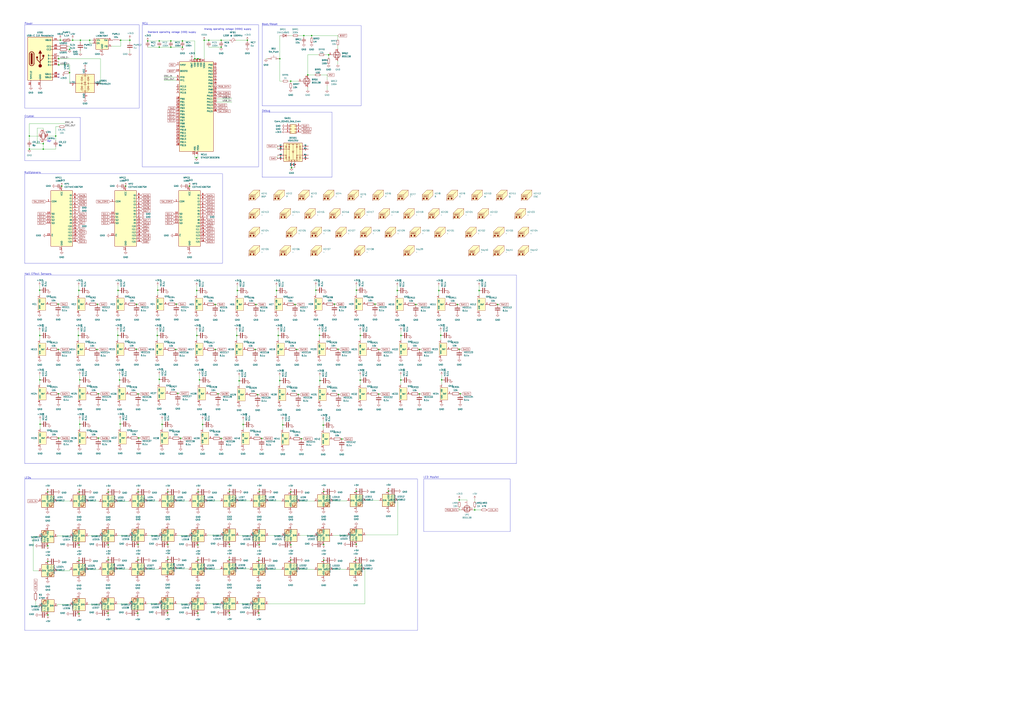
<source format=kicad_sch>
(kicad_sch (version 20231120) (generator "eeschema") (generator_version "8.0")
  (paper "A1")
  (junction (at 375.666 250.19))
  (junction (at 181.61 38.735))
  (junction (at 32.893 348.615))
  (junction (at 64.897 504.444))
  (junction (at 389.89 419.1))
  (junction (at 166.37 348.869))
  (junction (at 232.283 349.123))
  (junction (at 341.503 250.19))
  (junction (at 113.411 323.723))
  (junction (at 252.73 61.595))
  (junction (at 212.598 503.809))
  (junction (at 160.02 48.26))
  (junction (at 377.19 410.845))
  (junction (at 59.69 33.02))
  (junction (at 137.922 447.548))
  (junction (at 162.56 503.936))
  (junction (at 98.171 312.293))
  (junction (at 377.19 287.02))
  (junction (at 188.468 404.114))
  (junction (at 24.13 111.76))
  (junction (at 35.56 122.555))
  (junction (at 179.07 323.596))
  (junction (at 57.15 59.69))
  (junction (at 48.006 323.596))
  (junction (at 238.633 460.248))
  (junction (at 133.096 348.742))
  (junction (at 212.979 404.114))
  (junction (at 292.1 460.248))
  (junction (at 262.763 312.801))
  (junction (at 113.411 447.548))
  (junction (at 194.437 275.717))
  (junction (at 214.884 360.299))
  (junction (at 209.677 287.147))
  (junction (at 113.284 460.248))
  (junction (at 228.473 275.717))
  (junction (at 277.622 287.02))
  (junction (at 361.95 275.59))
  (junction (at 161.544 238.76))
  (junction (at 244.983 324.231))
  (junction (at 265.43 349.377))
  (junction (at 188.468 503.682))
  (junction (at 130.81 311.785))
  (junction (at 269.875 45.085))
  (junction (at 329.184 312.293))
  (junction (at 88.9 404.368))
  (junction (at 162.56 460.248))
  (junction (at 227.076 238.76))
  (junction (at 137.668 503.682))
  (junction (at 319.024 403.606))
  (junction (at 265.811 447.548))
  (junction (at 212.598 460.375))
  (junction (at 80.772 323.596))
  (junction (at 35.56 118.11))
  (junction (at 176.911 287.147))
  (junction (at 49.53 33.02))
  (junction (at 199.644 348.869))
  (junction (at 292.608 447.294))
  (junction (at 113.919 359.918))
  (junction (at 243.713 287.147))
  (junction (at 32.639 275.717))
  (junction (at 181.61 360.299))
  (junction (at 130.81 38.735))
  (junction (at 24.13 122.555))
  (junction (at 73.66 33.02))
  (junction (at 137.795 404.241))
  (junction (at 238.887 447.675))
  (junction (at 278.003 324.231))
  (junction (at 167.64 33.02))
  (junction (at 326.263 238.76))
  (junction (at 121.285 33.655))
  (junction (at 113.157 503.936))
  (junction (at 57.15 40.64))
  (junction (at 229.87 48.26))
  (junction (at 137.795 459.867))
  (junction (at 229.743 312.801))
  (junction (at 48.26 48.26))
  (junction (at 212.852 447.675))
  (junction (at 259.461 238.506))
  (junction (at 239.395 137.795))
  (junction (at 148.336 360.172))
  (junction (at 163.83 312.166))
  (junction (at 247.523 360.553))
  (junction (at 377.952 323.596))
  (junction (at 50.673 152.908))
  (junction (at 32.766 312.166))
  (junction (at 196.342 312.928))
  (junction (at 64.897 460.502))
  (junction (at 88.773 460.121))
  (junction (at 144.78 249.936))
  (junction (at 161.3209 129.54))
  (junction (at 238.76 404.241))
  (junction (at 181.61 33.02))
  (junction (at 88.773 503.936))
  (junction (at 129.54 238.506))
  (junction (at 45.72 111.76))
  (junction (at 88.9 447.802))
  (junction (at 140.335 33.655))
  (junction (at 106.68 33.02))
  (junction (at 360.426 238.76))
  (junction (at 144.399 287.147))
  (junction (at 211.582 324.358))
  (junction (at 39.37 505.46))
  (junction (at 255.905 29.21))
  (junction (at 129.159 275.717))
  (junction (at 112.014 287.02))
  (junction (at 295.783 312.42))
  (junction (at 280.67 360.807))
  (junction (at 65.532 312.166))
  (junction (at 292.735 238.506))
  (junction (at 99.06 33.02))
  (junction (at 295.91 275.717))
  (junction (at 203.2 33.02))
  (junction (at 47.879 287.147))
  (junction (at 265.811 460.375))
  (junction (at 344.424 323.723))
  (junction (at 32.512 238.506))
  (junction (at 112.141 250.063))
  (junction (at 210.185 250.19))
  (junction (at 80.772 360.045))
  (junction (at 64.389 275.717))
  (junction (at 188.341 459.994))
  (junction (at 39.243 461.391))
  (junction (at 238.76 66.675))
  (junction (at 65.532 348.615))
  (junction (at 162.687 404.241))
  (junction (at 393.446 238.76))
  (junction (at 65.024 404.241))
  (junction (at 188.468 447.421))
  (junction (at 39.116 404.241))
  (junction (at 265.811 403.987))
  (junction (at 329.311 275.717))
  (junction (at 344.551 287.147))
  (junction (at 113.411 404.241))
  (junction (at 176.784 250.19))
  (junction (at 362.712 312.166))
  (junction (at 155.673 152.908))
  (junction (at 311.15 287.147))
  (junction (at 162.56 48.26))
  (junction (at 66.04 33.02))
  (junction (at 140.335 38.735))
  (junction (at 98.679 348.488))
  (junction (at 103.173 152.908))
  (junction (at 96.774 275.59))
  (junction (at 171.45 33.02))
  (junction (at 161.671 275.717))
  (junction (at 96.901 238.633))
  (junction (at 47.752 249.936))
  (junction (at 162.56 447.802))
  (junction (at 249.555 29.21))
  (junction (at 274.701 249.936))
  (junction (at 262.382 275.59))
  (junction (at 48.26 53.34))
  (junction (at 194.945 238.76))
  (junction (at 292.608 403.733))
  (junction (at 146.05 323.215))
  (junction (at 311.023 323.85))
  (junction (at 149.86 38.735))
  (junction (at 79.629 287.147))
  (junction (at 408.686 250.19))
  (junction (at 48.133 360.045))
  (junction (at 242.316 250.19))
  (junction (at 64.897 447.929))
  (junction (at 130.81 33.655))
  (junction (at 307.975 249.936))
  (junction (at 39.243 448.564))
  (junction (at 80.01 250.063))
  (junction (at 64.77 238.633))
  (junction (at 149.86 33.655))
  (no_connect (at 48.26 63.5))
  (no_connect (at 48.26 60.96))
  (wire (pts (xy 170.18 496.062) (xy 170.18 496.316)))
  (wire (pts (xy 46.99 496.824) (xy 46.99 497.84)))
  (wire (pts (xy 195.961 467.614) (xy 204.978 467.614)))
  (wire (pts (xy 248.793 360.553) (xy 247.523 360.553)))
  (wire (pts (xy 166.37 345.059) (xy 166.37 348.869)))
  (wire (pts (xy 275.971 249.936) (xy 274.701 249.936)))
  (wire (pts (xy 130.81 311.785) (xy 130.81 315.595)))
  (wire (pts (xy 170.18 467.868) (xy 180.721 467.868)))
  (wire (pts (xy 65.532 312.166) (xy 65.532 315.976)))
  (wire (pts (xy 24.13 122.555) (xy 35.56 122.555)))
  (wire (pts (xy 389.89 419.1) (xy 389.89 417.195)))
  (wire (pts (xy 240.03 29.21) (xy 237.49 29.21)))
  (wire (pts (xy 64.77 238.633) (xy 64.77 242.443)))
  (wire (pts (xy 361.95 271.78) (xy 361.95 275.59)))
  (wire (pts (xy 232.283 349.123) (xy 232.283 352.933)))
  (wire (pts (xy 48.26 48.26) (xy 82.55 48.26)))
  (wire (pts (xy 383.54 410.845) (xy 377.19 410.845)))
  (wire (pts (xy 377.19 410.845) (xy 377.19 412.115)))
  (wire (pts (xy 228.473 271.907) (xy 228.473 275.717)))
  (wire (pts (xy 106.68 41.91) (xy 106.68 43.18)))
  (wire (pts (xy 35.56 106.68) (xy 35.56 105.41)))
  (wire (pts (xy 182.88 360.299) (xy 181.61 360.299)))
  (wire (pts (xy 45.72 115.57) (xy 45.72 111.76)))
  (wire (pts (xy 30.48 118.11) (xy 35.56 118.11)))
  (wire (pts (xy 312.42 287.147) (xy 311.15 287.147)))
  (wire (pts (xy 284.48 467.995) (xy 284.48 467.868)))
  (wire (pts (xy 299.72 467.868) (xy 299.72 496.189)))
  (wire (pts (xy 227.076 234.95) (xy 227.076 238.76)))
  (wire (pts (xy 255.905 30.48) (xy 255.905 29.21)))
  (wire (pts (xy 106.68 31.75) (xy 106.68 33.02)))
  (wire (pts (xy 180.34 323.596) (xy 179.07 323.596)))
  (wire (pts (xy 193.675 33.02) (xy 203.2 33.02)))
  (wire (pts (xy 57.277 469.011) (xy 57.277 468.122)))
  (wire (pts (xy 170.307 411.734) (xy 170.307 411.861)))
  (wire (pts (xy 96.774 271.78) (xy 96.774 275.59)))
  (wire (pts (xy 178.181 287.147) (xy 176.911 287.147)))
  (wire (pts (xy 194.945 238.76) (xy 194.945 242.57)))
  (wire (pts (xy 58.42 33.02) (xy 59.69 33.02)))
  (wire (pts (xy 181.61 33.02) (xy 181.61 33.655)))
  (wire (pts (xy 166.37 348.869) (xy 166.37 352.679)))
  (wire (pts (xy 268.605 61.595) (xy 268.605 65.405)))
  (wire (pts (xy 393.446 238.76) (xy 393.446 242.57)))
  (wire (pts (xy 73.66 33.02) (xy 66.04 33.02)))
  (wire (pts (xy 263.525 61.595) (xy 268.605 61.595)))
  (wire (pts (xy 273.431 411.607) (xy 284.988 411.607)))
  (wire (pts (xy 115.189 359.918) (xy 113.919 359.918)))
  (wire (pts (xy 295.91 275.717) (xy 295.91 279.527)))
  (wire (pts (xy 345.694 323.723) (xy 344.424 323.723)))
  (wire (pts (xy 96.774 275.59) (xy 96.774 279.4)))
  (wire (pts (xy 360.426 238.76) (xy 360.426 242.57)))
  (wire (pts (xy 258.191 467.995) (xy 246.253 467.995)))
  (wire (pts (xy 121.031 411.861) (xy 130.175 411.861)))
  (wire (pts (xy 377.19 419.1) (xy 378.46 419.1)))
  (wire (pts (xy 262.763 308.991) (xy 262.763 312.801)))
  (wire (pts (xy 229.87 29.21) (xy 229.87 48.26)))
  (wire (pts (xy 24.13 101.6) (xy 53.34 101.6)))
  (wire (pts (xy 32.766 308.356) (xy 32.766 312.166)))
  (wire (pts (xy 105.791 439.928) (xy 96.52 439.928)))
  (wire (pts (xy 65.532 348.615) (xy 65.532 352.425)))
  (wire (pts (xy 161.3209 129.54) (xy 160.02 129.54)))
  (wire (pts (xy 133.096 344.932) (xy 133.096 348.742)))
  (wire (pts (xy 196.342 309.118) (xy 196.342 312.928)))
  (wire (pts (xy 146.05 249.936) (xy 144.78 249.936)))
  (wire (pts (xy 194.437 275.717) (xy 194.437 279.527)))
  (wire (pts (xy 181.61 33.02) (xy 188.595 33.02)))
  (wire (pts (xy 73.66 33.02) (xy 73.66 35.56)))
  (wire (pts (xy 81.28 411.861) (xy 81.28 411.988)))
  (wire (pts (xy 194.437 271.907) (xy 194.437 275.717)))
  (wire (pts (xy 246.507 440.055) (xy 258.191 440.055)))
  (wire (pts (xy 81.153 496.824) (xy 81.153 496.316)))
  (wire (pts (xy 133.096 348.742) (xy 133.096 352.552)))
  (wire (pts (xy 409.956 250.19) (xy 408.686 250.19)))
  (wire (pts (xy 252.73 73.66) (xy 252.73 71.755)))
  (wire (pts (xy 113.411 250.063) (xy 112.141 250.063)))
  (wire (pts (xy 266.7 45.085) (xy 269.875 45.085)))
  (wire (pts (xy 295.783 312.42) (xy 295.783 316.23)))
  (wire (pts (xy 277.495 37.465) (xy 277.495 40.005)))
  (wire (pts (xy 329.311 275.717) (xy 329.311 279.527)))
  (wire (pts (xy 236.855 66.675) (xy 238.76 66.675)))
  (wire (pts (xy 255.905 29.21) (xy 249.555 29.21)))
  (wire (pts (xy 49.276 323.596) (xy 48.006 323.596)))
  (wire (pts (xy 167.64 33.02) (xy 167.64 48.26)))
  (wire (pts (xy 82.55 48.26) (xy 82.55 68.58)))
  (wire (pts (xy 362.712 312.166) (xy 362.712 315.976)))
  (wire (pts (xy 180.848 411.734) (xy 170.307 411.734)))
  (wire (pts (xy 72.644 411.861) (xy 81.28 411.861)))
  (wire (pts (xy 32.639 275.717) (xy 32.639 279.527)))
  (wire (pts (xy 35.56 118.11) (xy 35.56 116.84)))
  (wire (pts (xy 32.893 348.615) (xy 32.893 352.425)))
  (wire (pts (xy 258.191 411.861) (xy 258.191 411.607)))
  (wire (pts (xy 268.605 70.485) (xy 268.605 73.66)))
  (wire (pts (xy 259.461 234.696) (xy 259.461 238.506)))
  (wire (pts (xy 162.56 48.26) (xy 165.1 48.26)))
  (wire (pts (xy 212.852 324.358) (xy 211.582 324.358)))
  (wire (pts (xy 277.495 52.705) (xy 277.495 50.165)))
  (wire (pts (xy 252.73 61.595) (xy 258.445 61.595)))
  (wire (pts (xy 269.875 47.625) (xy 269.875 45.085)))
  (wire (pts (xy 145.669 287.147) (xy 144.399 287.147)))
  (wire (pts (xy 180.721 467.868) (xy 180.721 467.614)))
  (wire (pts (xy 265.43 349.377) (xy 265.43 353.187)))
  (wire (pts (xy 229.87 66.675) (xy 231.775 66.675)))
  (wire (pts (xy 277.495 29.21) (xy 255.905 29.21)))
  (wire (pts (xy 252.73 45.085) (xy 261.62 45.085)))
  (wire (pts (xy 246.38 411.861) (xy 258.191 411.861)))
  (wire (pts (xy 81.28 250.063) (xy 80.01 250.063)))
  (wire (pts (xy 281.94 360.807) (xy 280.67 360.807)))
  (wire (pts (xy 27.305 440.944) (xy 27.305 469.011)))
  (wire (pts (xy 210.947 287.147) (xy 209.677 287.147)))
  (wire (pts (xy 145.415 467.487) (xy 154.94 467.487)))
  (wire (pts (xy 178.054 250.19) (xy 176.784 250.19)))
  (wire (pts (xy 227.076 238.76) (xy 227.076 242.57)))
  (wire (pts (xy 65.532 308.356) (xy 65.532 312.166)))
  (wire (pts (xy 326.263 238.76) (xy 326.263 242.57)))
  (wire (pts (xy 57.15 38.1) (xy 55.88 38.1)))
  (wire (pts (xy 145.288 496.316) (xy 145.288 496.062)))
  (wire (pts (xy 161.544 234.95) (xy 161.544 238.76)))
  (wire (pts (xy 160.02 127) (xy 160.02 129.54)))
  (wire (pts (xy 262.382 271.78) (xy 262.382 275.59)))
  (wire (pts (xy 130.81 38.735) (xy 140.335 38.735)))
  (wire (pts (xy 180.848 439.801) (xy 170.18 439.801)))
  (wire (pts (xy 299.72 496.189) (xy 220.218 496.189)))
  (wire (pts (xy 211.455 250.19) (xy 210.185 250.19)))
  (wire (pts (xy 345.821 287.147) (xy 344.551 287.147)))
  (wire (pts (xy 163.83 308.356) (xy 163.83 312.166)))
  (wire (pts (xy 130.81 33.655) (xy 140.335 33.655)))
  (wire (pts (xy 64.389 271.907) (xy 64.389 275.717)))
  (wire (pts (xy 76.2 33.02) (xy 73.66 33.02)))
  (wire (pts (xy 284.988 439.928) (xy 284.988 439.674)))
  (wire (pts (xy 389.89 419.1) (xy 394.97 419.1)))
  (wire (pts (xy 362.712 308.356) (xy 362.712 312.166)))
  (wire (pts (xy 24.13 111.76) (xy 24.13 101.6)))
  (wire (pts (xy 170.18 439.801) (xy 170.18 440.182)))
  (wire (pts (xy 121.285 38.735) (xy 130.81 38.735)))
  (wire (pts (xy 120.904 467.868) (xy 130.175 467.868)))
  (wire (pts (xy 129.159 271.907) (xy 129.159 275.717)))
  (wire (pts (xy 145.542 439.928) (xy 154.94 439.928)))
  (wire (pts (xy 177.8 83.82) (xy 190.5 83.82)))
  (wire (pts (xy 32.512 238.506) (xy 32.512 242.316)))
  (wire (pts (xy 218.44 48.26) (xy 219.71 48.26)))
  (wire (pts (xy 227.965 127.635) (xy 227.965 130.175)))
  (wire (pts (xy 149.606 360.172) (xy 148.336 360.172)))
  (wire (pts (xy 105.664 467.741) (xy 105.664 467.868)))
  (wire (pts (xy 24.13 120.65) (xy 24.13 122.555)))
  (wire (pts (xy 49.403 360.045) (xy 48.133 360.045)))
  (wire (pts (xy 279.273 324.231) (xy 278.003 324.231)))
  (wire (pts (xy 121.031 439.928) (xy 130.302 439.928)))
  (wire (pts (xy 393.446 234.95) (xy 393.446 238.76)))
  (wire (pts (xy 154.94 439.928) (xy 154.94 440.182)))
  (wire (pts (xy 64.77 234.823) (xy 64.77 238.633)))
  (wire (pts (xy 252.73 45.085) (xy 252.73 61.595)))
  (wire (pts (xy 258.191 440.055) (xy 258.191 439.928)))
  (wire (pts (xy 49.022 249.936) (xy 47.752 249.936)))
  (wire (pts (xy 134.62 63.5) (xy 144.78 63.5)))
  (wire (pts (xy 32.893 344.805) (xy 32.893 348.615)))
  (wire (pts (xy 167.64 33.02) (xy 171.45 33.02)))
  (wire (pts (xy 329.184 308.483) (xy 329.184 312.293)))
  (wire (pts (xy 27.305 440.944) (xy 31.623 440.944)))
  (wire (pts (xy 171.45 33.02) (xy 181.61 33.02)))
  (wire (pts (xy 243.586 250.19) (xy 242.316 250.19)))
  (wire (pts (xy 96.52 439.928) (xy 96.52 440.182)))
  (wire (pts (xy 59.69 33.02) (xy 66.04 33.02)))
  (wire (pts (xy 292.735 238.506) (xy 292.735 242.316)))
  (wire (pts (xy 49.53 33.02) (xy 48.26 33.02)))
  (wire (pts (xy 98.171 312.293) (xy 98.171 316.103)))
  (wire (pts (xy 121.285 33.655) (xy 130.81 33.655)))
  (wire (pts (xy 105.791 411.988) (xy 105.791 411.861)))
  (wire (pts (xy 82.042 323.596) (xy 80.772 323.596)))
  (wire (pts (xy 113.284 287.02) (xy 112.014 287.02)))
  (wire (pts (xy 229.743 308.991) (xy 229.743 312.801)))
  (wire (pts (xy 162.56 129.54) (xy 161.3209 129.54)))
  (wire (pts (xy 204.978 496.062) (xy 204.978 496.189)))
  (wire (pts (xy 147.32 323.215) (xy 146.05 323.215)))
  (wire (pts (xy 311.404 411.226) (xy 300.228 411.226)))
  (wire (pts (xy 130.175 467.868) (xy 130.175 467.487)))
  (wire (pts (xy 24.13 111.76) (xy 31.75 111.76)))
  (wire (pts (xy 220.472 440.055) (xy 231.267 440.055)))
  (wire (pts (xy 196.088 411.734) (xy 205.359 411.734)))
  (wire (pts (xy 59.69 31.75) (xy 59.69 33.02)))
  (wire (pts (xy 220.218 467.995) (xy 231.013 467.995)))
  (wire (pts (xy 96.393 467.741) (xy 105.664 467.741)))
  (wire (pts (xy 204.978 467.614) (xy 204.978 467.995)))
  (wire (pts (xy 194.945 234.95) (xy 194.945 238.76)))
  (wire (pts (xy 35.56 105.41) (xy 30.48 105.41)))
  (wire (pts (xy 229.87 48.26) (xy 229.87 66.675)))
  (wire (pts (xy 171.45 33.02) (xy 171.45 33.655)))
  (wire (pts (xy 99.06 33.02) (xy 106.68 33.02)))
  (wire (pts (xy 295.783 308.61) (xy 295.783 312.42)))
  (wire (pts (xy 177.8 81.28) (xy 190.5 81.28)))
  (wire (pts (xy 312.293 323.85) (xy 311.023 323.85)))
  (wire (pts (xy 259.461 238.506) (xy 259.461 242.316)))
  (wire (pts (xy 220.599 411.734) (xy 231.14 411.734)))
  (wire (pts (xy 81.153 468.122) (xy 81.153 467.741)))
  (wire (pts (xy 57.15 53.34) (xy 57.15 59.69)))
  (wire (pts (xy 227.965 120.015) (xy 227.965 122.555)))
  (wire (pts (xy 205.232 440.055) (xy 196.088 440.055)))
  (wire (pts (xy 249.555 29.21) (xy 249.555 30.48)))
  (wire (pts (xy 39.37 111.76) (xy 45.72 111.76)))
  (wire (pts (xy 130.048 496.062) (xy 120.777 496.062)))
  (wire (pts (xy 239.395 137.795) (xy 241.935 137.795)))
  (wire (pts (xy 292.735 234.696) (xy 292.735 238.506)))
  (wire (pts (xy 32.766 312.166) (xy 32.766 315.976)))
  (wire (pts (xy 64.389 275.717) (xy 64.389 279.527)))
  (wire (pts (xy 161.671 275.717) (xy 161.671 279.527)))
  (wire (pts (xy 278.892 287.02) (xy 277.622 287.02)))
  (wire (pts (xy 376.936 250.19) (xy 375.666 250.19)))
  (wire (pts (xy 140.335 33.655) (xy 149.86 33.655)))
  (wire (pts (xy 96.393 496.316) (xy 105.537 496.316)))
  (wire (pts (xy 96.901 234.823) (xy 96.901 238.633)))
  (wire (pts (xy 244.983 287.147) (xy 243.713 287.147)))
  (wire (pts (xy 30.48 105.41) (xy 30.48 118.11)))
  (wire (pts (xy 196.088 440.055) (xy 196.088 439.801)))
  (wire (pts (xy 326.263 234.95) (xy 326.263 238.76)))
  (wire (pts (xy 98.171 308.483) (xy 98.171 312.293)))
  (wire (pts (xy 245.11 29.21) (xy 249.555 29.21)))
  (wire (pts (xy 45.72 111.76) (xy 45.72 104.14)))
  (wire (pts (xy 72.517 440.182) (xy 72.517 440.309)))
  (wire (pts (xy 129.159 275.717) (xy 129.159 279.527)))
  (wire (pts (xy 134.62 66.04) (xy 144.78 66.04)))
  (wire (pts (xy 45.72 104.14) (xy 48.26 104.14)))
  (wire (pts (xy 361.95 275.59) (xy 361.95 279.4)))
  (wire (pts (xy 163.83 312.166) (xy 163.83 315.976)))
  (wire (pts (xy 72.517 496.824) (xy 81.153 496.824)))
  (wire (pts (xy 329.184 312.293) (xy 329.184 316.103)))
  (wire (pts (xy 99.06 38.1) (xy 99.06 33.02)))
  (wire (pts (xy 246.253 324.231) (xy 244.983 324.231)))
  (wire (pts (xy 160.02 33.655) (xy 160.02 48.26)))
  (wire (pts (xy 377.19 417.195) (xy 377.19 419.1)))
  (wire (pts (xy 120.777 496.062) (xy 120.777 496.316)))
  (wire (pts (xy 389.89 410.21) (xy 389.89 412.115)))
  (wire (pts (xy 273.431 439.928) (xy 284.988 439.928)))
  (wire (pts (xy 262.382 275.59) (xy 262.382 279.4)))
  (wire (pts (xy 238.76 66.675) (xy 245.11 66.675)))
  (wire (pts (xy 48.26 45.72) (xy 48.26 48.26)))
  (wire (pts (xy 57.277 440.309) (xy 46.863 440.309)))
  (wire (pts (xy 98.679 348.488) (xy 98.679 352.298)))
  (wire (pts (xy 342.773 250.19) (xy 341.503 250.19)))
  (wire (pts (xy 231.14 411.734) (xy 231.14 411.861)))
  (wire (pts (xy 130.81 307.975) (xy 130.81 311.785)))
  (wire (pts (xy 98.679 344.678) (xy 98.679 348.488)))
  (wire (pts (xy 49.53 31.75) (xy 49.53 33.02)))
  (wire (pts (xy 96.52 411.988) (xy 105.791 411.988)))
  (wire (pts (xy 29.21 494.03) (xy 29.21 497.84)))
  (wire (pts (xy 35.56 122.555) (xy 45.72 122.555)))
  (wire (pts (xy 284.988 411.607) (xy 284.988 411.353)))
  (wire (pts (xy 27.305 469.011) (xy 31.623 469.011)))
  (wire (pts (xy 46.736 411.861) (xy 57.404 411.861)))
  (wire (pts (xy 72.517 468.122) (xy 81.153 468.122)))
  (wire (pts (xy 46.863 469.011) (xy 57.277 469.011)))
  (wire (pts (xy 216.154 360.299) (xy 214.884 360.299)))
  (wire (pts (xy 377.19 410.21) (xy 377.19 410.845)))
  (wire (pts (xy 48.26 50.8) (xy 48.26 53.34)))
  (wire (pts (xy 300.228 411.226) (xy 300.228 411.353)))
  (wire (pts (xy 277.495 32.385) (xy 277.495 29.21)))
  (wire (pts (xy 140.335 38.735) (xy 149.86 38.735)))
  (wire (pts (xy 73.66 35.56) (xy 76.2 35.56)))
  (wire (pts (xy 149.86 33.655) (xy 160.02 33.655)))
  (wire (pts (xy 161.544 238.76) (xy 161.544 242.57)))
  (wire (pts (xy 57.15 38.1) (xy 57.15 40.64)))
  (wire (pts (xy 196.342 312.928) (xy 196.342 316.738)))
  (wire (pts (xy 378.46 287.02) (xy 377.19 287.02)))
  (wire (pts (xy 388.62 419.1) (xy 389.89 419.1)))
  (wire (pts (xy 228.473 275.717) (xy 228.473 279.527)))
  (wire (pts (xy 65.532 344.805) (xy 65.532 348.615)))
  (wire (pts (xy 106.68 33.02) (xy 106.68 34.29)))
  (wire (pts (xy 32.639 271.907) (xy 32.639 275.717)))
  (wire (pts (xy 203.2 33.02) (xy 203.2 33.655)))
  (wire (pts (xy 57.277 496.824) (xy 46.99 496.824)))
  (wire (pts (xy 81.28 440.182) (xy 72.517 440.182)))
  (wire (pts (xy 129.54 234.696) (xy 129.54 238.506)))
  (wire (pts (xy 196.088 496.062) (xy 204.978 496.062)))
  (wire (pts (xy 154.94 467.487) (xy 154.94 467.868)))
  (wire (pts (xy 161.671 271.907) (xy 161.671 275.717)))
  (wire (pts (xy 91.44 38.1) (xy 99.06 38.1)))
  (wire (pts (xy 114.681 323.723) (xy 113.411 323.723)))
  (wire (pts (xy 50.8 33.02) (xy 49.53 33.02)))
  (wire (pts (xy 360.426 234.95) (xy 360.426 238.76)))
  (wire (pts (xy 82.042 360.045) (xy 80.772 360.045)))
  (wire (pts (xy 29.21 497.84) (xy 31.75 497.84)))
  (wire (pts (xy 129.54 238.506) (xy 129.54 242.316)))
  (wire (pts (xy 326.644 439.674) (xy 300.228 439.674)))
  (wire (pts (xy 231.013 467.995) (xy 231.013 467.868)))
  (wire (pts (xy 160.02 48.26) (xy 162.56 48.26)))
  (wire (pts (xy 66.04 34.29) (xy 66.04 33.02)))
  (wire (pts (xy 96.901 238.633) (xy 96.901 242.443)))
  (wire (pts (xy 262.763 312.801) (xy 262.763 316.611)))
  (wire (pts (xy 57.15 59.69) (xy 57.15 68.58)))
  (wire (pts (xy 383.54 411.48) (xy 383.54 410.845)))
  (wire (pts (xy 171.45 38.735) (xy 181.61 38.735)))
  (wire (pts (xy 46.863 440.309) (xy 46.863 440.944)))
  (wire (pts (xy 232.283 345.313) (xy 232.283 349.123)))
  (wire (pts (xy 145.415 411.861) (xy 155.067 411.861)))
  (wire (pts (xy 326.644 411.226) (xy 326.644 439.674)))
  (wire (pts (xy 45.72 120.65) (xy 45.72 122.555)))
  (wire (pts (xy 238.76 66.675) (xy 238.76 67.945)))
  (wire (pts (xy 66.04 41.91) (xy 66.04 43.18)))
  (wire (pts (xy 32.512 234.696) (xy 32.512 238.506)))
  (wire (pts (xy 80.899 287.147) (xy 79.629 287.147)))
  (wire (pts (xy 49.149 287.147) (xy 47.879 287.147)))
  (wire (pts (xy 329.311 271.907) (xy 329.311 275.717)))
  (wire (pts (xy 48.26 53.34) (xy 57.15 53.34)))
  (wire (pts (xy 295.91 271.907) (xy 295.91 275.717)))
  (wire (pts (xy 309.245 249.936) (xy 307.975 249.936)))
  (wire (pts (xy 162.56 127) (xy 162.56 129.54)))
  (wire (pts (xy 154.94 496.316) (xy 145.288 496.316)))
  (wire (pts (xy 273.431 467.995) (xy 284.48 467.995)))
  (wire (pts (xy 180.848 496.062) (xy 170.18 496.062)))
  (wire (pts (xy 199.644 345.059) (xy 199.644 348.869)))
  (wire (pts (xy 57.15 40.64) (xy 55.88 40.64)))
  (wire (pts (xy 24.13 115.57) (xy 24.13 111.76)))
  (wire (pts (xy 35.56 118.11) (xy 35.56 122.555)))
  (wire (pts (xy 265.43 345.567) (xy 265.43 349.377)))
  (wire (pts (xy 199.644 348.869) (xy 199.644 352.679)))
  (wire (pts (xy 246.253 467.995) (xy 246.253 467.868)))
  (wire (pts (xy 229.743 312.801) (xy 229.743 316.611)))
  (wire (pts (xy 379.222 323.596) (xy 377.952 323.596)))
  (rectangle (start 20.32 393.7) (end 342.9 518.16))
  (rectangle (start 215.265 20.955) (end 296.545 86.995))
  (rectangle (start 215.265 92.075) (end 272.669 145.669))
  (rectangle (start 116.84 20.32) (end 212.344 137.16))
  (rectangle (start 20.32 20.32) (end 114.3 88.9))
  (rectangle (start 20.32 226.06) (end 424.18 381))
  (rectangle (start 20.32 96.52) (end 66.04 132.08))
  (rectangle (start 20.193 142.748) (end 182.753 216.408))
  (rectangle (start 347.98 393.7) (end 419.1 436.88))
  (text "Multiplexers\n" (at 19.812 142.748 0) (effects (font (size 1.5 1.5)) (justify left bottom)))
  (text "Crystal" (at 20.066 96.52 0) (effects (font (size 1.5 1.5)) (justify left bottom)))
  (text "LEDs" (at 20.066 393.7 0) (effects (font (size 1.5 1.5)) (justify left bottom)))
  (text "Boot/Reset" (at 215.011 20.955 0) (effects (font (size 1.5 1.5)) (justify left bottom)))
  (text "Hall Effect Sensors" (at 20.066 226.06 0) (effects (font (size 1.5 1.5)) (justify left bottom)))
  (text "Power\n" (at 20.066 20.32 0) (effects (font (size 1.5 1.5)) (justify left bottom)))
  (text "Standard operating voltage (VDD) supply" (at 121.285 27.305 0) (effects (font (size 1.27 1.27)) (justify left bottom)))
  (text "Analog operating voltage (VDDA) supply" (at 167.64 24.765 0) (effects (font (size 1.27 1.27)) (justify left bottom)))
  (text "9pF" (at 38.735 116.84 0) (effects (font (size 1.27 1.27)) (justify left bottom)))
  (text "Debug\n" (at 215.011 92.075 0) (effects (font (size 1.5 1.5)) (justify left bottom)))
  (text "MCU\n" (at 116.586 20.32 0) (effects (font (size 1.5 1.5)) (justify left bottom)))
  (text "LED Mosfet" (at 347.726 393.192 0) (effects (font (size 1.5 1.5)) (justify left bottom)))
  (label "OSC_OUT" (at 53.34 104.14 0))
  (label "OSC_IN" (at 134.62 63.5 0))
  (label "OSC_OUT" (at 134.62 66.04 0))
  (label "USB_D-" (at 190.5 81.28 180))
  (label "USB_D-" (at 57.15 48.26 180))
  (label "USB_D+" (at 57.15 53.34 180))
  (label "USB_D+" (at 190.5 83.82 180))
  (label "OSC_IN" (at 53.34 101.6 0))
  (global_label "SW30" (shape input) (at 115.873 160.528 0) (property "Intersheetrefs" "${INTERSHEET_REFS}" (effects (hide yes))))
  (global_label "SW_COM3" (shape input) (at 177.8 76.2 0) (property "Intersheetrefs" "${INTERSHEET_REFS}" (effects (hide yes))))
  (global_label "LED_IN" (shape input) (at 31.496 411.861 180) (property "Intersheetrefs" "${INTERSHEET_REFS}" (effects (hide yes))))
  (global_label "SW42" (shape input) (at 168.373 163.068 0) (property "Intersheetrefs" "${INTERSHEET_REFS}" (effects (hide yes))))
  (global_label "SW40" (shape input) (at 168.373 170.688 0) (property "Intersheetrefs" "${INTERSHEET_REFS}" (effects (hide yes))))
  (global_label "SEL2" (shape input) (at 37.973 178.308 180) (property "Intersheetrefs" "${INTERSHEET_REFS}" (effects (hide yes))))
  (global_label "SWDIO" (shape input) (at 177.8 86.36 0) (property "Intersheetrefs" "${INTERSHEET_REFS}" (effects (hide yes))))
  (global_label "SW1" (shape input) (at 63.373 183.388 0) (property "Intersheetrefs" "${INTERSHEET_REFS}" (effects (hide yes))))
  (global_label "SW_COM2" (shape input) (at 177.8 78.74 0) (property "Intersheetrefs" "${INTERSHEET_REFS}" (effects (hide yes))))
  (global_label "SW21" (shape input) (at 168.373 180.848 0) (property "Intersheetrefs" "${INTERSHEET_REFS}" (effects (hide yes))))
  (global_label "SW36" (shape input) (at 63.373 165.608 0) (property "Intersheetrefs" "${INTERSHEET_REFS}" (effects (hide yes))))
  (global_label "SW34" (shape input) (at 168.373 160.528 0) (property "Intersheetrefs" "${INTERSHEET_REFS}" (effects (hide yes))))
  (global_label "SWCLK" (shape input) (at 227.965 120.015 180) (property "Intersheetrefs" "${INTERSHEET_REFS}" (effects (hide yes))))
  (global_label "SW12" (shape input) (at 409.956 250.19 0) (property "Intersheetrefs" "${INTERSHEET_REFS}" (effects (hide yes))))
  (global_label "SW28" (shape input) (at 180.34 323.596 0) (property "Intersheetrefs" "${INTERSHEET_REFS}" (effects (hide yes))))
  (global_label "RST" (shape input) (at 144.78 53.34 180) (property "Intersheetrefs" "${INTERSHEET_REFS}" (effects (hide yes))))
  (global_label "SEL3" (shape input) (at 142.973 180.848 180) (property "Intersheetrefs" "${INTERSHEET_REFS}" (effects (hide yes))))
  (global_label "SEL2" (shape input) (at 142.973 178.308 180) (property "Intersheetrefs" "${INTERSHEET_REFS}" (effects (hide yes))))
  (global_label "SW31" (shape input) (at 279.273 324.231 0) (property "Intersheetrefs" "${INTERSHEET_REFS}" (effects (hide yes))))
  (global_label "SW22" (shape input) (at 168.373 193.548 0) (property "Intersheetrefs" "${INTERSHEET_REFS}" (effects (hide yes))))
  (global_label "SW27" (shape input) (at 115.873 173.228 0) (property "Intersheetrefs" "${INTERSHEET_REFS}" (effects (hide yes))))
  (global_label "RST" (shape input) (at 268.605 61.595 0) (property "Intersheetrefs" "${INTERSHEET_REFS}" (effects (hide yes))))
  (global_label "SW17" (shape input) (at 178.181 287.147 0) (property "Intersheetrefs" "${INTERSHEET_REFS}" (effects (hide yes))))
  (global_label "SW32" (shape input) (at 168.373 173.228 0) (property "Intersheetrefs" "${INTERSHEET_REFS}" (effects (hide yes))))
  (global_label "SW33" (shape input) (at 168.373 168.148 0) (property "Intersheetrefs" "${INTERSHEET_REFS}" (effects (hide yes))))
  (global_label "SWO" (shape input) (at 227.965 130.175 180) (property "Intersheetrefs" "${INTERSHEET_REFS}" (effects (hide yes))))
  (global_label "SW38" (shape input) (at 115.873 165.608 0) (property "Intersheetrefs" "${INTERSHEET_REFS}" (effects (hide yes))))
  (global_label "SW_COM3" (shape input) (at 142.973 165.608 180) (property "Intersheetrefs" "${INTERSHEET_REFS}" (effects (hide yes))))
  (global_label "LED_IN" (shape input) (at 400.05 419.1 0) (property "Intersheetrefs" "${INTERSHEET_REFS}" (effects (hide yes))))
  (global_label "SW29" (shape input) (at 115.873 168.148 0) (property "Intersheetrefs" "${INTERSHEET_REFS}" (effects (hide yes))))
  (global_label "SEL3" (shape input) (at 37.973 180.848 180) (property "Intersheetrefs" "${INTERSHEET_REFS}" (effects (hide yes))))
  (global_label "SW6" (shape input) (at 211.455 250.19 0) (property "Intersheetrefs" "${INTERSHEET_REFS}" (effects (hide yes))))
  (global_label "SW29" (shape input) (at 212.852 324.358 0) (property "Intersheetrefs" "${INTERSHEET_REFS}" (effects (hide yes))))
  (global_label "SW20" (shape input) (at 278.892 287.02 0) (property "Intersheetrefs" "${INTERSHEET_REFS}" (effects (hide yes))))
  (global_label "SW33" (shape input) (at 345.694 323.723 0) (property "Intersheetrefs" "${INTERSHEET_REFS}" (effects (hide yes))))
  (global_label "SW19" (shape input) (at 244.983 287.147 0) (property "Intersheetrefs" "${INTERSHEET_REFS}" (effects (hide yes))))
  (global_label "SW34" (shape input) (at 379.222 323.596 0) (property "Intersheetrefs" "${INTERSHEET_REFS}" (effects (hide yes))))
  (global_label "SW25" (shape input) (at 82.042 323.596 0) (property "Intersheetrefs" "${INTERSHEET_REFS}" (effects (hide yes))))
  (global_label "SW11" (shape input) (at 168.373 191.008 0) (property "Intersheetrefs" "${INTERSHEET_REFS}" (effects (hide yes))))
  (global_label "SEL4" (shape input) (at 37.973 183.388 180) (property "Intersheetrefs" "${INTERSHEET_REFS}" (effects (hide yes))))
  (global_label "SW15" (shape input) (at 113.284 287.02 0) (property "Intersheetrefs" "${INTERSHEET_REFS}" (effects (hide yes))))
  (global_label "SEL4" (shape input) (at 90.473 183.388 180) (property "Intersheetrefs" "${INTERSHEET_REFS}" (effects (hide yes))))
  (global_label "SWO" (shape input) (at 247.015 103.505 0) (property "Intersheetrefs" "${INTERSHEET_REFS}" (effects (hide yes))))
  (global_label "SW15" (shape input) (at 63.373 198.628 0) (property "Intersheetrefs" "${INTERSHEET_REFS}" (effects (hide yes))))
  (global_label "SW41" (shape input) (at 168.373 165.608 0) (property "Intersheetrefs" "${INTERSHEET_REFS}" (effects (hide yes))))
  (global_label "SEL1" (shape input) (at 142.973 175.768 180) (property "Intersheetrefs" "${INTERSHEET_REFS}" (effects (hide yes))))
  (global_label "SW5" (shape input) (at 178.054 250.19 0) (property "Intersheetrefs" "${INTERSHEET_REFS}" (effects (hide yes))))
  (global_label "SW41" (shape input) (at 248.793 360.553 0) (property "Intersheetrefs" "${INTERSHEET_REFS}" (effects (hide yes))))
  (global_label "SW19" (shape input) (at 115.873 196.088 0) (property "Intersheetrefs" "${INTERSHEET_REFS}" (effects (hide yes))))
  (global_label "SW13" (shape input) (at 49.149 287.147 0) (property "Intersheetrefs" "${INTERSHEET_REFS}" (effects (hide yes))))
  (global_label "SW40" (shape input) (at 216.154 360.299 0) (property "Intersheetrefs" "${INTERSHEET_REFS}" (effects (hide yes))))
  (global_label "SW5" (shape input) (at 115.873 185.928 0) (property "Intersheetrefs" "${INTERSHEET_REFS}" (effects (hide yes))))
  (global_label "SW_COM2" (shape input) (at 90.473 165.608 180) (property "Intersheetrefs" "${INTERSHEET_REFS}" (effects (hide yes))))
  (global_label "SWO" (shape input) (at 144.78 88.9 180) (property "Intersheetrefs" "${INTERSHEET_REFS}" (effects (hide yes))))
  (global_label "SW12" (shape input) (at 168.373 196.088 0) (property "Intersheetrefs" "${INTERSHEET_REFS}" (effects (hide yes))))
  (global_label "SW4" (shape input) (at 146.05 249.936 0) (property "Intersheetrefs" "${INTERSHEET_REFS}" (effects (hide yes))))
  (global_label "SEL2" (shape input) (at 90.473 178.308 180) (property "Intersheetrefs" "${INTERSHEET_REFS}" (effects (hide yes))))
  (global_label "SW27" (shape input) (at 147.32 323.215 0) (property "Intersheetrefs" "${INTERSHEET_REFS}" (effects (hide yes))))
  (global_label "SW7" (shape input) (at 243.586 250.19 0) (property "Intersheetrefs" "${INTERSHEET_REFS}" (effects (hide yes))))
  (global_label "SW21" (shape input) (at 312.42 287.147 0) (property "Intersheetrefs" "${INTERSHEET_REFS}" (effects (hide yes))))
  (global_label "SW18" (shape input) (at 115.873 193.548 0) (property "Intersheetrefs" "${INTERSHEET_REFS}" (effects (hide yes))))
  (global_label "SW_COM1" (shape input) (at 37.973 165.608 180) (property "Intersheetrefs" "${INTERSHEET_REFS}" (effects (hide yes))))
  (global_label "RGB_DATA" (shape input) (at 377.19 419.0311 180) (property "Intersheetrefs" "${INTERSHEET_REFS}" (effects (hide yes))))
  (global_label "SWDIO" (shape input) (at 247.015 108.585 0) (property "Intersheetrefs" "${INTERSHEET_REFS}" (effects (hide yes))))
  (global_label "SW37" (shape input) (at 115.189 359.918 0) (property "Intersheetrefs" "${INTERSHEET_REFS}" (effects (hide yes))))
  (global_label "SEL2" (shape input) (at 144.78 93.98 180) (property "Intersheetrefs" "${INTERSHEET_REFS}" (effects (hide yes))))
  (global_label "SW38" (shape input) (at 149.606 360.172 0) (property "Intersheetrefs" "${INTERSHEET_REFS}" (effects (hide yes))))
  (global_label "SW24" (shape input) (at 49.276 323.596 0) (property "Intersheetrefs" "${INTERSHEET_REFS}" (effects (hide yes))))
  (global_label "SW30" (shape input) (at 246.253 324.231 0) (property "Intersheetrefs" "${INTERSHEET_REFS}" (effects (hide yes))))
  (global_label "SW10" (shape input) (at 168.373 188.468 0) (property "Intersheetrefs" "${INTERSHEET_REFS}" (effects (hide yes))))
  (global_label "LED_OUT" (shape input) (at 29.21 486.41 90) (property "Intersheetrefs" "${INTERSHEET_REFS}" (effects (hide yes))))
  (global_label "SW13" (shape input) (at 63.373 180.848 0) (property "Intersheetrefs" "${INTERSHEET_REFS}" (effects (hide yes))))
  (global_label "SEL1" (shape input) (at 144.78 91.44 180) (property "Intersheetrefs" "${INTERSHEET_REFS}" (effects (hide yes))))
  (global_label "SW32" (shape input) (at 312.293 323.85 0) (property "Intersheetrefs" "${INTERSHEET_REFS}" (effects (hide yes))))
  (global_label "SW7" (shape input) (at 115.873 191.008 0) (property "Intersheetrefs" "${INTERSHEET_REFS}" (effects (hide yes))))
  (global_label "SEL1" (shape input) (at 37.973 175.768 180) (property "Intersheetrefs" "${INTERSHEET_REFS}" (effects (hide yes))))
  (global_label "SW23" (shape input) (at 168.373 198.628 0) (property "Intersheetrefs" "${INTERSHEET_REFS}" (effects (hide yes))))
  (global_label "SWCLK" (shape input) (at 177.8 88.9 0) (property "Intersheetrefs" "${INTERSHEET_REFS}" (effects (hide yes))))
  (global_label "SW14" (shape input) (at 63.373 191.008 0) (property "Intersheetrefs" "${INTERSHEET_REFS}" (effects (hide yes))))
  (global_label "SW3" (shape input) (at 63.373 193.548 0) (property "Intersheetrefs" "${INTERSHEET_REFS}" (effects (hide yes))))
  (global_label "SW2" (shape input) (at 81.28 250.063 0) (property "Intersheetrefs" "${INTERSHEET_REFS}" (effects (hide yes))))
  (global_label "SW23" (shape input) (at 378.46 287.02 0) (property "Intersheetrefs" "${INTERSHEET_REFS}" (effects (hide yes))))
  (global_label "SW17" (shape input) (at 115.873 180.848 0) (property "Intersheetrefs" "${INTERSHEET_REFS}" (effects (hide yes))))
  (global_label "SW20" (shape input) (at 168.373 183.388 0) (property "Intersheetrefs" "${INTERSHEET_REFS}" (effects (hide yes))))
  (global_label "SW3" (shape input) (at 113.411 250.063 0) (property "Intersheetrefs" "${INTERSHEET_REFS}" (effects (hide yes))))
  (global_label "SW1" (shape input) (at 49.022 249.936 0) (property "Intersheetrefs" "${INTERSHEET_REFS}" (effects (hide yes))))
  (global_label "SEL1" (shape input) (at 90.473 175.768 180) (property "Intersheetrefs" "${INTERSHEET_REFS}" (effects (hide yes))))
  (global_label "SW24" (shape input) (at 63.373 175.768 0) (property "Intersheetrefs" "${INTERSHEET_REFS}" (effects (hide yes))))
  (global_label "RGB_DATA" (shape input) (at 177.8 71.12 0) (property "Intersheetrefs" "${INTERSHEET_REFS}" (effects (hide yes))))
  (global_label "SW8" (shape input) (at 115.873 198.628 0) (property "Intersheetrefs" "${INTERSHEET_REFS}" (effects (hide yes))))
  (global_label "BOOT" (shape input) (at 277.495 29.21 0) (property "Intersheetrefs" "${INTERSHEET_REFS}" (effects (hide yes))))
  (global_label "SEL4" (shape input) (at 144.78 96.52 180) (property "Intersheetrefs" "${INTERSHEET_REFS}" (effects (hide yes))))
  (global_label "SW16" (shape input) (at 115.873 183.388 0) (property "Intersheetrefs" "${INTERSHEET_REFS}" (effects (hide yes))))
  (global_label "SW35" (shape input) (at 49.403 360.045 0) (property "Intersheetrefs" "${INTERSHEET_REFS}" (effects (hide yes))))
  (global_label "SW39" (shape input) (at 115.873 163.068 0) (property "Intersheetrefs" "${INTERSHEET_REFS}" (effects (hide yes))))
  (global_label "SW4" (shape input) (at 63.373 196.088 0) (property "Intersheetrefs" "${INTERSHEET_REFS}" (effects (hide yes))))
  (global_label "SW16" (shape input) (at 145.669 287.147 0) (property "Intersheetrefs" "${INTERSHEET_REFS}" (effects (hide yes))))
  (global_label "SW18" (shape input) (at 210.947 287.147 0) (property "Intersheetrefs" "${INTERSHEET_REFS}" (effects (hide yes))))
  (global_label "SW35" (shape input) (at 63.373 168.148 0) (property "Intersheetrefs" "${INTERSHEET_REFS}" (effects (hide yes))))
  (global_label "SW10" (shape input) (at 342.773 250.19 0) (property "Intersheetrefs" "${INTERSHEET_REFS}" (effects (hide yes))))
  (global_label "SEL3" (shape input) (at 144.78 99.06 180) (property "Intersheetrefs" "${INTERSHEET_REFS}" (effects (hide yes))))
  (global_label "SW14" (shape input) (at 80.899 287.147 0) (property "Intersheetrefs" "${INTERSHEET_REFS}" (effects (hide yes))))
  (global_label "SW31" (shape input) (at 168.373 175.768 0) (property "Intersheetrefs" "${INTERSHEET_REFS}" (effects (hide yes))))
  (global_label "SW8" (shape input) (at 275.971 249.936 0) (property "Intersheetrefs" "${INTERSHEET_REFS}" (effects (hide yes))))
  (global_label "SW42" (shape input) (at 281.94 360.807 0) (property "Intersheetrefs" "${INTERSHEET_REFS}" (effects (hide yes))))
  (global_label "SW11" (shape input) (at 376.936 250.19 0) (property "Intersheetrefs" "${INTERSHEET_REFS}" (effects (hide yes))))
  (global_label "SW22" (shape input) (at 345.821 287.147 0) (property "Intersheetrefs" "${INTERSHEET_REFS}" (effects (hide yes))))
  (global_label "SW28" (shape input) (at 115.873 170.688 0) (property "Intersheetrefs" "${INTERSHEET_REFS}" (effects (hide yes))))
  (global_label "SEL3" (shape input) (at 90.473 180.848 180) (property "Intersheetrefs" "${INTERSHEET_REFS}" (effects (hide yes))))
  (global_label "SW9" (shape input) (at 168.373 185.928 0) (property "Intersheetrefs" "${INTERSHEET_REFS}" (effects (hide yes))))
  (global_label "SW37" (shape input) (at 63.373 163.068 0) (property "Intersheetrefs" "${INTERSHEET_REFS}" (effects (hide yes))))
  (global_label "SW26" (shape input) (at 114.681 323.723 0) (property "Intersheetrefs" "${INTERSHEET_REFS}" (effects (hide yes))))
  (global_label "SW39" (shape input) (at 182.88 360.299 0) (property "Intersheetrefs" "${INTERSHEET_REFS}" (effects (hide yes))))
  (global_label "SW_COM1" (shape input) (at 177.8 91.44 0) (property "Intersheetrefs" "${INTERSHEET_REFS}" (effects (hide yes))))
  (global_label "SW9" (shape input) (at 309.245 249.936 0) (property "Intersheetrefs" "${INTERSHEET_REFS}" (effects (hide yes))))
  (global_label "SW2" (shape input) (at 63.373 188.468 0) (property "Intersheetrefs" "${INTERSHEET_REFS}" (effects (hide yes))))
  (global_label "SW25" (shape input) (at 63.373 178.308 0) (property "Intersheetrefs" "${INTERSHEET_REFS}" (effects (hide yes))))
  (global_label "SW36" (shape input) (at 82.042 360.045 0) (property "Intersheetrefs" "${INTERSHEET_REFS}" (effects (hide yes))))
  (global_label "SEL4" (shape input) (at 142.973 183.388 180) (property "Intersheetrefs" "${INTERSHEET_REFS}" (effects (hide yes))))
  (global_label "SW6" (shape input) (at 115.873 188.468 0) (property "Intersheetrefs" "${INTERSHEET_REFS}" (effects (hide yes))))
  (global_label "SW26" (shape input) (at 63.373 160.528 0) (property "Intersheetrefs" "${INTERSHEET_REFS}" (effects (hide yes))))
  (global_label "BOOT" (shape input) (at 144.78 58.42 180) (property "Intersheetrefs" "${INTERSHEET_REFS}" (effects (hide yes))))
  (global_label "SWCLK" (shape input) (at 247.015 106.045 0) (property "Intersheetrefs" "${INTERSHEET_REFS}" (effects (hide yes))))
  (symbol (lib_id "power:GND") (at 161.671 294.767 0) (unit 1)
    (property "Reference" "#PWR0172" (effects (hide yes)))
    (property "Value" "GND" (at 161.671 299.847 0))
  )
  (symbol (lib_id "power:+3V3") (at 121.285 33.655 0) (unit 1)
    (property "Reference" "#PWR017" (effects (hide yes)))
    (property "Value" "+3V3" (at 121.285 29.21 0))
  )
  (symbol (lib_id "Mechanical:Housing_Pad") (at 209.55 190.5 0) (unit 1) (exclude_from_sim yes) (in_bom no)
    (property "Reference" "KEY24" (at 214.63 189.5474 0) (effects (justify left)))
    (property "Value" "~" (at 214.63 192.0874 0) (effects (justify left)))
    (property "Footprint" "project:HE_Switch_1.0U" (effects (hide yes)))
    (property "Description" "Switch placement footprint" (effects (hide yes)))
  )
  (symbol (lib_id "power:GND") (at 212.598 488.569 180) (unit 1)
    (property "Reference" "#PWR0215" (effects (hide yes)))
    (property "Value" "GND" (at 212.598 483.1588 0))
  )
  (symbol (lib_id "49e:Hall_Sensor") (at 265.303 324.231 0) (unit 1)
    (property "Reference" "HE31" (at 260.477 324.231 0) (effects (justify right)))
    (property "Value" "SLSS49E-3" (effects (hide yes)))
    (property "Footprint" "project:SOT-23" (effects (hide yes)))
    (property "Datasheet" "https://datasheet.lcsc.com/lcsc/2110081930_Slkor-SLKORMICRO-Elec--SLSS49E-3_C2904393.pdf" (effects (hide yes)))
    (property "LCSC" "C2904393" (effects (hide yes)))
  )
  (symbol (lib_id "Device:C") (at 42.926 404.241 270) (unit 1)
    (property "Reference" "LEDC1" (at 44.0944 407.162 0) (effects (justify left)))
    (property "Value" "0.1u" (at 41.783 407.162 0) (effects (justify left)))
    (property "Footprint" "project:C_0402_1005Metric" (effects (hide yes)))
  )
  (symbol (lib_id "LED:SK6812") (at 162.687 411.861 0) (unit 1)
    (property "Reference" "LED6" (at 172.847 408.7369 0))
    (property "Value" "SK6812" (at 172.847 411.2769 0))
    (property "Footprint" "project:SK6812-MINI-E" (effects (hide yes)))
    (property "Datasheet" "https://cdn-shop.adafruit.com/product-files/1138/SK6812+LED+datasheet+.pdf" (effects (hide yes)))
    (property "LCSC" "C5149201" (effects (hide yes)))
  )
  (symbol (lib_id "power:GND") (at 31.75 505.46 270) (unit 1)
    (property "Reference" "#PWR036" (effects (hide yes)))
    (property "Value" "GND" (at 27.94 504.825 90) (effects (justify right)))
  )
  (symbol (lib_id "power:GND") (at 47.752 257.556 0) (unit 1)
    (property "Reference" "#PWR059" (effects (hide yes)))
    (property "Value" "GND" (at 47.752 262.636 0))
  )
  (symbol (lib_id "power:GND") (at 104.521 238.633 0) (unit 1)
    (property "Reference" "#PWR0114" (effects (hide yes)))
    (property "Value" "GND" (at 104.521 243.713 0))
  )
  (symbol (lib_id "Mechanical:Housing_Pad") (at 336.55 205.74 0) (unit 1) (exclude_from_sim yes) (in_bom no)
    (property "Reference" "Key39" (at 341.63 204.7874 0) (effects (justify left)))
    (property "Value" "~" (at 341.63 207.3274 0) (effects (justify left)))
    (property "Footprint" "project:HE_Switch_2.25U" (effects (hide yes)))
    (property "Description" "Switch placement footprint" (effects (hide yes)))
  )
  (symbol (lib_id "Device:R") (at 44.196 323.596 90) (unit 1)
    (property "Reference" "HER24" (at 44.196 318.135 90))
    (property "Value" "10k" (at 44.196 320.675 90))
    (property "Footprint" "project:R_0402_1005Metric" (effects (hide yes)))
    (property "Datasheet" "https://datasheet.lcsc.com/lcsc/2206010100_UNI-ROYAL-Uniroyal-Elec-0402WGF1002TCE_C25744.pdf" (effects (hide yes)))
    (property "LCSC" "C25744" (effects (hide yes)))
  )
  (symbol (lib_id "Device:C") (at 299.593 312.42 90) (unit 1)
    (property "Reference" "HEC32" (at 298.4246 309.499 0) (effects (justify left)))
    (property "Value" "0.1u" (at 300.736 309.499 0) (effects (justify left)))
    (property "Footprint" "project:C_0402_1005Metric" (effects (hide yes)))
    (property "LCSC" "C1525" (effects (hide yes)))
  )
  (symbol (lib_id "Device:C") (at 48.006 327.406 0) (unit 1)
    (property "Reference" "HECC24" (at 52.07 326.1359 0) (effects (justify left)))
    (property "Value" "0.1u" (at 52.07 328.6759 0) (effects (justify left)))
    (property "Footprint" "project:C_0402_1005Metric" (effects (hide yes)))
    (property "LCSC" "C1525" (effects (hide yes)))
  )
  (symbol (lib_id "Device:C") (at 375.666 254 0) (unit 1)
    (property "Reference" "HECC11" (at 379.73 252.7299 0) (effects (justify left)))
    (property "Value" "0.1u" (at 379.73 255.2699 0) (effects (justify left)))
    (property "Footprint" "project:C_0402_1005Metric" (effects (hide yes)))
    (property "LCSC" "C1525" (effects (hide yes)))
  )
  (symbol (lib_id "power:+5V") (at 162.687 404.241 0) (unit 1)
    (property "Reference" "#PWR0167" (effects (hide yes)))
    (property "Value" "+5V" (at 162.687 399.161 0))
  )
  (symbol (lib_id "power:GND") (at 176.911 294.767 0) (unit 1)
    (property "Reference" "#PWR0186" (effects (hide yes)))
    (property "Value" "GND" (at 176.911 299.847 0))
  )
  (symbol (lib_id "power:GND") (at 81.153 503.936 270) (unit 1)
    (property "Reference" "#PWR087" (effects (hide yes)))
    (property "Value" "GND" (at 77.343 503.301 90) (effects (justify right)))
  )
  (symbol (lib_id "Device:R") (at 270.891 249.936 90) (unit 1)
    (property "Reference" "HER8" (at 270.891 244.475 90))
    (property "Value" "10k" (at 270.891 247.015 90))
    (property "Footprint" "project:R_0402_1005Metric" (effects (hide yes)))
    (property "Datasheet" "https://datasheet.lcsc.com/lcsc/2206010100_UNI-ROYAL-Uniroyal-Elec-0402WGF1002TCE_C25744.pdf" (effects (hide yes)))
    (property "LCSC" "C25744" (effects (hide yes)))
  )
  (symbol (lib_id "Device:C") (at 134.112 447.548 90) (unit 1)
    (property "Reference" "LEDC17" (at 132.9436 444.627 0) (effects (justify left)))
    (property "Value" "0.1u" (at 135.255 444.627 0) (effects (justify left)))
    (property "Footprint" "project:C_0402_1005Metric" (effects (hide yes)))
  )
  (symbol (lib_id "Device:C") (at 85.09 447.802 90) (unit 1)
    (property "Reference" "LEDC15" (at 83.9216 444.881 0) (effects (justify left)))
    (property "Value" "0.1u" (at 86.233 444.881 0) (effects (justify left)))
    (property "Footprint" "project:C_0402_1005Metric" (effects (hide yes)))
  )
  (symbol (lib_id "power:+3V3") (at 129.54 234.696 0) (unit 1)
    (property "Reference" "#PWR0135" (effects (hide yes)))
    (property "Value" "+3V3" (at 129.921 230.3018 0))
  )
  (symbol (lib_id "Device:C") (at 134.62 311.785 90) (unit 1)
    (property "Reference" "HEC27" (at 133.4516 308.864 0) (effects (justify left)))
    (property "Value" "0.1u" (at 135.763 308.864 0) (effects (justify left)))
    (property "Footprint" "project:C_0402_1005Metric" (effects (hide yes)))
    (property "LCSC" "C1525" (effects (hide yes)))
  )
  (symbol (lib_id "power:+5V") (at 238.887 447.675 180) (unit 1)
    (property "Reference" "#PWR0241" (effects (hide yes)))
    (property "Value" "+5V" (at 238.887 452.755 0))
  )
  (symbol (lib_id "Mechanical:Housing_Pad") (at 341.63 190.5 0) (unit 1) (exclude_from_sim yes) (in_bom no)
    (property "Reference" "KEY30" (at 346.71 189.5474 0) (effects (justify left)))
    (property "Value" "~" (at 346.71 192.0874 0) (effects (justify left)))
    (property "Footprint" "project:HE_Switch_1.0U" (effects (hide yes)))
    (property "Description" "Switch placement footprint" (effects (hide yes)))
  )
  (symbol (lib_id "power:GND") (at 155.673 206.248 0) (unit 1)
    (property "Reference" "#PWR034" (effects (hide yes)))
    (property "Value" "GND" (at 155.673 211.378 0))
  )
  (symbol (lib_id "power:GND") (at 63.373 170.688 90) (unit 1)
    (property "Reference" "#PWR027" (effects (hide yes)))
    (property "Value" "GND" (at 67.183 170.6879 90) (effects (justify right)))
  )
  (symbol (lib_id "49e:Hall_Sensor") (at 68.072 323.596 0) (unit 1)
    (property "Reference" "HE25" (at 63.246 323.596 0) (effects (justify right)))
    (property "Value" "SLSS49E-3" (effects (hide yes)))
    (property "Footprint" "project:SOT-23" (effects (hide yes)))
    (property "Datasheet" "https://datasheet.lcsc.com/lcsc/2110081930_Slkor-SLKORMICRO-Elec--SLSS49E-3_C2904393.pdf" (effects (hide yes)))
    (property "LCSC" "C2904393" (effects (hide yes)))
  )
  (symbol (lib_id "power:GND") (at 162.56 432.562 180) (unit 1)
    (property "Reference" "#PWR0161" (effects (hide yes)))
    (property "Value" "GND" (at 162.56 427.1518 0))
  )
  (symbol (lib_id "Device:R") (at 44.323 360.045 90) (unit 1)
    (property "Reference" "HER35" (at 44.323 354.584 90))
    (property "Value" "10k" (at 44.323 357.124 90))
    (property "Footprint" "project:R_0402_1005Metric" (effects (hide yes)))
    (property "Datasheet" "https://datasheet.lcsc.com/lcsc/2206010100_UNI-ROYAL-Uniroyal-Elec-0402WGF1002TCE_C25744.pdf" (effects (hide yes)))
    (property "LCSC" "C25744" (effects (hide yes)))
  )
  (symbol (lib_id "power:GND") (at 40.132 238.506 0) (unit 1)
    (property "Reference" "#PWR053" (effects (hide yes)))
    (property "Value" "GND" (at 40.132 243.586 0))
  )
  (symbol (lib_id "Mechanical:Housing_Pad") (at 240.03 190.5 0) (unit 1) (exclude_from_sim yes) (in_bom no)
    (property "Reference" "KEY25" (at 245.11 189.5474 0) (effects (justify left)))
    (property "Value" "~" (at 245.11 192.0874 0) (effects (justify left)))
    (property "Footprint" "project:HE_Switch_1.0U" (effects (hide yes)))
    (property "Description" "Switch placement footprint" (effects (hide yes)))
  )
  (symbol (lib_id "power:GND") (at 211.582 331.978 0) (unit 1)
    (property "Reference" "#PWR0223" (effects (hide yes)))
    (property "Value" "GND" (at 211.582 337.058 0))
  )
  (symbol (lib_id "49e:Hall_Sensor") (at 298.323 323.85 0) (unit 1)
    (property "Reference" "HE32" (at 293.497 323.85 0) (effects (justify right)))
    (property "Value" "SLSS49E-3" (effects (hide yes)))
    (property "Footprint" "project:SOT-23" (effects (hide yes)))
    (property "Datasheet" "https://datasheet.lcsc.com/lcsc/2110081930_Slkor-SLKORMICRO-Elec--SLSS49E-3_C2904393.pdf" (effects (hide yes)))
    (property "LCSC" "C2904393" (effects (hide yes)))
  )
  (symbol (lib_id "Device:R") (at 307.213 323.85 90) (unit 1)
    (property "Reference" "HER32" (at 307.213 318.389 90))
    (property "Value" "10k" (at 307.213 320.929 90))
    (property "Footprint" "project:R_0402_1005Metric" (effects (hide yes)))
    (property "Datasheet" "https://datasheet.lcsc.com/lcsc/2206010100_UNI-ROYAL-Uniroyal-Elec-0402WGF1002TCE_C25744.pdf" (effects (hide yes)))
    (property "LCSC" "C25744" (effects (hide yes)))
  )
  (symbol (lib_id "Device:C") (at 263.271 238.506 90) (unit 1)
    (property "Reference" "HEC8" (at 262.1026 235.585 0) (effects (justify left)))
    (property "Value" "0.1u" (at 264.414 235.585 0) (effects (justify left)))
    (property "Footprint" "project:C_0402_1005Metric" (effects (hide yes)))
    (property "LCSC" "C1525" (effects (hide yes)))
  )
  (symbol (lib_id "Device:C") (at 377.952 327.406 0) (unit 1)
    (property "Reference" "HECC34" (at 381 326.1359 0) (effects (justify left)))
    (property "Value" "0.1u" (at 381 328.6759 0) (effects (justify left)))
    (property "Footprint" "project:C_0402_1005Metric" (effects (hide yes)))
    (property "LCSC" "C1525" (effects (hide yes)))
  )
  (symbol (lib_id "power:+5V") (at 319.024 403.606 0) (unit 1)
    (property "Reference" "#PWR0298" (effects (hide yes)))
    (property "Value" "+5V" (at 319.024 398.526 0))
  )
  (symbol (lib_id "49e:Hall_Sensor") (at 365.252 323.596 0) (unit 1)
    (property "Reference" "HE34" (at 360.426 323.596 0) (effects (justify right)))
    (property "Value" "SLSS49E-3" (effects (hide yes)))
    (property "Footprint" "project:SOT-23" (effects (hide yes)))
    (property "Datasheet" "https://datasheet.lcsc.com/lcsc/2110081930_Slkor-SLKORMICRO-Elec--SLSS49E-3_C2904393.pdf" (effects (hide yes)))
    (property "LCSC" "C2904393" (effects (hide yes)))
  )
  (symbol (lib_id "power:GND") (at 234.315 106.045 270) (unit 1)
    (property "Reference" "#PWR0346" (effects (hide yes)))
    (property "Value" "GND" (at 230.505 106.045 90) (effects (justify right)))
  )
  (symbol (lib_id "49e:Hall_Sensor") (at 364.49 287.02 0) (unit 1)
    (property "Reference" "HE23" (at 359.664 287.02 0) (effects (justify right)))
    (property "Value" "SLSS49E-3" (effects (hide yes)))
    (property "Footprint" "project:SOT-23" (effects (hide yes)))
    (property "Datasheet" "https://datasheet.lcsc.com/lcsc/2110081930_Slkor-SLKORMICRO-Elec--SLSS49E-3_C2904393.pdf" (effects (hide yes)))
    (property "LCSC" "C2904393" (effects (hide yes)))
  )
  (symbol (lib_id "power:GND") (at 179.07 331.216 0) (unit 1)
    (property "Reference" "#PWR0187" (effects (hide yes)))
    (property "Value" "GND" (at 179.07 336.296 0))
  )
  (symbol (lib_id "power:+5V") (at 39.243 448.564 180) (unit 1)
    (property "Reference" "#PWR048" (effects (hide yes)))
    (property "Value" "+5V" (at 39.243 453.644 0))
  )
  (symbol (lib_id "power:GND") (at 214.884 367.919 0) (unit 1)
    (property "Reference" "#PWR0224" (effects (hide yes)))
    (property "Value" "GND" (at 214.884 372.999 0))
  )
  (symbol (lib_id "Device:C") (at 100.711 238.633 90) (unit 1)
    (property "Reference" "HEC3" (at 99.5426 235.712 0) (effects (justify left)))
    (property "Value" "0.1u" (at 101.854 235.712 0) (effects (justify left)))
    (property "Footprint" "project:C_0402_1005Metric" (effects (hide yes)))
    (property "LCSC" "C1525" (effects (hide yes)))
  )
  (symbol (lib_id "LED:SK6812") (at 265.811 411.607 0) (unit 1)
    (property "Reference" "LED10" (at 275.971 408.4829 0))
    (property "Value" "SK6812" (at 275.971 411.0229 0))
    (property "Footprint" "project:SK6812-MINI-E" (effects (hide yes)))
    (property "Datasheet" "https://cdn-shop.adafruit.com/product-files/1138/SK6812+LED+datasheet+.pdf" (effects (hide yes)))
    (property "LCSC" "C5149201" (effects (hide yes)))
  )
  (symbol (lib_id "Device:R") (at 207.772 324.358 90) (unit 1)
    (property "Reference" "HER29" (at 207.772 318.897 90))
    (property "Value" "10k" (at 207.772 321.437 90))
    (property "Footprint" "project:R_0402_1005Metric" (effects (hide yes)))
    (property "Datasheet" "https://datasheet.lcsc.com/lcsc/2206010100_UNI-ROYAL-Uniroyal-Elec-0402WGF1002TCE_C25744.pdf" (effects (hide yes)))
    (property "LCSC" "C25744" (effects (hide yes)))
  )
  (symbol (lib_id "power:GND") (at 195.961 459.994 90) (unit 1)
    (property "Reference" "#PWR0197" (effects (hide yes)))
    (property "Value" "GND" (at 199.771 460.629 90) (effects (justify right)))
  )
  (symbol (lib_id "power:GND") (at 162.56 488.696 180) (unit 1)
    (property "Reference" "#PWR0165" (effects (hide yes)))
    (property "Value" "GND" (at 162.56 483.2858 0))
  )
  (symbol (lib_id "Device:R") (at 140.589 287.147 90) (unit 1)
    (property "Reference" "HER16" (at 140.589 281.686 90))
    (property "Value" "10k" (at 140.589 284.226 90))
    (property "Footprint" "project:R_0402_1005Metric" (effects (hide yes)))
    (property "Datasheet" "https://datasheet.lcsc.com/lcsc/2206010100_UNI-ROYAL-Uniroyal-Elec-0402WGF1002TCE_C25744.pdf" (effects (hide yes)))
    (property "LCSC" "C25744" (effects (hide yes)))
  )
  (symbol (lib_id "power:GND") (at 64.77 257.683 0) (unit 1)
    (property "Reference" "#PWR076" (effects (hide yes)))
    (property "Value" "GND" (at 64.77 262.763 0))
  )
  (symbol (lib_id "Device:C") (at 100.584 275.59 90) (unit 1)
    (property "Reference" "HEC15" (at 99.4156 272.669 0) (effects (justify left)))
    (property "Value" "0.1u" (at 101.727 272.669 0) (effects (justify left)))
    (property "Footprint" "project:C_0402_1005Metric" (effects (hide yes)))
    (property "LCSC" "C1525" (effects (hide yes)))
  )
  (symbol (lib_id "Device:C") (at 69.342 312.166 90) (unit 1)
    (property "Reference" "HEC25" (at 68.1736 309.245 0) (effects (justify left)))
    (property "Value" "0.1u" (at 70.485 309.245 0) (effects (justify left)))
    (property "Footprint" "project:C_0402_1005Metric" (effects (hide yes)))
    (property "LCSC" "C1525" (effects (hide yes)))
  )
  (symbol (lib_id "power:GND") (at 299.72 460.248 90) (unit 1)
    (property "Reference" "#PWR0286" (effects (hide yes)))
    (property "Value" "GND" (at 303.53 460.883 90) (effects (justify right)))
  )
  (symbol (lib_id "power:+3V3") (at 106.68 31.75 0) (unit 1)
    (property "Reference" "#PWR010" (effects (hide yes)))
    (property "Value" "+3V3" (at 107.061 27.3558 0))
  )
  (symbol (lib_id "power:GND") (at 106.299 348.488 0) (unit 1)
    (property "Reference" "#PWR0116" (effects (hide yes)))
    (property "Value" "GND" (at 106.299 353.568 0))
  )
  (symbol (lib_id "Device:C") (at 181.61 364.109 0) (unit 1)
    (property "Reference" "HECC39" (at 185.42 362.8389 0) (effects (justify left)))
    (property "Value" "0.1u" (at 185.42 365.3789 0) (effects (justify left)))
    (property "Footprint" "project:C_0402_1005Metric" (effects (hide yes)))
    (property "LCSC" "C1525" (effects (hide yes)))
  )
  (symbol (lib_id "Device:C") (at 242.316 254 0) (unit 1)
    (property "Reference" "HECC7" (at 246.38 252.7299 0) (effects (justify left)))
    (property "Value" "0.1u" (at 246.38 255.2699 0) (effects (justify left)))
    (property "Footprint" "project:C_0402_1005Metric" (effects (hide yes)))
    (property "LCSC" "C1525" (effects (hide yes)))
  )
  (symbol (lib_id "Device:C") (at 133.858 503.682 90) (unit 1)
    (property "Reference" "LEDC39" (at 132.6896 500.761 0) (effects (justify left)))
    (property "Value" "0.1u" (at 135.001 500.761 0) (effects (justify left)))
    (property "Footprint" "project:C_0402_1005Metric" (effects (hide yes)))
  )
  (symbol (lib_id "Mechanical:Housing_Pad") (at 229.87 160.02 0) (unit 1) (exclude_from_sim yes) (in_bom no)
    (property "Reference" "KEY2" (at 234.95 159.0674 0) (effects (justify left)))
    (property "Value" "P" (at 234.95 161.6074 0) (effects (justify left)))
    (property "Footprint" "project:HE_Switch_1.0U" (effects (hide yes)))
    (property "Description" "Switch placement footprint" (effects (hide yes)))
  )
  (symbol (lib_id "power:GND") (at 268.605 73.66 0) (unit 1)
    (property "Reference" "#PWR0337" (effects (hide yes)))
    (property "Value" "GND" (at 268.605 78.105 0))
  )
  (symbol (lib_id "power:GND") (at 57.15 40.64 0) (unit 1)
    (property "Reference" "#PWR04" (effects (hide yes)))
    (property "Value" "GND" (at 59.69 42.545 0) (effects (justify left)))
  )
  (symbol (lib_id "power:+5V") (at 292.608 403.733 0) (unit 1)
    (property "Reference" "#PWR0280" (effects (hide yes)))
    (property "Value" "+5V" (at 292.608 398.653 0))
  )
  (symbol (lib_id "power:GND") (at 319.024 418.846 0) (unit 1)
    (property "Reference" "#PWR0299" (effects (hide yes)))
    (property "Value" "GND" (at 319.024 424.2562 0))
  )
  (symbol (lib_id "power:GND") (at 64.897 489.204 180) (unit 1)
    (property "Reference" "#PWR069" (effects (hide yes)))
    (property "Value" "GND" (at 64.897 483.7938 0))
  )
  (symbol (lib_id "power:GND") (at 212.852 432.435 180) (unit 1)
    (property "Reference" "#PWR0217" (effects (hide yes)))
    (property "Value" "GND" (at 212.852 427.0248 0))
  )
  (symbol (lib_id "power:GND") (at 48.133 367.665 0) (unit 1)
    (property "Reference" "#PWR062" (effects (hide yes)))
    (property "Value" "GND" (at 48.133 372.745 0))
  )
  (symbol (lib_id "49e:Hall_Sensor") (at 198.882 324.358 0) (unit 1)
    (property "Reference" "HE29" (at 194.056 324.358 0) (effects (justify right)))
    (property "Value" "SLSS49E-3" (effects (hide yes)))
    (property "Footprint" "project:SOT-23" (effects (hide yes)))
    (property "Datasheet" "https://datasheet.lcsc.com/lcsc/2110081930_Slkor-SLKORMICRO-Elec--SLSS49E-3_C2904393.pdf" (effects (hide yes)))
    (property "LCSC" "C2904393" (effects (hide yes)))
  )
  (symbol (lib_id "Device:R") (at 239.903 287.147 90) (unit 1)
    (property "Reference" "HER19" (at 239.903 281.686 90))
    (property "Value" "10k" (at 239.903 284.226 90))
    (property "Footprint" "project:R_0402_1005Metric" (effects (hide yes)))
    (property "Datasheet" "https://datasheet.lcsc.com/lcsc/2206010100_UNI-ROYAL-Uniroyal-Elec-0402WGF1002TCE_C25744.pdf" (effects (hide yes)))
    (property "LCSC" "C25744" (effects (hide yes)))
  )
  (symbol (lib_id "Device:C") (at 247.523 364.363 0) (unit 1)
    (property "Reference" "HECC41" (at 251.46 363.0929 0) (effects (justify left)))
    (property "Value" "0.1u" (at 251.46 365.6329 0) (effects (justify left)))
    (property "Footprint" "project:C_0402_1005Metric" (effects (hide yes)))
    (property "LCSC" "C1525" (effects (hide yes)))
  )
  (symbol (lib_id "LED:SK6812") (at 88.773 496.316 180) (unit 1)
    (property "Reference" "LED37" (at 78.613 499.4401 0))
    (property "Value" "SK6812" (at 78.613 496.9001 0))
    (property "Footprint" "project:SK6812-MINI-E" (effects (hide yes)))
    (property "Datasheet" "https://cdn-shop.adafruit.com/product-files/1138/SK6812+LED+datasheet+.pdf" (effects (hide yes)))
    (property "LCSC" "C5149201" (effects (hide yes)))
  )
  (symbol (lib_id "Device:C") (at 269.24 349.377 90) (unit 1)
    (property "Reference" "HEC42" (at 268.0716 346.456 0) (effects (justify left)))
    (property "Value" "0.1u" (at 270.383 346.456 0) (effects (justify left)))
    (property "Footprint" "project:C_0402_1005Metric" (effects (hide yes)))
    (property "LCSC" "C1525" (effects (hide yes)))
  )
  (symbol (lib_id "Device:C") (at 235.077 447.675 90) (unit 1)
    (property "Reference" "LEDC21" (at 233.9086 444.754 0) (effects (justify left)))
    (property "Value" "0.1u" (at 236.22 444.754 0) (effects (justify left)))
    (property "Footprint" "project:C_0402_1005Metric" (effects (hide yes)))
  )
  (symbol (lib_id "Device:C") (at 184.658 503.682 90) (unit 1)
    (property "Reference" "LEDC41" (at 183.4896 500.761 0) (effects (justify left)))
    (property "Value" "0.1u" (at 185.801 500.761 0) (effects (justify left)))
    (property "Footprint" "project:C_0402_1005Metric" (effects (hide yes)))
  )
  (symbol (lib_id "Mechanical:Housing_Pad") (at 361.95 190.5 0) (unit 1) (exclude_from_sim yes) (in_bom no)
    (property "Reference" "KEY31" (at 367.03 189.5474 0) (effects (justify left)))
    (property "Value" "~" (at 367.03 192.0874 0) (effects (justify left)))
    (property "Footprint" "project:HE_Switch_1.0U" (effects (hide yes)))
    (property "Description" "Switch placement footprint" (effects (hide yes)))
  )
  (symbol (lib_id "49e:Hall_Sensor") (at 362.966 250.19 0) (unit 1)
    (property "Reference" "HE11" (at 358.14 250.19 0) (effects (justify right)))
    (property "Value" "SLSS49E-3" (effects (hide yes)))
    (property "Footprint" "project:SOT-23" (effects (hide yes)))
    (property "Datasheet" "https://datasheet.lcsc.com/lcsc/2110081930_Slkor-SLKORMICRO-Elec--SLSS49E-3_C2904393.pdf" (effects (hide yes)))
    (property "LCSC" "C2904393" (effects (hide yes)))
  )
  (symbol (lib_id "Device:R") (at 238.506 250.19 90) (unit 1)
    (property "Reference" "HER7" (at 238.506 244.729 90))
    (property "Value" "10k" (at 238.506 247.269 90))
    (property "Footprint" "project:R_0402_1005Metric" (effects (hide yes)))
    (property "Datasheet" "https://datasheet.lcsc.com/lcsc/2206010100_UNI-ROYAL-Uniroyal-Elec-0402WGF1002TCE_C25744.pdf" (effects (hide yes)))
    (property "LCSC" "C25744" (effects (hide yes)))
  )
  (symbol (lib_id "LED:SK6812") (at 64.897 468.122 0) (unit 1)
    (property "Reference" "LED25" (at 75.057 464.9979 0))
    (property "Value" "SK6812" (at 75.057 467.5379 0))
    (property "Footprint" "project:SK6812-MINI-E" (effects (hide yes)))
    (property "Datasheet" "https://cdn-shop.adafruit.com/product-files/1138/SK6812+LED+datasheet+.pdf" (effects (hide yes)))
    (property "LCSC" "C5149201" (effects (hide yes)))
  )
  (symbol (lib_id "power:GND") (at 47.879 294.767 0) (unit 1)
    (property "Reference" "#PWR060" (effects (hide yes)))
    (property "Value" "GND" (at 47.879 299.847 0))
  )
  (symbol (lib_id "49e:Hall_Sensor") (at 68.072 360.045 0) (unit 1)
    (property "Reference" "HE36" (at 63.246 360.045 0) (effects (justify right)))
    (property "Value" "SLSS49E-3" (effects (hide yes)))
    (property "Footprint" "project:SOT-23" (effects (hide yes)))
    (property "Datasheet" "https://datasheet.lcsc.com/lcsc/2110081930_Slkor-SLKORMICRO-Elec--SLSS49E-3_C2904393.pdf" (effects (hide yes)))
    (property "LCSC" "C2904393" (effects (hide yes)))
  )
  (symbol (lib_id "power:+3V3") (at 203.2 33.02 0) (unit 1)
    (property "Reference" "#PWR0351" (effects (hide yes)))
    (property "Value" "+3V3" (at 203.2 28.575 0))
  )
  (symbol (lib_id "49e:Hall_Sensor") (at 331.851 287.147 0) (unit 1)
    (property "Reference" "HE22" (at 327.025 287.147 0) (effects (justify right)))
    (property "Value" "SLSS49E-3" (effects (hide yes)))
    (property "Footprint" "project:SOT-23" (effects (hide yes)))
    (property "Datasheet" "https://datasheet.lcsc.com/lcsc/2110081930_Slkor-SLKORMICRO-Elec--SLSS49E-3_C2904393.pdf" (effects (hide yes)))
    (property "LCSC" "C2904393" (effects (hide yes)))
  )
  (symbol (lib_id "Device:C_Small") (at 130.81 36.195 0) (unit 1)
    (property "Reference" "MC2" (at 133.35 34.9312 0) (effects (justify left)))
    (property "Value" "100n" (at 133.35 37.4712 0) (effects (justify left)))
    (property "Footprint" "project:C_0402_1005Metric" (effects (hide yes)))
    (property "Display value" "0.1uF" (effects (hide yes)))
    (property "LCSC" "C1525" (effects (hide yes)))
    (property "MPN" "CL05B104KO5NNNC" (effects (hide yes)))
    (property "Mfg" "Samsung" (effects (hide yes)))
  )
  (symbol (lib_id "Device:C") (at 102.489 348.488 90) (unit 1)
    (property "Reference" "HEC37" (at 101.3206 345.567 0) (effects (justify left)))
    (property "Value" "0.1u" (at 103.632 345.567 0) (effects (justify left)))
    (property "Footprint" "project:C_0402_1005Metric" (effects (hide yes)))
    (property "LCSC" "C1525" (effects (hide yes)))
  )
  (symbol (lib_id "Device:C") (at 198.247 275.717 90) (unit 1)
    (property "Reference" "HEC18" (at 197.0786 272.796 0) (effects (justify left)))
    (property "Value" "0.1u" (at 199.39 272.796 0) (effects (justify left)))
    (property "Footprint" "project:C_0402_1005Metric" (effects (hide yes)))
    (property "LCSC" "C1525" (effects (hide yes)))
  )
  (symbol (lib_id "power:GND") (at 37.973 193.548 270) (unit 1)
    (property "Reference" "#PWR012" (effects (hide yes)))
    (property "Value" "GND" (at 33.655 193.548 90) (effects (justify right)))
  )
  (symbol (lib_id "Mechanical:Housing_Pad") (at 209.55 175.26 0) (unit 1) (exclude_from_sim yes) (in_bom no)
    (property "Reference" "KEY13" (at 214.63 174.3074 0) (effects (justify left)))
    (property "Value" "~" (at 214.63 176.8474 0) (effects (justify left)))
    (property "Footprint" "project:HE_Switch_1.75U" (effects (hide yes)))
    (property "Description" "Switch placement footprint" (effects (hide yes)))
  )
  (symbol (lib_id "power:+3V3") (at 96.901 234.823 0) (unit 1)
    (property "Reference" "#PWR0105" (effects (hide yes)))
    (property "Value" "+3V3" (at 97.282 230.4288 0))
  )
  (symbol (lib_id "power:GND") (at 39.116 419.481 0) (unit 1)
    (property "Reference" "#PWR046" (effects (hide yes)))
    (property "Value" "GND" (at 39.116 424.8912 0))
  )
  (symbol (lib_id "Device:R") (at 144.526 360.172 90) (unit 1)
    (property "Reference" "HER38" (at 144.526 354.711 90))
    (property "Value" "10k" (at 144.526 357.251 90))
    (property "Footprint" "project:R_0402_1005Metric" (effects (hide yes)))
    (property "Datasheet" "https://datasheet.lcsc.com/lcsc/2206010100_UNI-ROYAL-Uniroyal-Elec-0402WGF1002TCE_C25744.pdf" (effects (hide yes)))
    (property "LCSC" "C25744" (effects (hide yes)))
  )
  (symbol (lib_id "power:GND") (at 148.336 367.792 0) (unit 1)
    (property "Reference" "#PWR0158" (effects (hide yes)))
    (property "Value" "GND" (at 148.336 372.872 0))
  )
  (symbol (lib_id "Mechanical:Housing_Pad") (at 392.43 160.02 0) (unit 1) (exclude_from_sim yes) (in_bom no)
    (property "Reference" "KEY10" (at 397.51 159.0674 0) (effects (justify left)))
    (property "Value" "W" (at 397.51 161.6074 0) (effects (justify left)))
    (property "Footprint" "project:HE_Switch_1.0U" (effects (hide yes)))
    (property "Description" "Switch placement footprint" (effects (hide yes)))
  )
  (symbol (lib_id "LED:SK6812") (at 64.897 440.309 180) (unit 1)
    (property "Reference" "LED14" (at 54.737 443.4331 0))
    (property "Value" "SK6812" (at 54.737 440.8931 0))
    (property "Footprint" "project:SK6812-MINI-E" (effects (hide yes)))
    (property "Datasheet" "https://cdn-shop.adafruit.com/product-files/1138/SK6812+LED+datasheet+.pdf" (effects (hide yes)))
    (property "LCSC" "C5149201" (effects (hide yes)))
  )
  (symbol (lib_id "Device:C") (at 35.433 448.564 90) (unit 1)
    (property "Reference" "LEDC13" (at 34.2646 445.643 0) (effects (justify left)))
    (property "Value" "0.1u" (at 36.576 445.643 0) (effects (justify left)))
    (property "Footprint" "project:C_0402_1005Metric" (effects (hide yes)))
  )
  (symbol (lib_id "power:+3V3") (at 262.763 308.991 0) (unit 1)
    (property "Reference" "#PWR0263" (effects (hide yes)))
    (property "Value" "+3V3" (at 263.144 304.5968 0))
  )
  (symbol (lib_id "power:GND") (at 96.901 257.683 0) (unit 1)
    (property "Reference" "#PWR0106" (effects (hide yes)))
    (property "Value" "GND" (at 96.901 262.763 0))
  )
  (symbol (lib_id "power:GND") (at 113.919 367.538 0) (unit 1)
    (property "Reference" "#PWR0128" (effects (hide yes)))
    (property "Value" "GND" (at 113.919 372.618 0))
  )
  (symbol (lib_id "Device:R") (at 175.26 323.596 90) (unit 1)
    (property "Reference" "HER28" (at 175.26 318.135 90))
    (property "Value" "10k" (at 175.26 320.675 90))
    (property "Footprint" "project:R_0402_1005Metric" (effects (hide yes)))
    (property "Datasheet" "https://datasheet.lcsc.com/lcsc/2206010100_UNI-ROYAL-Uniroyal-Elec-0402WGF1002TCE_C25744.pdf" (effects (hide yes)))
    (property "LCSC" "C25744" (effects (hide yes)))
  )
  (symbol (lib_id "Device:R") (at 76.2 250.063 90) (unit 1)
    (property "Reference" "HER2" (at 76.2 244.602 90))
    (property "Value" "10k" (at 76.2 247.142 90))
    (property "Footprint" "project:R_0402_1005Metric" (effects (hide yes)))
    (property "Datasheet" "https://datasheet.lcsc.com/lcsc/2206010100_UNI-ROYAL-Uniroyal-Elec-0402WGF1002TCE_C25744.pdf" (effects (hide yes)))
    (property "LCSC" "C25744" (effects (hide yes)))
  )
  (symbol (lib_id "Device:C_Small") (at 100.633 152.908 270) (unit 1)
    (property "Reference" "MPC2" (at 100.6266 146.05 90))
    (property "Value" "100n" (at 100.6266 148.59 90))
    (property "Footprint" "project:C_0402_1005Metric" (effects (hide yes)))
    (property "LCSC" "C1525" (effects (hide yes)))
  )
  (symbol (lib_id "Device:R") (at 44.069 287.147 90) (unit 1)
    (property "Reference" "HER13" (at 44.069 281.686 90))
    (property "Value" "10k" (at 44.069 284.226 90))
    (property "Footprint" "project:R_0402_1005Metric" (effects (hide yes)))
    (property "Datasheet" "https://datasheet.lcsc.com/lcsc/2206010100_UNI-ROYAL-Uniroyal-Elec-0402WGF1002TCE_C25744.pdf" (effects (hide yes)))
    (property "LCSC" "C25744" (effects (hide yes)))
  )
  (symbol (lib_id "power:GND") (at 150.593 152.908 270) (unit 1)
    (property "Reference" "#PWR022" (effects (hide yes)))
    (property "Value" "GND" (at 146.783 152.9079 90) (effects (justify right)))
  )
  (symbol (lib_id "power:+5V") (at 265.811 447.548 180) (unit 1)
    (property "Reference" "#PWR0258" (effects (hide yes)))
    (property "Value" "+5V" (at 265.811 452.628 0))
  )
  (symbol (lib_id "Device:C") (at 311.15 290.957 0) (unit 1)
    (property "Reference" "HECC21" (at 314.96 289.6869 0) (effects (justify left)))
    (property "Value" "0.1u" (at 314.96 292.2269 0) (effects (justify left)))
    (property "Footprint" "project:C_0402_1005Metric" (effects (hide yes)))
    (property "LCSC" "C1525" (effects (hide yes)))
  )
  (symbol (lib_id "Device:C_Small") (at 203.2 36.195 0) (unit 1)
    (property "Reference" "MC7" (at 205.74 34.9312 0) (effects (justify left)))
    (property "Value" "1u" (at 205.74 37.4712 0) (effects (justify left)))
    (property "Footprint" "project:C_0402_1005Metric" (effects (hide yes)))
    (property "LCSC" "C307413" (effects (hide yes)))
  )
  (symbol (lib_id "power:+3V3") (at 262.382 271.78 0) (unit 1)
    (property "Reference" "#PWR0261" (effects (hide yes)))
    (property "Value" "+3V3" (at 262.763 267.3858 0))
  )
  (symbol (lib_id "power:GND") (at 341.503 257.81 0) (unit 1)
    (property "Reference" "#PWR0310" (effects (hide yes)))
    (property "Value" "GND" (at 341.503 262.89 0))
  )
  (symbol (lib_id "power:GND") (at 277.495 52.705 0) (unit 1)
    (property "Reference" "#PWR0339" (effects (hide yes)))
    (property "Value" "GND" (at 277.495 57.15 0))
  )
  (symbol (lib_id "LED:SK6812") (at 113.284 467.868 0) (unit 1)
    (property "Reference" "LED27" (at 123.444 464.7439 0))
    (property "Value" "SK6812" (at 123.444 467.2839 0))
    (property "Footprint" "project:SK6812-MINI-E" (effects (hide yes)))
    (property "Datasheet" "https://cdn-shop.adafruit.com/product-files/1138/SK6812+LED+datasheet+.pdf" (effects (hide yes)))
    (property "LCSC" "C5149201" (effects (hide yes)))
  )
  (symbol (lib_id "Device:R") (at 108.331 250.063 90) (unit 1)
    (property "Reference" "HER3" (at 108.331 244.602 90))
    (property "Value" "10k" (at 108.331 247.142 90))
    (property "Footprint" "project:R_0402_1005Metric" (effects (hide yes)))
    (property "Datasheet" "https://datasheet.lcsc.com/lcsc/2206010100_UNI-ROYAL-Uniroyal-Elec-0402WGF1002TCE_C25744.pdf" (effects (hide yes)))
    (property "LCSC" "C25744" (effects (hide yes)))
  )
  (symbol (lib_id "Device:C") (at 68.834 404.241 270) (unit 1)
    (property "Reference" "LEDC2" (at 70.0024 407.162 0) (effects (justify left)))
    (property "Value" "0.1u" (at 67.691 407.162 0) (effects (justify left)))
    (property "Footprint" "project:C_0402_1005Metric" (effects (hide yes)))
  )
  (symbol (lib_id "Device:R_Small") (at 389.89 414.655 0) (mirror x) (unit 1)
    (property "Reference" "LMR2" (at 393.065 413.385 0))
    (property "Value" "1k" (at 393.065 415.925 0))
    (property "Footprint" "project:R_0402_1005Metric" (effects (hide yes)))
    (property "LCSC" "C11702" (effects (hide yes)))
  )
  (symbol (lib_id "power:GND") (at 120.904 460.248 90) (unit 1)
    (property "Reference" "#PWR0129" (effects (hide yes)))
    (property "Value" "GND" (at 124.714 460.883 90) (effects (justify right)))
  )
  (symbol (lib_id "49e:Hall_Sensor") (at 267.97 360.807 0) (unit 1)
    (property "Reference" "HE42" (at 263.144 360.807 0) (effects (justify right)))
    (property "Value" "SLSS49E-3" (effects (hide yes)))
    (property "Footprint" "project:SOT-23" (effects (hide yes)))
    (property "Datasheet" "https://datasheet.lcsc.com/lcsc/2110081930_Slkor-SLKORMICRO-Elec--SLSS49E-3_C2904393.pdf" (effects (hide yes)))
    (property "LCSC" "C2904393" (effects (hide yes)))
  )
  (symbol (lib_id "power:+5V") (at 59.69 31.75 0) (unit 1)
    (property "Reference" "#PWR05" (effects (hide yes)))
    (property "Value" "+5V" (at 59.69 27.94 0))
  )
  (symbol (lib_id "LED:SK6812") (at 188.468 496.062 180) (unit 1)
    (property "Reference" "LED41" (at 178.308 499.1861 0))
    (property "Value" "SK6812" (at 178.308 496.6461 0))
    (property "Footprint" "project:SK6812-MINI-E" (effects (hide yes)))
    (property "Datasheet" "https://cdn-shop.adafruit.com/product-files/1138/SK6812+LED+datasheet+.pdf" (effects (hide yes)))
    (property "LCSC" "C5149201" (effects (hide yes)))
  )
  (symbol (lib_id "power:GND") (at 311.15 294.767 0) (unit 1)
    (property "Reference" "#PWR0297" (effects (hide yes)))
    (property "Value" "GND" (at 311.15 299.847 0))
  )
  (symbol (lib_id "49e:Hall_Sensor") (at 229.616 250.19 0) (unit 1)
    (property "Reference" "HE7" (at 224.79 250.19 0) (effects (justify right)))
    (property "Value" "SLSS49E-3" (effects (hide yes)))
    (property "Footprint" "project:SOT-23" (effects (hide yes)))
    (property "Datasheet" "https://datasheet.lcsc.com/lcsc/2110081930_Slkor-SLKORMICRO-Elec--SLSS49E-3_C2904393.pdf" (effects (hide yes)))
    (property "LCSC" "C2904393" (effects (hide yes)))
  )
  (symbol (lib_id "Device:R") (at 110.109 359.918 90) (unit 1)
    (property "Reference" "HER37" (at 110.109 354.457 90))
    (property "Value" "10k" (at 110.109 356.997 90))
    (property "Footprint" "project:R_0402_1005Metric" (effects (hide yes)))
    (property "Datasheet" "https://datasheet.lcsc.com/lcsc/2206010100_UNI-ROYAL-Uniroyal-Elec-0402WGF1002TCE_C25744.pdf" (effects (hide yes)))
    (property "LCSC" "C25744" (effects (hide yes)))
  )
  (symbol (lib_id "power:GND") (at 65.024 419.481 0) (unit 1)
    (property "Reference" "#PWR072" (effects (hide yes)))
    (property "Value" "GND" (at 65.024 424.8912 0))
  )
  (symbol (lib_id "Mechanical:Housing_Pad") (at 430.53 205.74 0) (unit 1) (exclude_from_sim yes) (in_bom no)
    (property "Reference" "Key42" (at 435.61 205.4224 0) (effects (justify left)))
    (property "Value" "~" (at 435.61 207.3275 0) (effects (justify left)))
    (property "Footprint" "project:HE_Switch_1.25U" (effects (hide yes)))
    (property "Description" "Switch placement footprint" (effects (hide yes)))
  )
  (symbol (lib_id "power:+3V3") (at 227.076 234.95 0) (unit 1)
    (property "Reference" "#PWR0228" (effects (hide yes)))
    (property "Value" "+3V3" (at 227.457 230.5558 0))
  )
  (symbol (lib_id "Device:C") (at 243.713 290.957 0) (unit 1)
    (property "Reference" "HECC19" (at 247.65 289.6869 0) (effects (justify left)))
    (property "Value" "0.1u" (at 247.65 292.2269 0) (effects (justify left)))
    (property "Footprint" "project:C_0402_1005Metric" (effects (hide yes)))
    (property "LCSC" "C1525" (effects (hide yes)))
  )
  (symbol (lib_id "Device:R") (at 206.375 250.19 90) (unit 1)
    (property "Reference" "HER6" (at 206.375 244.729 90))
    (property "Value" "10k" (at 206.375 247.269 90))
    (property "Footprint" "project:R_0402_1005Metric" (effects (hide yes)))
    (property "Datasheet" "https://datasheet.lcsc.com/lcsc/2206010100_UNI-ROYAL-Uniroyal-Elec-0402WGF1002TCE_C25744.pdf" (effects (hide yes)))
    (property "LCSC" "C25744" (effects (hide yes)))
  )
  (symbol (lib_id "Device:R_Small") (at 264.16 45.085 90) (unit 1)
    (property "Reference" "BRR8" (at 264.16 40.64 90))
    (property "Value" "10k" (at 264.16 43.18 90))
    (property "Footprint" "project:R_0402_1005Metric" (effects (hide yes)))
    (property "LCSC" "C25744" (effects (hide yes)))
  )
  (symbol (lib_id "power:GND") (at 329.184 331.343 0) (unit 1)
    (property "Reference" "#PWR0304" (effects (hide yes)))
    (property "Value" "GND" (at 329.184 336.423 0))
  )
  (symbol (lib_id "Mechanical:Housing_Pad") (at 397.51 175.26 0) (unit 1) (exclude_from_sim yes) (in_bom no)
    (property "Reference" "KEY22" (at 402.59 174.3074 0) (effects (justify left)))
    (property "Value" "~" (at 402.59 176.8474 0) (effects (justify left)))
    (property "Footprint" "project:HE_Switch_1.0U" (effects (hide yes)))
    (property "Description" "Switch placement footprint" (effects (hide yes)))
  )
  (symbol (lib_id "Device:C") (at 341.503 254 0) (unit 1)
    (property "Reference" "HECC10" (at 345.44 252.7299 0) (effects (justify left)))
    (property "Value" "0.1u" (at 345.44 255.2699 0) (effects (justify left)))
    (property "Footprint" "project:C_0402_1005Metric" (effects (hide yes)))
    (property "LCSC" "C1525" (effects (hide yes)))
  )
  (symbol (lib_id "power:GND") (at 370.332 312.166 0) (unit 1)
    (property "Reference" "#PWR0321" (effects (hide yes)))
    (property "Value" "GND" (at 370.332 317.246 0))
  )
  (symbol (lib_id "power:+3V3") (at 329.184 308.483 0) (unit 1)
    (property "Reference" "#PWR0303" (effects (hide yes)))
    (property "Value" "+3V3" (at 329.565 304.0888 0))
  )
  (symbol (lib_id "Device:C") (at 47.879 290.957 0) (unit 1)
    (property "Reference" "HECC13" (at 50.8 289.6869 0) (effects (justify left)))
    (property "Value" "0.1u" (at 50.8 292.2269 0) (effects (justify left)))
    (property "Footprint" "project:C_0402_1005Metric" (effects (hide yes)))
    (property "LCSC" "C1525" (effects (hide yes)))
  )
  (symbol (lib_id "power:GND") (at 50.673 206.248 0) (unit 1)
    (property "Reference" "#PWR014" (effects (hide yes)))
    (property "Value" "GND" (at 50.673 211.378 0))
  )
  (symbol (lib_id "Device:C") (at 200.152 312.928 90) (unit 1)
    (property "Reference" "HEC29" (at 198.9836 310.007 0) (effects (justify left)))
    (property "Value" "0.1u" (at 201.295 310.007 0) (effects (justify left)))
    (property "Footprint" "project:C_0402_1005Metric" (effects (hide yes)))
    (property "LCSC" "C1525" (effects (hide yes)))
  )
  (symbol (lib_id "Device:C") (at 280.67 364.617 0) (unit 1)
    (property "Reference" "HECC42" (at 284.48 363.3469 0) (effects (justify left)))
    (property "Value" "0.1u" (at 284.48 365.8869 0) (effects (justify left)))
    (property "Footprint" "project:C_0402_1005Metric" (effects (hide yes)))
    (property "LCSC" "C1525" (effects (hide yes)))
  )
  (symbol (lib_id "power:+3V3") (at 32.893 344.805 0) (unit 1)
    (property "Reference" "#PWR043" (effects (hide yes)))
    (property "Value" "+3V3" (at 33.274 340.4108 0))
  )
  (symbol (lib_id "49e:Hall_Sensor") (at 264.922 287.02 0) (unit 1)
    (property "Reference" "HE20" (at 260.096 287.02 0) (effects (justify right)))
    (property "Value" "SLSS49E-3" (effects (hide yes)))
    (property "Footprint" "project:SOT-23" (effects (hide yes)))
    (property "Datasheet" "https://datasheet.lcsc.com/lcsc/2110081930_Slkor-SLKORMICRO-Elec--SLSS49E-3_C2904393.pdf" (effects (hide yes)))
    (property "LCSC" "C2904393" (effects (hide yes)))
  )
  (symbol (lib_id "power:+5V") (at 88.773 460.121 0) (unit 1)
    (property "Reference" "#PWR093" (effects (hide yes)))
    (property "Value" "+5V" (at 88.773 455.041 0))
  )
  (symbol (lib_id "power:GND") (at 311.023 331.47 0) (unit 1)
    (property "Reference" "#PWR0296" (effects (hide yes)))
    (property "Value" "GND" (at 311.023 336.55 0))
  )
  (symbol (lib_id "power:GND") (at 280.67 368.427 0) (unit 1)
    (property "Reference" "#PWR0277" (effects (hide yes)))
    (property "Value" "GND" (at 280.67 373.507 0))
  )
  (symbol (lib_id "power:+5V") (at 265.811 460.375 0) (unit 1)
    (property "Reference" "#PWR0259" (effects (hide yes)))
    (property "Value" "+5V" (at 265.811 455.295 0))
  )
  (symbol (lib_id "power:+3V3") (at 155.673 152.908 0) (unit 1)
    (property "Reference" "#PWR033" (effects (hide yes)))
    (property "Value" "+3V3" (at 155.673 148.082 0))
  )
  (symbol (lib_id "Device:R_Small") (at 397.51 419.1 270) (mirror x) (unit 1)
    (property "Reference" "LMR3" (at 397.51 413.385 90))
    (property "Value" "470" (at 397.51 415.925 90))
    (property "Footprint" "project:R_0402_1005Metric" (effects (hide yes)))
    (property "LCSC" "C25117" (effects (hide yes)))
  )
  (symbol (lib_id "Device:C") (at 112.014 290.83 0) (unit 1)
    (property "Reference" "HECC15" (at 115.57 289.5599 0) (effects (justify left)))
    (property "Value" "0.1u" (at 115.57 292.0999 0) (effects (justify left)))
    (property "Footprint" "project:C_0402_1005Metric" (effects (hide yes)))
    (property "LCSC" "C1525" (effects (hide yes)))
  )
  (symbol (lib_id "Device:C") (at 192.278 404.114 270) (unit 1)
    (property "Reference" "LEDC7" (at 193.4464 407.035 0) (effects (justify left)))
    (property "Value" "0.1u" (at 191.135 407.035 0) (effects (justify left)))
    (property "Footprint" "project:C_0402_1005Metric" (effects (hide yes)))
  )
  (symbol (lib_id "power:GND") (at 326.644 403.606 90) (unit 1)
    (property "Reference" "#PWR0300" (effects (hide yes)))
    (property "Value" "GND" (at 330.454 404.241 90) (effects (justify right)))
  )
  (symbol (lib_id "Device:C") (at 117.221 404.241 270) (unit 1)
    (property "Reference" "LEDC4" (at 118.3894 407.162 0) (effects (justify left)))
    (property "Value" "0.1u" (at 116.078 407.162 0) (effects (justify left)))
    (property "Footprint" "project:C_0402_1005Metric" (effects (hide yes)))
  )
  (symbol (lib_id "49e:Hall_Sensor") (at 99.441 250.063 0) (unit 1)
    (property "Reference" "HE3" (at 94.615 250.063 0) (effects (justify right)))
    (property "Value" "SLSS49E-3" (effects (hide yes)))
    (property "Footprint" "project:SOT-23" (effects (hide yes)))
    (property "Datasheet" "https://datasheet.lcsc.com/lcsc/2110081930_Slkor-SLKORMICRO-Elec--SLSS49E-3_C2904393.pdf" (effects (hide yes)))
    (property "LCSC" "C2904393" (effects (hide yes)))
  )
  (symbol (lib_id "Device:C") (at 214.884 364.109 0) (unit 1)
    (property "Reference" "HECC40" (at 218.44 362.8389 0) (effects (justify left)))
    (property "Value" "0.1u" (at 218.44 365.3789 0) (effects (justify left)))
    (property "Footprint" "project:C_0402_1005Metric" (effects (hide yes)))
    (property "LCSC" "C1525" (effects (hide yes)))
  )
  (symbol (lib_id "power:GND") (at 137.795 419.481 0) (unit 1)
    (property "Reference" "#PWR0142" (effects (hide yes)))
    (property "Value" "GND" (at 137.795 424.8912 0))
  )
  (symbol (lib_id "Mechanical:Housing_Pad") (at 331.47 160.02 0) (unit 1) (exclude_from_sim yes) (in_bom no)
    (property "Reference" "KEY7" (at 336.55 159.7024 0) (effects (justify left)))
    (property "Value" "T" (at 336.55 161.6075 0) (effects (justify left)))
    (property "Footprint" "project:HE_Switch_1.0U" (effects (hide yes)))
    (property "Description" "Switch placement footprint" (effects (hide yes)))
  )
  (symbol (lib_id "LED:SK6812") (at 113.411 439.928 180) (unit 1)
    (property "Reference" "LED16" (at 103.251 443.0521 0))
    (property "Value" "SK6812" (at 103.251 440.5121 0))
    (property "Footprint" "project:SK6812-MINI-E" (effects (hide yes)))
    (property "Datasheet" "https://cdn-shop.adafruit.com/product-files/1138/SK6812+LED+datasheet+.pdf" (effects (hide yes)))
    (property "LCSC" "C5149201" (effects (hide yes)))
  )
  (symbol (lib_id "power:GND") (at 112.014 294.64 0) (unit 1)
    (property "Reference" "#PWR0125" (effects (hide yes)))
    (property "Value" "GND" (at 112.014 299.72 0))
  )
  (symbol (lib_id "Device:Polyfuse") (at 54.61 33.02 90) (unit 1)
    (property "Reference" "PWRF1" (at 54.61 26.67 90))
    (property "Value" "1.1A" (at 54.61 29.21 90))
    (property "Footprint" "project:Fuse_1206_3216Metric" (effects (hide yes)))
    (property "Datasheet" "https://datasheet.lcsc.com/lcsc/2103221807_BNstar-SMD1206-110C-24V_C2760273.pdf" (effects (hide yes)))
    (property "LCSC Part" "https://www.lcsc.com/product-detail/Resettable-Fuses_BNstar-SMD1206-110C-24V_C2760273.html" (effects (hide yes)))
    (property "LCSC" "C2760273" (effects (hide yes)))
  )
  (symbol (lib_id "Device:R") (at 205.867 287.147 90) (unit 1)
    (property "Reference" "HER18" (at 205.867 281.686 90))
    (property "Value" "10k" (at 205.867 284.226 90))
    (property "Footprint" "project:R_0402_1005Metric" (effects (hide yes)))
    (property "Datasheet" "https://datasheet.lcsc.com/lcsc/2206010100_UNI-ROYAL-Uniroyal-Elec-0402WGF1002TCE_C25744.pdf" (effects (hide yes)))
    (property "LCSC" "C25744" (effects (hide yes)))
  )
  (symbol (lib_id "49e:Hall_Sensor") (at 35.433 360.045 0) (unit 1)
    (property "Reference" "HE35" (at 30.607 360.045 0) (effects (justify right)))
    (property "Value" "SLSS49E-3" (effects (hide yes)))
    (property "Footprint" "project:SOT-23" (effects (hide yes)))
    (property "Datasheet" "https://datasheet.lcsc.com/lcsc/2110081930_Slkor-SLKORMICRO-Elec--SLSS49E-3_C2904393.pdf" (effects (hide yes)))
    (property "LCSC" "C2904393" (effects (hide yes)))
  )
  (symbol (lib_id "power:GND") (at 63.373 185.928 90) (unit 1)
    (property "Reference" "#PWR026" (effects (hide yes)))
    (property "Value" "GND" (at 67.183 185.9279 90) (effects (justify right)))
  )
  (symbol (lib_id "Device:C") (at 344.424 327.533 0) (unit 1)
    (property "Reference" "HECC33" (at 347.98 326.2629 0) (effects (justify left)))
    (property "Value" "0.1u" (at 347.98 328.8029 0) (effects (justify left)))
    (property "Footprint" "project:C_0402_1005Metric" (effects (hide yes)))
    (property "LCSC" "C1525" (effects (hide yes)))
  )
  (symbol (lib_id "power:GND") (at 166.37 367.919 0) (unit 1)
    (property "Reference" "#PWR0178" (effects (hide yes)))
    (property "Value" "GND" (at 166.37 372.999 0))
  )
  (symbol (lib_id "power:GND") (at 130.81 330.835 0) (unit 1)
    (property "Reference" "#PWR0138" (effects (hide yes)))
    (property "Value" "GND" (at 130.81 335.915 0))
  )
  (symbol (lib_id "Mechanical:Housing_Pad") (at 410.21 205.74 0) (unit 1) (exclude_from_sim yes) (in_bom no)
    (property "Reference" "Key41" (at 415.29 205.4224 0) (effects (justify left)))
    (property "Value" "~" (at 415.29 207.3275 0) (effects (justify left)))
    (property "Footprint" "project:HE_Switch_1.0U" (effects (hide yes)))
    (property "Description" "Switch placement footprint" (effects (hide yes)))
  )
  (symbol (lib_id "49e:Hall_Sensor") (at 67.31 250.063 0) (unit 1)
    (property "Reference" "HE2" (at 62.484 250.063 0) (effects (justify right)))
    (property "Value" "SLSS49E-3" (effects (hide yes)))
    (property "Footprint" "project:SOT-23" (effects (hide yes)))
    (property "Datasheet" "https://datasheet.lcsc.com/lcsc/2110081930_Slkor-SLKORMICRO-Elec--SLSS49E-3_C2904393.pdf" (effects (hide yes)))
    (property "LCSC" "C2904393" (effects (hide yes)))
  )
  (symbol (lib_id "power:GND") (at 203.2 38.735 0) (unit 1)
    (property "Reference" "#PWR0352" (effects (hide yes)))
    (property "Value" "GND" (at 203.2 43.815 0))
  )
  (symbol (lib_id "LED:SK6812") (at 162.56 440.182 180) (unit 1)
    (property "Reference" "LED18" (at 152.4 443.3061 0))
    (property "Value" "SK6812" (at 152.4 440.7661 0))
    (property "Footprint" "project:SK6812-MINI-E" (effects (hide yes)))
    (property "Datasheet" "https://cdn-shop.adafruit.com/product-files/1138/SK6812+LED+datasheet+.pdf" (effects (hide yes)))
    (property "LCSC" "C5149201" (effects (hide yes)))
  )
  (symbol (lib_id "49e:Hall_Sensor") (at 202.184 360.299 0) (unit 1)
    (property "Reference" "HE40" (at 197.358 360.299 0) (effects (justify right)))
    (property "Value" "SLSS49E-3" (effects (hide yes)))
    (property "Footprint" "project:SOT-23" (effects (hide yes)))
    (property "Datasheet" "https://datasheet.lcsc.com/lcsc/2110081930_Slkor-SLKORMICRO-Elec--SLSS49E-3_C2904393.pdf" (effects (hide yes)))
    (property "LCSC" "C2904393" (effects (hide yes)))
  )
  (symbol (lib_id "Device:R") (at 337.693 250.19 90) (unit 1)
    (property "Reference" "HER10" (at 337.693 244.729 90))
    (property "Value" "10k" (at 337.693 247.269 90))
    (property "Footprint" "project:R_0402_1005Metric" (effects (hide yes)))
    (property "Datasheet" "https://datasheet.lcsc.com/lcsc/2206010100_UNI-ROYAL-Uniroyal-Elec-0402WGF1002TCE_C25744.pdf" (effects (hide yes)))
    (property "LCSC" "C25744" (effects (hide yes)))
  )
  (symbol (lib_id "Device:R") (at 76.962 360.045 90) (unit 1)
    (property "Reference" "HER36" (at 76.962 354.584 90))
    (property "Value" "10k" (at 76.962 357.124 90))
    (property "Footprint" "project:R_0402_1005Metric" (effects (hide yes)))
    (property "Datasheet" "https://datasheet.lcsc.com/lcsc/2206010100_UNI-ROYAL-Uniroyal-Elec-0402WGF1002TCE_C25744.pdf" (effects (hide yes)))
    (property "LCSC" "C25744" (effects (hide yes)))
  )
  (symbol (lib_id "power:+5V") (at 212.979 404.114 0) (unit 1)
    (property "Reference" "#PWR0219" (effects (hide yes)))
    (property "Value" "+5V" (at 212.979 399.034 0))
  )
  (symbol (lib_id "power:GND") (at 244.983 331.851 0) (unit 1)
    (property "Reference" "#PWR0250" (effects (hide yes)))
    (property "Value" "GND" (at 244.983 336.931 0))
  )
  (symbol (lib_id "Device:C") (at 148.336 363.982 0) (unit 1)
    (property "Reference" "HECC38" (at 152.4 362.7119 0) (effects (justify left)))
    (property "Value" "0.1u" (at 152.4 365.2519 0) (effects (justify left)))
    (property "Footprint" "project:C_0402_1005Metric" (effects (hide yes)))
    (property "LCSC" "C1525" (effects (hide yes)))
  )
  (symbol (lib_id "Device:C") (at 397.256 238.76 90) (unit 1)
    (property "Reference" "HEC12" (at 396.0876 235.839 0) (effects (justify left)))
    (property "Value" "0.1u" (at 398.399 235.839 0) (effects (justify left)))
    (property "Footprint" "project:C_0402_1005Metric" (effects (hide yes)))
    (property "LCSC" "C1525" (effects (hide yes)))
  )
  (symbol (lib_id "Mechanical:Housing_Pad") (at 356.87 175.26 0) (unit 1) (exclude_from_sim yes) (in_bom no)
    (property "Reference" "KEY20" (at 361.95 174.3074 0) (effects (justify left)))
    (property "Value" "~" (at 361.95 176.8474 0) (effects (justify left)))
    (property "Footprint" "project:HE_Switch_1.0U" (effects (hide yes)))
    (property "Description" "Switch placement footprint" (effects (hide yes)))
  )
  (symbol (lib_id "power:GND") (at 79.629 294.767 0) (unit 1)
    (property "Reference" "#PWR089" (effects (hide yes)))
    (property "Value" "GND" (at 79.629 299.847 0))
  )
  (symbol (lib_id "power:GND") (at 154.94 447.802 270) (unit 1)
    (property "Reference" "#PWR0159" (effects (hide yes)))
    (property "Value" "GND" (at 151.13 447.167 90) (effects (justify right)))
  )
  (symbol (lib_id "Device:C_Small") (at 140.335 36.195 0) (unit 1)
    (property "Reference" "MC3" (at 143.51 34.9312 0) (effects (justify left)))
    (property "Value" "100n" (at 143.51 37.4712 0) (effects (justify left)))
    (property "Footprint" "project:C_0402_1005Metric" (effects (hide yes)))
    (property "LCSC" "C1525" (effects (hide yes)))
  )
  (symbol (lib_id "power:+5V") (at 39.116 404.241 0) (unit 1)
    (property "Reference" "#PWR045" (effects (hide yes)))
    (property "Value" "+5V" (at 39.116 399.161 0))
  )
  (symbol (lib_id "power:GND") (at 228.473 294.767 0) (unit 1)
    (property "Reference" "#PWR0231" (effects (hide yes)))
    (property "Value" "GND" (at 228.473 299.847 0))
  )
  (symbol (lib_id "Device:R") (at 52.07 38.1 270) (unit 1)
    (property "Reference" "USBR2" (at 52.07 35.56 90))
    (property "Value" "5.1k" (at 59.69 36.83 90))
    (property "Footprint" "project:R_0402_1005Metric" (effects (hide yes)))
    (property "Datasheet" "https://datasheet.lcsc.com/lcsc/2206010045_UNI-ROYAL-Uniroyal-Elec-0402WGF5101TCE_C25905.pdf" (effects (hide yes)))
    (property "LCSC Part" "C25905" (effects (hide yes)))
    (property "LCSC" "C25905" (effects (hide yes)))
  )
  (symbol (lib_id "power:GND") (at 96.774 294.64 0) (unit 1)
    (property "Reference" "#PWR0104" (effects (hide yes)))
    (property "Value" "GND" (at 96.774 299.72 0))
  )
  (symbol (lib_id "power:GND") (at 136.779 275.717 0) (unit 1)
    (property "Reference" "#PWR0149" (effects (hide yes)))
    (property "Value" "GND" (at 136.779 280.797 0))
  )
  (symbol (lib_id "Regulator_Switching:LM3670MF") (at 83.82 35.56 0) (unit 1)
    (property "Reference" "SD1" (at 83.82 26.924 0))
    (property "Value" "LM3670MF" (at 83.82 29.464 0))
    (property "Footprint" "project:TSOT-23-5" (effects (hide yes)))
    (property "Datasheet" "http://www.ti.com/lit/ds/symlink/lm3670.pdf" (effects (hide yes)))
    (property "Description" "Miniature Step-Down DC-DC Converter for Ultralow Voltage Circuits, 2.5V < Vin < 5.5V, adjustable output voltage, SOT-23-5" (effects (hide yes)))
    (property "LCSC" "C477918" (effects (hide yes)))
  )
  (symbol (lib_id "Device:C") (at 144.78 253.746 0) (unit 1)
    (property "Reference" "HECC4" (at 148.59 252.4759 0) (effects (justify left)))
    (property "Value" "0.1u" (at 148.59 255.0159 0) (effects (justify left)))
    (property "Footprint" "project:C_0402_1005Metric" (effects (hide yes)))
    (property "LCSC" "C1525" (effects (hide yes)))
  )
  (symbol (lib_id "power:+3V3") (at 196.342 309.118 0) (unit 1)
    (property "Reference" "#PWR0203" (effects (hide yes)))
    (property "Value" "+3V3" (at 196.723 304.7238 0))
  )
  (symbol (lib_id "Device:C") (at 211.582 328.168 0) (unit 1)
    (property "Reference" "HECC29" (at 214.63 326.8979 0) (effects (justify left)))
    (property "Value" "0.1u" (at 214.63 329.4379 0) (effects (justify left)))
    (property "Footprint" "project:C_0402_1005Metric" (effects (hide yes)))
    (property "LCSC" "C1525" (effects (hide yes)))
  )
  (symbol (lib_id "Mechanical:Housing_Pad") (at 430.53 190.5 0) (unit 1) (exclude_from_sim yes) (in_bom no)
    (property "Reference" "KEY34" (at 435.61 189.5474 0) (effects (justify left)))
    (property "Value" "~" (at 435.61 192.0874 0) (effects (justify left)))
    (property "Footprint" "project:HE_Switch_1.75U" (effects (hide yes)))
    (property "Description" "Switch placement footprint" (effects (hide yes)))
  )
  (symbol (lib_id "power:GND") (at 73.152 312.166 0) (unit 1)
    (property "Reference" "#PWR085" (effects (hide yes)))
    (property "Value" "GND" (at 73.152 317.246 0))
  )
  (symbol (lib_id "Device:R") (at 43.942 249.936 90) (unit 1)
    (property "Reference" "HER1" (at 43.942 244.475 90))
    (property "Value" "10k" (at 43.942 247.015 90))
    (property "Footprint" "project:R_0402_1005Metric" (effects (hide yes)))
    (property "Datasheet" "https://datasheet.lcsc.com/lcsc/2206010100_UNI-ROYAL-Uniroyal-Elec-0402WGF1002TCE_C25744.pdf" (effects (hide yes)))
    (property "LCSC" "C25744" (effects (hide yes)))
  )
  (symbol (lib_id "Device:C") (at 330.073 238.76 90) (unit 1)
    (property "Reference" "HEC10" (at 328.9046 235.839 0) (effects (justify left)))
    (property "Value" "0.1u" (at 331.216 235.839 0) (effects (justify left)))
    (property "Footprint" "project:C_0402_1005Metric" (effects (hide yes)))
    (property "LCSC" "C1525" (effects (hide yes)))
  )
  (symbol (lib_id "power:+3V3") (at 326.263 234.95 0) (unit 1)
    (property "Reference" "#PWR0301" (effects (hide yes)))
    (property "Value" "+3V3" (at 326.644 230.5558 0))
  )
  (symbol (lib_id "Device:C") (at 408.686 254 0) (unit 1)
    (property "Reference" "HECC12" (at 412.75 252.7299 0) (effects (justify left)))
    (property "Value" "0.1u" (at 412.75 255.2699 0) (effects (justify left)))
    (property "Footprint" "project:C_0402_1005Metric" (effects (hide yes)))
    (property "LCSC" "C1525" (effects (hide yes)))
  )
  (symbol (lib_id "Mechanical:Housing_Pad") (at 321.31 190.5 0) (unit 1) (exclude_from_sim yes) (in_bom no)
    (property "Reference" "KEY29" (at 326.39 189.5474 0) (effects (justify left)))
    (property "Value" "~" (at 326.39 192.0874 0) (effects (justify left)))
    (property "Footprint" "project:HE_Switch_1.0U" (effects (hide yes)))
    (property "Description" "Switch placement footprint" (effects (hide yes)))
  )
  (symbol (lib_id "power:+5V") (at 292.1 460.248 0) (unit 1)
    (property "Reference" "#PWR0278" (effects (hide yes)))
    (property "Value" "+5V" (at 292.1 455.168 0))
  )
  (symbol (lib_id "49e:Hall_Sensor") (at 164.211 287.147 0) (unit 1)
    (property "Reference" "HE17" (at 159.385 287.147 0) (effects (justify right)))
    (property "Value" "SLSS49E-3" (effects (hide yes)))
    (property "Footprint" "project:SOT-23" (effects (hide yes)))
    (property "Datasheet" "https://datasheet.lcsc.com/lcsc/2110081930_Slkor-SLKORMICRO-Elec--SLSS49E-3_C2904393.pdf" (effects (hide yes)))
    (property "LCSC" "C2904393" (effects (hide yes)))
  )
  (symbol (lib_id "power:GND") (at 96.52 404.368 90) (unit 1)
    (property "Reference" "#PWR0102" (effects (hide yes)))
    (property "Value" "GND" (at 100.33 405.003 90) (effects (justify right)))
  )
  (symbol (lib_id "power:GND") (at 238.633 475.488 0) (unit 1)
    (property "Reference" "#PWR0237" (effects (hide yes)))
    (property "Value" "GND" (at 238.633 480.8982 0))
  )
  (symbol (lib_id "power:GND") (at 31.623 448.564 270) (unit 1)
    (property "Reference" "#PWR035" (effects (hide yes)))
    (property "Value" "GND" (at 27.813 447.929 90) (effects (justify right)))
  )
  (symbol (lib_id "Device:C") (at 332.994 312.293 90) (unit 1)
    (property "Reference" "HEC33" (at 331.8256 309.372 0) (effects (justify left)))
    (property "Value" "0.1u" (at 334.137 309.372 0) (effects (justify left)))
    (property "Footprint" "project:C_0402_1005Metric" (effects (hide yes)))
    (property "LCSC" "C1525" (effects (hide yes)))
  )
  (symbol (lib_id "Device:C") (at 48.133 363.855 0) (unit 1)
    (property "Reference" "HECC35" (at 52.07 362.5849 0) (effects (justify left)))
    (property "Value" "0.1u" (at 52.07 365.1249 0) (effects (justify left)))
    (property "Footprint" "project:C_0402_1005Metric" (effects (hide yes)))
    (property "LCSC" "C1525" (effects (hide yes)))
  )
  (symbol (lib_id "Unified-Daughterboard-rescue:TPD4E05U06DQAR-acheronSymbols") (at 240.665 125.095 0) (unit 1)
    (property "Reference" "DESD1" (at 240.665 113.2586 0))
    (property "Value" "H5VU25U" (at 240.665 115.57 0))
    (property "Footprint" "project:DFN2510" (effects (hide yes)))
    (property "Manufacturer" "Texas Instruments" (effects (hide yes)))
    (property "Manufacturer Part Number" "TPD4E05U06DQAR" (effects (hide yes)))
    (property "Package" "uSON-10" (effects (hide yes)))
    (property "LCSC Part Number" "C138714" (effects (hide yes)))
  )
  (symbol (lib_id "power:GND") (at 326.263 257.81 0) (unit 1)
    (property "Reference" "#PWR0302" (effects (hide yes)))
    (property "Value" "GND" (at 326.263 262.89 0))
  )
  (symbol (lib_id "power:+3V3") (at 103.173 152.908 0) (unit 1)
    (property "Reference" "#PWR019" (effects (hide yes)))
    (property "Value" "+3V3" (at 103.173 148.082 0))
  )
  (symbol (lib_id "power:GND") (at 83.82 43.18 0) (unit 1)
    (property "Reference" "#PWR09" (effects (hide yes)))
    (property "Value" "GND" (at 80.01 44.45 0))
  )
  (symbol (lib_id "power:GND") (at 360.426 257.81 0) (unit 1)
    (property "Reference" "#PWR0314" (effects (hide yes)))
    (property "Value" "GND" (at 360.426 262.89 0))
  )
  (symbol (lib_id "power:GND") (at 307.975 257.556 0) (unit 1)
    (property "Reference" "#PWR0295" (effects (hide yes)))
    (property "Value" "GND" (at 307.975 262.636 0))
  )
  (symbol (lib_id "power:GND") (at 210.185 257.81 0) (unit 1)
    (property "Reference" "#PWR0222" (effects (hide yes)))
    (property "Value" "GND" (at 210.185 262.89 0))
  )
  (symbol (lib_id "power:GND") (at 113.411 419.481 0) (unit 1)
    (property "Reference" "#PWR0122" (effects (hide yes)))
    (property "Value" "GND" (at 113.411 424.8912 0))
  )
  (symbol (lib_id "power:+5V") (at 238.76 404.241 0) (unit 1)
    (property "Reference" "#PWR0238" (effects (hide yes)))
    (property "Value" "+5V" (at 238.76 399.161 0))
  )
  (symbol (lib_id "power:+5V") (at 64.897 504.444 180) (unit 1)
    (property "Reference" "#PWR070" (effects (hide yes)))
    (property "Value" "+5V" (at 64.897 509.524 0))
  )
  (symbol (lib_id "Device:R_Small") (at 50.8 104.14 270) (unit 1)
    (property "Reference" "CR_R1" (at 50.8 106.68 90))
    (property "Value" "10k" (at 50.8 109.22 90))
    (property "Footprint" "project:R_0402_1005Metric" (effects (hide yes)))
    (property "LCSC" "C25744" (effects (hide yes)))
  )
  (symbol (lib_id "power:+3V3") (at 32.766 308.356 0) (unit 1)
    (property "Reference" "#PWR041" (effects (hide yes)))
    (property "Value" "+3V3" (at 33.147 303.9618 0))
  )
  (symbol (lib_id "power:GND") (at 64.897 475.742 0) (unit 1)
    (property "Reference" "#PWR068" (effects (hide yes)))
    (property "Value" "GND" (at 64.897 481.1522 0))
  )
  (symbol (lib_id "Device:R") (at 29.21 490.22 180) (unit 1)
    (property "Reference" "R3" (at 31.75 488.9499 0) (effects (justify right)))
    (property "Value" "470R" (at 31.75 491.4899 0) (effects (justify right)))
    (property "Footprint" "project:R_0402_1005Metric" (effects (hide yes)))
  )
  (symbol (lib_id "Device:R") (at 307.34 287.147 90) (unit 1)
    (property "Reference" "HER21" (at 307.34 281.686 90))
    (property "Value" "10k" (at 307.34 284.226 90))
    (property "Footprint" "project:R_0402_1005Metric" (effects (hide yes)))
    (property "Datasheet" "https://datasheet.lcsc.com/lcsc/2206010100_UNI-ROYAL-Uniroyal-Elec-0402WGF1002TCE_C25744.pdf" (effects (hide yes)))
    (property "LCSC" "C25744" (effects (hide yes)))
  )
  (symbol (lib_id "Device:C") (at 141.605 404.241 270) (unit 1)
    (property "Reference" "LEDC5" (at 142.7734 407.162 0) (effects (justify left)))
    (property "Value" "0.1u" (at 140.462 407.162 0) (effects (justify left)))
    (property "Footprint" "project:C_0402_1005Metric" (effects (hide yes)))
  )
  (symbol (lib_id "power:GND") (at 64.389 294.767 0) (unit 1)
    (property "Reference" "#PWR074" (effects (hide yes)))
    (property "Value" "GND" (at 64.389 299.847 0))
  )
  (symbol (lib_id "Mechanical:Housing_Pad") (at 260.35 205.74 0) (unit 1) (exclude_from_sim yes) (in_bom no)
    (property "Reference" "KEY37" (at 265.43 204.7874 0) (effects (justify left)))
    (property "Value" "~" (at 265.43 207.3274 0) (effects (justify left)))
    (property "Footprint" "project:HE_Switch_1.0U" (effects (hide yes)))
    (property "Description" "Switch placement footprint" (effects (hide yes)))
  )
  (symbol (lib_id "Device:C") (at 377.19 290.83 0) (unit 1)
    (property "Reference" "HECC23" (at 381 289.5599 0) (effects (justify left)))
    (property "Value" "0.1u" (at 381 292.0999 0) (effects (justify left)))
    (property "Footprint" "project:C_0402_1005Metric" (effects (hide yes)))
    (property "LCSC" "C1525" (effects (hide yes)))
  )
  (symbol (lib_id "power:GND") (at 196.342 331.978 0) (unit 1)
    (property "Reference" "#PWR0204" (effects (hide yes)))
    (property "Value" "GND" (at 196.342 337.058 0))
  )
  (symbol (lib_id "74xx:CD74HC4067SM") (at 155.673 178.308 0) (unit 1)
    (property "Reference" "MP3" (at 157.8671 151.13 0) (effects (justify left)))
    (property "Value" "CD74HC4067SM" (at 157.8671 153.67 0) (effects (justify left)))
    (property "Footprint" "project:SSOP-24_5.3x8.2mm_P0.65mm" (effects (hide yes)))
    (property "Datasheet" "http://www.ti.com/lit/ds/symlink/cd74hc4067.pdf" (effects (hide yes)))
    (property "LCSC" "C98457" (effects (hide yes)))
  )
  (symbol (lib_id "power:GND") (at 259.461 257.556 0) (unit 1)
    (property "Reference" "#PWR0254" (effects (hide yes)))
    (property "Value" "GND" (at 259.461 262.636 0))
  )
  (symbol (lib_id "49e:Hall_Sensor") (at 135.636 360.172 0) (unit 1)
    (property "Reference" "HE38" (at 130.81 360.172 0) (effects (justify right)))
    (property "Value" "SLSS49E-3" (effects (hide yes)))
    (property "Footprint" "project:SOT-23" (effects (hide yes)))
    (property "Datasheet" "https://datasheet.lcsc.com/lcsc/2110081930_Slkor-SLKORMICRO-Elec--SLSS49E-3_C2904393.pdf" (effects (hide yes)))
    (property "LCSC" "C2904393" (effects (hide yes)))
  )
  (symbol (lib_id "power:GND") (at 209.677 294.767 0) (unit 1)
    (property "Reference" "#PWR0221" (effects (hide yes)))
    (property "Value" "GND" (at 209.677 299.847 0))
  )
  (symbol (lib_id "power:+3V3") (at 194.437 271.907 0) (unit 1)
    (property "Reference" "#PWR0199" (effects (hide yes)))
    (property "Value" "+3V3" (at 194.818 267.5128 0))
  )
  (symbol (lib_id "power:GND") (at 232.283 368.173 0) (unit 1)
    (property "Reference" "#PWR0235" (effects (hide yes)))
    (property "Value" "GND" (at 232.283 373.253 0))
  )
  (symbol (lib_id "Device:C") (at 167.64 312.166 90) (unit 1)
    (property "Reference" "HEC28" (at 166.4716 309.245 0) (effects (justify left)))
    (property "Value" "0.1u" (at 168.783 309.245 0) (effects (justify left)))
    (property "Footprint" "project:C_0402_1005Metric" (effects (hide yes)))
    (property "LCSC" "C1525" (effects (hide yes)))
  )
  (symbol (lib_id "Device:C_Small") (at 171.45 36.195 0) (unit 1)
    (property "Reference" "MC5" (at 173.99 34.9312 0) (effects (justify left)))
    (property "Value" "100n" (at 173.99 37.4712 0) (effects (justify left)))
    (property "Footprint" "project:C_0402_1005Metric" (effects (hide yes)))
    (property "LCSC" "C307413" (effects (hide yes)))
  )
  (symbol (lib_id "Device:R") (at 304.165 249.936 90) (unit 1)
    (property "Reference" "HER9" (at 304.165 244.475 90))
    (property "Value" "10k" (at 304.165 247.015 90))
    (property "Footprint" "project:R_0402_1005Metric" (effects (hide yes)))
    (property "Datasheet" "https://datasheet.lcsc.com/lcsc/2206010100_UNI-ROYAL-Uniroyal-Elec-0402WGF1002TCE_C25744.pdf" (effects (hide yes)))
    (property "LCSC" "C25744" (effects (hide yes)))
  )
  (symbol (lib_id "power:GND") (at 278.003 331.851 0) (unit 1)
    (property "Reference" "#PWR0275" (effects (hide yes)))
    (property "Value" "GND" (at 278.003 336.931 0))
  )
  (symbol (lib_id "power:GND") (at 212.598 475.615 0) (unit 1)
    (property "Reference" "#PWR0214" (effects (hide yes)))
    (property "Value" "GND" (at 212.598 481.0252 0))
  )
  (symbol (lib_id "power:+3V3") (at 52.07 59.69 180) (unit 1)
    (property "Reference" "#PWR024" (effects (hide yes)))
    (property "Value" "+3V3" (at 52.07 64.135 0))
  )
  (symbol (lib_id "power:+3V3") (at 157.48 48.26 0) (unit 1)
    (property "Reference" "#PWR031" (effects (hide yes)))
    (property "Value" "+3V3" (at 157.48 43.815 0))
  )
  (symbol (lib_id "power:GND") (at 375.666 257.81 0) (unit 1)
    (property "Reference" "#PWR0322" (effects (hide yes)))
    (property "Value" "GND" (at 375.666 262.89 0))
  )
  (symbol (lib_id "Device:R") (at 108.204 287.02 90) (unit 1)
    (property "Reference" "HER15" (at 108.204 281.559 90))
    (property "Value" "10k" (at 108.204 284.099 90))
    (property "Footprint" "project:R_0402_1005Metric" (effects (hide yes)))
    (property "Datasheet" "https://datasheet.lcsc.com/lcsc/2206010100_UNI-ROYAL-Uniroyal-Elec-0402WGF1002TCE_C25744.pdf" (effects (hide yes)))
    (property "LCSC" "C25744" (effects (hide yes)))
  )
  (symbol (lib_id "Device:C") (at 262.001 447.548 90) (unit 1)
    (property "Reference" "LEDC22" (at 260.8326 444.627 0) (effects (justify left)))
    (property "Value" "0.1u" (at 263.144 444.627 0) (effects (justify left)))
    (property "Footprint" "project:C_0402_1005Metric" (effects (hide yes)))
  )
  (symbol (lib_id "Device:R") (at 241.173 324.231 90) (unit 1)
    (property "Reference" "HER30" (at 241.173 318.77 90))
    (property "Value" "10k" (at 241.173 321.31 90))
    (property "Footprint" "project:R_0402_1005Metric" (effects (hide yes)))
    (property "Datasheet" "https://datasheet.lcsc.com/lcsc/2206010100_UNI-ROYAL-Uniroyal-Elec-0402WGF1002TCE_C25744.pdf" (effects (hide yes)))
    (property "LCSC" "C25744" (effects (hide yes)))
  )
  (symbol (lib_id "power:GND") (at 161.3209 129.54 0) (unit 1)
    (property "Reference" "#PWR032" (effects (hide yes)))
    (property "Value" "GND" (at 161.4479 133.9342 0))
  )
  (symbol (lib_id "power:GND") (at 205.232 447.675 270) (unit 1)
    (property "Reference" "#PWR0208" (effects (hide yes)))
    (property "Value" "GND" (at 201.422 447.04 90) (effects (justify right)))
  )
  (symbol (lib_id "power:GND") (at 336.931 275.717 0) (unit 1)
    (property "Reference" "#PWR0309" (effects (hide yes)))
    (property "Value" "GND" (at 336.931 280.797 0))
  )
  (symbol (lib_id "power:GND") (at 273.431 460.375 90) (unit 1)
    (property "Reference" "#PWR0269" (effects (hide yes)))
    (property "Value" "GND" (at 277.241 461.01 90) (effects (justify right)))
  )
  (symbol (lib_id "49e:Hall_Sensor") (at 328.803 250.19 0) (unit 1)
    (property "Reference" "HE10" (at 323.977 250.19 0) (effects (justify right)))
    (property "Value" "SLSS49E-3" (effects (hide yes)))
    (property "Footprint" "project:SOT-23" (effects (hide yes)))
    (property "Datasheet" "https://datasheet.lcsc.com/lcsc/2110081930_Slkor-SLKORMICRO-Elec--SLSS49E-3_C2904393.pdf" (effects (hide yes)))
    (property "LCSC" "C2904393" (effects (hide yes)))
  )
  (symbol (lib_id "power:GND") (at 270.002 275.59 0) (unit 1)
    (property "Reference" "#PWR0270" (effects (hide yes)))
    (property "Value" "GND" (at 270.002 280.67 0))
  )
  (symbol (lib_id "Device:C") (at 68.199 275.717 90) (unit 1)
    (property "Reference" "HEC14" (at 67.0306 272.796 0) (effects (justify left)))
    (property "Value" "0.1u" (at 69.342 272.796 0) (effects (justify left)))
    (property "Footprint" "project:C_0402_1005Metric" (effects (hide yes)))
    (property "LCSC" "C1525" (effects (hide yes)))
  )
  (symbol (lib_id "Device:C") (at 36.576 312.166 90) (unit 1)
    (property "Reference" "HEC24" (at 35.4076 309.245 0) (effects (justify left)))
    (property "Value" "0.1u" (at 37.719 309.245 0) (effects (justify left)))
    (property "Footprint" "project:C_0402_1005Metric" (effects (hide yes)))
    (property "LCSC" "C1525" (effects (hide yes)))
  )
  (symbol (lib_id "power:+3V3") (at 96.774 271.78 0) (unit 1)
    (property "Reference" "#PWR0103" (effects (hide yes)))
    (property "Value" "+3V3" (at 97.155 267.3858 0))
  )
  (symbol (lib_id "49e:Hall_Sensor") (at 131.699 287.147 0) (unit 1)
    (property "Reference" "HE16" (at 126.873 287.147 0) (effects (justify right)))
    (property "Value" "SLSS49E-3" (effects (hide yes)))
    (property "Footprint" "project:SOT-23" (effects (hide yes)))
    (property "Datasheet" "https://datasheet.lcsc.com/lcsc/2110081930_Slkor-SLKORMICRO-Elec--SLSS49E-3_C2904393.pdf" (effects (hide yes)))
    (property "LCSC" "C2904393" (effects (hide yes)))
  )
  (symbol (lib_id "power:+5V") (at 188.468 447.421 180) (unit 1)
    (property "Reference" "#PWR0194" (effects (hide yes)))
    (property "Value" "+5V" (at 188.468 452.501 0))
  )
  (symbol (lib_id "49e:Hall_Sensor") (at 231.013 287.147 0) (unit 1)
    (property "Reference" "HE19" (at 226.187 287.147 0) (effects (justify right)))
    (property "Value" "SLSS49E-3" (effects (hide yes)))
    (property "Footprint" "project:SOT-23" (effects (hide yes)))
    (property "Datasheet" "https://datasheet.lcsc.com/lcsc/2110081930_Slkor-SLKORMICRO-Elec--SLSS49E-3_C2904393.pdf" (effects (hide yes)))
    (property "LCSC" "C2904393" (effects (hide yes)))
  )
  (symbol (lib_id "power:GND") (at 247.523 368.173 0) (unit 1)
    (property "Reference" "#PWR0251" (effects (hide yes)))
    (property "Value" "GND" (at 247.523 373.253 0))
  )
  (symbol (lib_id "Device:C") (at 80.01 253.873 0) (unit 1)
    (property "Reference" "HECC2" (at 83.82 252.6029 0) (effects (justify left)))
    (property "Value" "0.1u" (at 83.82 255.1429 0) (effects (justify left)))
    (property "Footprint" "project:C_0402_1005Metric" (effects (hide yes)))
    (property "LCSC" "C1525" (effects (hide yes)))
  )
  (symbol (lib_id "power:GND") (at 231.267 447.675 270) (unit 1)
    (property "Reference" "#PWR0227" (effects (hide yes)))
    (property "Value" "GND" (at 227.457 447.04 90) (effects (justify right)))
  )
  (symbol (lib_id "power:+3V3") (at 32.639 271.907 0) (unit 1)
    (property "Reference" "#PWR039" (effects (hide yes)))
    (property "Value" "+3V3" (at 33.02 267.5128 0))
  )
  (symbol (lib_id "Device:C") (at 68.707 460.502 270) (unit 1)
    (property "Reference" "LEDC25" (at 69.8754 463.423 0) (effects (justify left)))
    (property "Value" "0.1u" (at 67.564 463.423 0) (effects (justify left)))
    (property "Footprint" "project:C_0402_1005Metric" (effects (hide yes)))
  )
  (symbol (lib_id "power:+3V3") (at 129.159 271.907 0) (unit 1)
    (property "Reference" "#PWR0133" (effects (hide yes)))
    (property "Value" "+3V3" (at 129.54 267.5128 0))
  )
  (symbol (lib_id "49e:Hall_Sensor") (at 66.929 287.147 0) (unit 1)
    (property "Reference" "HE14" (at 62.103 287.147 0) (effects (justify right)))
    (property "Value" "SLSS49E-3" (effects (hide yes)))
    (property "Footprint" "project:SOT-23" (effects (hide yes)))
    (property "Datasheet" "https://datasheet.lcsc.com/lcsc/2110081930_Slkor-SLKORMICRO-Elec--SLSS49E-3_C2904393.pdf" (effects (hide yes)))
    (property "LCSC" "C2904393" (effects (hide yes)))
  )
  (symbol (lib_id "power:+5V") (at 88.9 404.368 0) (unit 1)
    (property "Reference" "#PWR097" (effects (hide yes)))
    (property "Value" "+5V" (at 88.9 399.288 0))
  )
  (symbol (lib_id "Device:C") (at 311.023 327.66 0) (unit 1)
    (property "Reference" "HECC32" (at 314.96 326.3899 0) (effects (justify left)))
    (property "Value" "0.1u" (at 314.96 328.9299 0) (effects (justify left)))
    (property "Footprint" "project:C_0402_1005Metric" (effects (hide yes)))
    (property "LCSC" "C1525" (effects (hide yes)))
  )
  (symbol (lib_id "power:+5V") (at 212.598 503.809 180) (unit 1)
    (property "Reference" "#PWR0216" (effects (hide yes)))
    (property "Value" "+5V" (at 212.598 508.889 0))
  )
  (symbol (lib_id "power:+3V3") (at 362.712 308.356 0) (unit 1)
    (property "Reference" "#PWR0317" (effects (hide yes)))
    (property "Value" "+3V3" (at 363.093 303.9618 0))
  )
  (symbol (lib_id "Device:C") (at 366.522 312.166 90) (unit 1)
    (property "Reference" "HEC34" (at 365.3536 309.245 0) (effects (justify left)))
    (property "Value" "0.1u" (at 367.665 309.245 0) (effects (justify left)))
    (property "Footprint" "project:C_0402_1005Metric" (effects (hide yes)))
    (property "LCSC" "C1525" (effects (hide yes)))
  )
  (symbol (lib_id "Device:C") (at 165.354 238.76 90) (unit 1)
    (property "Reference" "HEC5" (at 164.1856 235.839 0) (effects (justify left)))
    (property "Value" "0.1u" (at 166.497 235.839 0) (effects (justify left)))
    (property "Footprint" "project:C_0402_1005Metric" (effects (hide yes)))
    (property "LCSC" "C1525" (effects (hide yes)))
  )
  (symbol (lib_id "Device:C") (at 176.784 254 0) (unit 1)
    (property "Reference" "HECC5" (at 180.34 252.7299 0) (effects (justify left)))
    (property "Value" "0.1u" (at 180.34 255.2699 0) (effects (justify left)))
    (property "Footprint" "project:C_0402_1005Metric" (effects (hide yes)))
    (property "LCSC" "C1525" (effects (hide yes)))
  )
  (symbol (lib_id "power:GND") (at 401.066 238.76 0) (unit 1)
    (property "Reference" "#PWR0327" (effects (hide yes)))
    (property "Value" "GND" (at 401.066 243.84 0))
  )
  (symbol (lib_id "Mechanical:Housing_Pad") (at 209.55 205.74 0) (unit 1) (exclude_from_sim yes) (in_bom no)
    (property "Reference" "KEY35" (at 214.63 204.7874 0) (effects (justify left)))
    (property "Value" "~" (at 214.63 207.3274 0) (effects (justify left)))
    (property "Footprint" "project:HE_Switch_1.0U" (effects (hide yes)))
    (property "Description" "Switch placement footprint" (effects (hide yes)))
  )
  (symbol (lib_id "LED:SK6812") (at 88.9 411.988 0) (unit 1)
    (property "Reference" "LED3" (at 99.06 408.8639 0))
    (property "Value" "SK6812" (at 99.06 411.4039 0))
    (property "Footprint" "project:SK6812-MINI-E" (effects (hide yes)))
    (property "Datasheet" "https://cdn-shop.adafruit.com/product-files/1138/SK6812+LED+datasheet+.pdf" (effects (hide yes)))
    (property "LCSC" "C5149201" (effects (hide yes)))
  )
  (symbol (lib_id "power:+5V") (at 212.852 447.675 180) (unit 1)
    (property "Reference" "#PWR0218" (effects (hide yes)))
    (property "Value" "+5V" (at 212.852 452.755 0))
  )
  (symbol (lib_id "power:+5V") (at 69.85 55.88 0) (unit 1)
    (property "Reference" "#PWR07" (effects (hide yes)))
    (property "Value" "+5V" (at 69.85 52.07 0))
  )
  (symbol (lib_id "Device:C") (at 113.919 363.728 0) (unit 1)
    (property "Reference" "HECC37" (at 116.84 362.4579 0) (effects (justify left)))
    (property "Value" "0.1u" (at 116.84 364.9979 0) (effects (justify left)))
    (property "Footprint" "project:C_0402_1005Metric" (effects (hide yes)))
    (property "LCSC" "C1525" (effects (hide yes)))
  )
  (symbol (lib_id "power:GND") (at 168.373 178.308 90) (unit 1)
    (property "Reference" "#PWR015" (effects (hide yes)))
    (property "Value" "GND" (at 172.183 178.3079 90) (effects (justify right)))
  )
  (symbol (lib_id "power:GND") (at 64.897 432.689 180) (unit 1)
    (property "Reference" "#PWR065" (effects (hide yes)))
    (property "Value" "GND" (at 64.897 427.2788 0))
  )
  (symbol (lib_id "Device:C") (at 36.703 348.615 90) (unit 1)
    (property "Reference" "HEC35" (at 35.5346 345.694 0) (effects (justify left)))
    (property "Value" "0.1u" (at 37.846 345.694 0) (effects (justify left)))
    (property "Footprint" "project:C_0402_1005Metric" (effects (hide yes)))
    (property "LCSC" "C1525" (effects (hide yes)))
  )
  (symbol (lib_id "Mechanical:Housing_Pad") (at 387.35 190.5 0) (unit 1) (exclude_from_sim yes) (in_bom no)
    (property "Reference" "KEY32" (at 392.43 189.5474 0) (effects (justify left)))
    (property "Value" "~" (at 392.43 192.0874 0) (effects (justify left)))
    (property "Footprint" "project:HE_Switch_1.25U" (effects (hide yes)))
    (property "Description" "Switch placement footprint" (effects (hide yes)))
  )
  (symbol (lib_id "power:GND") (at 303.403 312.42 0) (unit 1)
    (property "Reference" "#PWR0293" (effects (hide yes)))
    (property "Value" "GND" (at 303.403 317.5 0))
  )
  (symbol (lib_id "LED:SK6812") (at 137.922 439.928 180) (unit 1)
    (property "Reference" "LED17" (at 127.762 443.0521 0))
    (property "Value" "SK6812" (at 127.762 440.5121 0))
    (property "Footprint" "project:SK6812-MINI-E" (effects (hide yes)))
    (property "Datasheet" "https://cdn-shop.adafruit.com/product-files/1138/SK6812+LED+datasheet+.pdf" (effects (hide yes)))
    (property "LCSC" "C5149201" (effects (hide yes)))
  )
  (symbol (lib_id "power:GND") (at 169.291 275.717 0) (unit 1)
    (property "Reference" "#PWR0180" (effects (hide yes)))
    (property "Value" "GND" (at 169.291 280.797 0))
  )
  (symbol (lib_id "Device:C") (at 101.981 312.293 90) (unit 1)
    (property "Reference" "HEC26" (at 100.8126 309.372 0) (effects (justify left)))
    (property "Value" "0.1u" (at 103.124 309.372 0) (effects (justify left)))
    (property "Footprint" "project:C_0402_1005Metric" (effects (hide yes)))
    (property "LCSC" "C1525" (effects (hide yes)))
  )
  (symbol (lib_id "Device:C") (at 133.35 238.506 90) (unit 1)
    (property "Reference" "HEC4" (at 132.1816 235.585 0) (effects (justify left)))
    (property "Value" "0.1u" (at 134.493 235.585 0) (effects (justify left)))
    (property "Footprint" "project:C_0402_1005Metric" (effects (hide yes)))
    (property "LCSC" "C1525" (effects (hide yes)))
  )
  (symbol (lib_id "power:GND") (at 80.772 331.216 0) (unit 1)
    (property "Reference" "#PWR091" (effects (hide yes)))
    (property "Value" "GND" (at 80.772 336.296 0))
  )
  (symbol (lib_id "power:+3V3") (at 360.426 234.95 0) (unit 1)
    (property "Reference" "#PWR0313" (effects (hide yes)))
    (property "Value" "+3V3" (at 360.807 230.5558 0))
  )
  (symbol (lib_id "power:GND") (at 98.093 152.908 270) (unit 1)
    (property "Reference" "#PWR023" (effects (hide yes)))
    (property "Value" "GND" (at 94.283 152.9079 90) (effects (justify right)))
  )
  (symbol (lib_id "power:GND") (at 46.736 404.241 90) (unit 1)
    (property "Reference" "#PWR057" (effects (hide yes)))
    (property "Value" "GND" (at 50.546 404.876 90) (effects (justify right)))
  )
  (symbol (lib_id "power:GND") (at 258.191 447.548 270) (unit 1)
    (property "Reference" "#PWR0252" (effects (hide yes)))
    (property "Value" "GND" (at 254.381 446.913 90) (effects (justify right)))
  )
  (symbol (lib_id "LED:SK6812") (at 188.468 411.734 0) (unit 1)
    (property "Reference" "LED7" (at 198.628 408.6099 0))
    (property "Value" "SK6812" (at 198.628 411.1499 0))
    (property "Footprint" "project:SK6812-MINI-E" (effects (hide yes)))
    (property "Datasheet" "https://cdn-shop.adafruit.com/product-files/1138/SK6812+LED+datasheet+.pdf" (effects (hide yes)))
    (property "LCSC" "C5149201" (effects (hide yes)))
  )
  (symbol (lib_id "power:GND") (at 88.773 488.696 180) (unit 1)
    (property "Reference" "#PWR095" (effects (hide yes)))
    (property "Value" "GND" (at 88.773 483.2858 0))
  )
  (symbol (lib_id "Device:C") (at 36.449 275.717 90) (unit 1)
    (property "Reference" "HEC13" (at 35.2806 272.796 0) (effects (justify left)))
    (property "Value" "0.1u" (at 37.592 272.796 0) (effects (justify left)))
    (property "Footprint" "project:C_0402_1005Metric" (effects (hide yes)))
    (property "LCSC" "C1525" (effects (hide yes)))
  )
  (symbol (lib_id "Device:C") (at 216.789 404.114 270) (unit 1)
    (property "Reference" "LEDC8" (at 217.9574 407.035 0) (effects (justify left)))
    (property "Value" "0.1u" (at 215.646 407.035 0) (effects (justify left)))
    (property "Footprint" "project:C_0402_1005Metric" (effects (hide yes)))
  )
  (symbol (lib_id "power:GND") (at 333.883 238.76 0) (unit 1)
    (property "Reference" "#PWR0307" (effects (hide yes)))
    (property "Value" "GND" (at 333.883 243.84 0))
  )
  (symbol (lib_id "Mechanical:Housing_Pad") (at 290.83 160.02 0) (unit 1) (exclude_from_sim yes) (in_bom no)
    (property "Reference" "KEY5" (at 295.91 159.7024 0) (effects (justify left)))
    (property "Value" "U" (at 295.91 161.6075 0) (effects (justify left)))
    (property "Footprint" "project:HE_Switch_1.0U" (effects (hide yes)))
    (property "Description" "Switch placement footprint" (effects (hide yes)))
  )
  (symbol (lib_id "power:+5V") (at 188.341 459.994 0) (unit 1)
    (property "Reference" "#PWR0189" (effects (hide yes)))
    (property "Value" "+5V" (at 188.341 454.914 0))
  )
  (symbol (lib_id "power:GND") (at 180.848 447.421 270) (unit 1)
    (property "Reference" "#PWR0183" (effects (hide yes)))
    (property "Value" "GND" (at 177.038 446.786 90) (effects (justify right)))
  )
  (symbol (lib_id "power:+5V") (at 188.468 404.114 0) (unit 1)
    (property "Reference" "#PWR0191" (effects (hide yes)))
    (property "Value" "+5V" (at 188.468 399.034 0))
  )
  (symbol (lib_id "Device:C") (at 278.003 328.041 0) (unit 1)
    (property "Reference" "HECC31" (at 281.94 326.7709 0) (effects (justify left)))
    (property "Value" "0.1u" (at 281.94 329.3109 0) (effects (justify left)))
    (property "Footprint" "project:C_0402_1005Metric" (effects (hide yes)))
    (property "LCSC" "C1525" (effects (hide yes)))
  )
  (symbol (lib_id "power:GND") (at 300.228 403.733 90) (unit 1)
    (property "Reference" "#PWR0287" (effects (hide yes)))
    (property "Value" "GND" (at 304.038 404.368 90) (effects (justify right)))
  )
  (symbol (lib_id "power:GND") (at 72.644 404.241 90) (unit 1)
    (property "Reference" "#PWR082" (effects (hide yes)))
    (property "Value" "GND" (at 76.454 404.876 90) (effects (justify right)))
  )
  (symbol (lib_id "Device:C") (at 192.151 459.994 270) (unit 1)
    (property "Reference" "LEDC30" (at 193.3194 462.915 0) (effects (justify left)))
    (property "Value" "0.1u" (at 191.008 462.915 0) (effects (justify left)))
    (property "Footprint" "project:C_0402_1005Metric" (effects (hide yes)))
  )
  (symbol (lib_id "LED:SK6812") (at 212.598 496.189 180) (unit 1)
    (property "Reference" "LED42" (at 202.438 499.3131 0))
    (property "Value" "SK6812" (at 202.438 496.7731 0))
    (property "Footprint" "project:SK6812-MINI-E" (effects (hide yes)))
    (property "Datasheet" "https://cdn-shop.adafruit.com/product-files/1138/SK6812+LED+datasheet+.pdf" (effects (hide yes)))
    (property "LCSC" "C5149201" (effects (hide yes)))
  )
  (symbol (lib_id "power:GND") (at 265.811 475.615 0) (unit 1)
    (property "Reference" "#PWR0260" (effects (hide yes)))
    (property "Value" "GND" (at 265.811 481.0252 0))
  )
  (symbol (lib_id "power:GND") (at 115.873 178.308 90) (unit 1)
    (property "Reference" "#PWR025" (effects (hide yes)))
    (property "Value" "GND" (at 119.683 178.3079 90) (effects (justify right)))
  )
  (symbol (lib_id "power:+3V3") (at 65.532 308.356 0) (unit 1)
    (property "Reference" "#PWR077" (effects (hide yes)))
    (property "Value" "+3V3" (at 65.913 303.9618 0))
  )
  (symbol (lib_id "Mechanical:Housing_Pad") (at 260.35 190.5 0) (unit 1) (exclude_from_sim yes) (in_bom no)
    (property "Reference" "KEY26" (at 265.43 189.5474 0) (effects (justify left)))
    (property "Value" "~" (at 265.43 192.0874 0) (effects (justify left)))
    (property "Footprint" "project:HE_Switch_1.25U" (effects (hide yes)))
    (property "Description" "Switch placement footprint" (effects (hide yes)))
  )
  (symbol (lib_id "power:GND") (at 202.565 238.76 0) (unit 1)
    (property "Reference" "#PWR0210" (effects (hide yes)))
    (property "Value" "GND" (at 202.565 243.84 0))
  )
  (symbol (lib_id "power:GND") (at 273.431 403.987 90) (unit 1)
    (property "Reference" "#PWR0268" (effects (hide yes)))
    (property "Value" "GND" (at 277.241 404.622 90) (effects (justify right)))
  )
  (symbol (lib_id "Device:R_Small") (at 377.19 414.655 180) (unit 1)
    (property "Reference" "LMR1" (at 374.015 413.385 0))
    (property "Value" "10k" (at 374.015 415.925 0))
    (property "Footprint" "project:R_0402_1005Metric" (effects (hide yes)))
    (property "LCSC" "C25744" (effects (hide yes)))
  )
  (symbol (lib_id "power:GND") (at 236.093 275.717 0) (unit 1)
    (property "Reference" "#PWR0243" (effects (hide yes)))
    (property "Value" "GND" (at 236.093 280.797 0))
  )
  (symbol (lib_id "Device:R") (at 273.812 287.02 90) (unit 1)
    (property "Reference" "HER20" (at 273.812 281.559 90))
    (property "Value" "10k" (at 273.812 284.099 90))
    (property "Footprint" "project:R_0402_1005Metric" (effects (hide yes)))
    (property "Datasheet" "https://datasheet.lcsc.com/lcsc/2206010100_UNI-ROYAL-Uniroyal-Elec-0402WGF1002TCE_C25744.pdf" (effects (hide yes)))
    (property "LCSC" "C25744" (effects (hide yes)))
  )
  (symbol (lib_id "Device:C_Small") (at 249.555 33.02 0) (unit 1)
    (property "Reference" "BRC1" (at 242.57 32.385 0) (effects (justify left)))
    (property "Value" "10u" (at 242.57 34.925 0) (effects (justify left)))
    (property "Footprint" "project:C_1206_3216Metric" (effects (hide yes)))
    (property "LCSC" "C13585" (effects (hide yes)))
  )
  (symbol (lib_id "Device:R_Small") (at 269.875 50.165 0) (unit 1)
    (property "Reference" "BRR4" (at 264.16 49.53 0) (effects (justify left)))
    (property "Value" "100k" (at 264.16 52.07 0) (effects (justify left)))
    (property "Footprint" "project:R_0402_1005Metric" (effects (hide yes)))
    (property "LCSC" "C25741" (effects (hide yes)))
  )
  (symbol (lib_id "Mechanical:Housing_Pad") (at 295.91 175.26 0) (unit 1) (exclude_from_sim yes) (in_bom no)
    (property "Reference" "KEY17" (at 300.99 174.3074 0) (effects (justify left)))
    (property "Value" "~" (at 300.99 176.8474 0) (effects (justify left)))
    (property "Footprint" "project:HE_Switch_1.0U" (effects (hide yes)))
    (property "Description" "Switch placement footprint" (effects (hide yes)))
  )
  (symbol (lib_id "power:GND") (at 40.513 348.615 0) (unit 1)
    (property "Reference" "#PWR056" (effects (hide yes)))
    (property "Value" "GND" (at 40.513 353.695 0))
  )
  (symbol (lib_id "power:GND") (at 142.973 193.548 270) (unit 1)
    (property "Reference" "#PWR030" (effects (hide yes)))
    (property "Value" "GND" (at 138.655 193.548 90) (effects (justify right)))
  )
  (symbol (lib_id "power:GND") (at 188.341 475.234 0) (unit 1)
    (property "Reference" "#PWR0190" (effects (hide yes)))
    (property "Value" "GND" (at 188.341 480.6442 0))
  )
  (symbol (lib_id "power:+5V") (at 39.37 505.46 180) (unit 1)
    (property "Reference" "#PWR052" (effects (hide yes)))
    (property "Value" "+5V" (at 39.37 510.54 0))
  )
  (symbol (lib_id "power:GND") (at 73.152 348.615 0) (unit 1)
    (property "Reference" "#PWR086" (effects (hide yes)))
    (property "Value" "GND" (at 73.152 353.695 0))
  )
  (symbol (lib_id "Device:R") (at 340.614 323.723 90) (unit 1)
    (property "Reference" "HER33" (at 340.614 318.262 90))
    (property "Value" "10k" (at 340.614 320.802 90))
    (property "Footprint" "project:R_0402_1005Metric" (effects (hide yes)))
    (property "Datasheet" "https://datasheet.lcsc.com/lcsc/2206010100_UNI-ROYAL-Uniroyal-Elec-0402WGF1002TCE_C25744.pdf" (effects (hide yes)))
    (property "LCSC" "C25744" (effects (hide yes)))
  )
  (symbol (lib_id "power:GND") (at 265.811 419.227 0) (unit 1)
    (property "Reference" "#PWR0256" (effects (hide yes)))
    (property "Value" "GND" (at 265.811 424.6372 0))
  )
  (symbol (lib_id "power:GND") (at 292.608 418.973 0) (unit 1)
    (property "Reference" "#PWR0281" (effects (hide yes)))
    (property "Value" "GND" (at 292.608 424.3832 0))
  )
  (symbol (lib_id "49e:Hall_Sensor") (at 35.179 287.147 0) (unit 1)
    (property "Reference" "HE13" (at 30.353 287.147 0) (effects (justify right)))
    (property "Value" "SLSS49E-3" (effects (hide yes)))
    (property "Footprint" "project:SOT-23" (effects (hide yes)))
    (property "Datasheet" "https://datasheet.lcsc.com/lcsc/2110081930_Slkor-SLKORMICRO-Elec--SLSS49E-3_C2904393.pdf" (effects (hide yes)))
    (property "LCSC" "C2904393" (effects (hide yes)))
  )
  (symbol (lib_id "LED:SK6812") (at 88.9 440.182 180) (unit 1)
    (property "Reference" "LED15" (at 78.74 443.3061 0))
    (property "Value" "SK6812" (at 78.74 440.7661 0))
    (property "Footprint" "project:SK6812-MINI-E" (effects (hide yes)))
    (property "Datasheet" "https://cdn-shop.adafruit.com/product-files/1138/SK6812+LED+datasheet+.pdf" (effects (hide yes)))
    (property "LCSC" "C5149201" (effects (hide yes)))
  )
  (symbol (lib_id "Device:R") (at 374.142 323.596 90) (unit 1)
    (property "Reference" "HER34" (at 374.142 318.135 90))
    (property "Value" "10k" (at 374.142 320.675 90))
    (property "Footprint" "project:R_0402_1005Metric" (effects (hide yes)))
    (property "Datasheet" "https://datasheet.lcsc.com/lcsc/2206010100_UNI-ROYAL-Uniroyal-Elec-0402WGF1002TCE_C25744.pdf" (effects (hide yes)))
    (property "LCSC" "C25744" (effects (hide yes)))
  )
  (symbol (lib_id "Device:C_Small") (at 181.61 36.195 0) (unit 1)
    (property "Reference" "MC6" (at 184.15 34.9312 0) (effects (justify left)))
    (property "Value" "1u" (at 184.15 37.4712 0) (effects (justify left)))
    (property "Footprint" "project:C_0402_1005Metric" (effects (hide yes)))
    (property "LCSC" "C307413" (effects (hide yes)))
  )
  (symbol (lib_id "Device:C") (at 136.906 348.742 90) (unit 1)
    (property "Reference" "HEC38" (at 135.7376 345.821 0) (effects (justify left)))
    (property "Value" "0.1u" (at 138.049 345.821 0) (effects (justify left)))
    (property "Footprint" "project:C_0402_1005Metric" (effects (hide yes)))
    (property "LCSC" "C1525" (effects (hide yes)))
  )
  (symbol (lib_id "power:GND") (at 88.9 419.608 0) (unit 1)
    (property "Reference" "#PWR098" (effects (hide yes)))
    (property "Value" "GND" (at 88.9 425.0182 0))
  )
  (symbol (lib_id "49e:Hall_Sensor") (at 133.35 323.215 0) (unit 1)
    (property "Reference" "HE27" (at 128.524 323.215 0) (effects (justify right)))
    (property "Value" "SLSS49E-3" (effects (hide yes)))
    (property "Footprint" "project:SOT-23" (effects (hide yes)))
    (property "Datasheet" "https://datasheet.lcsc.com/lcsc/2110081930_Slkor-SLKORMICRO-Elec--SLSS49E-3_C2904393.pdf" (effects (hide yes)))
    (property "LCSC" "C2904393" (effects (hide yes)))
  )
  (symbol (lib_id "Device:R") (at 75.819 287.147 90) (unit 1)
    (property "Reference" "HER14" (at 75.819 281.686 90))
    (property "Value" "10k" (at 75.819 284.226 90))
    (property "Footprint" "project:R_0402_1005Metric" (effects (hide yes)))
    (property "Datasheet" "https://datasheet.lcsc.com/lcsc/2206010100_UNI-ROYAL-Uniroyal-Elec-0402WGF1002TCE_C25744.pdf" (effects (hide yes)))
    (property "LCSC" "C25744" (effects (hide yes)))
  )
  (symbol (lib_id "Device:C") (at 277.622 290.83 0) (unit 1)
    (property "Reference" "HECC20" (at 280.67 289.5599 0) (effects (justify left)))
    (property "Value" "0.1u" (at 280.67 292.0999 0) (effects (justify left)))
    (property "Footprint" "project:C_0402_1005Metric" (effects (hide yes)))
    (property "LCSC" "C1525" (effects (hide yes)))
  )
  (symbol (lib_id "49e:Hall_Sensor") (at 168.91 360.299 0) (unit 1)
    (property "Reference" "HE39" (at 164.084 360.299 0) (effects (justify right)))
    (property "Value" "SLSS49E-3" (effects (hide yes)))
    (property "Footprint" "project:SOT-23" (effects (hide yes)))
    (property "Datasheet" "https://datasheet.lcsc.com/lcsc/2110081930_Slkor-SLKORMICRO-Elec--SLSS49E-3_C2904393.pdf" (effects (hide yes)))
    (property "LCSC" "C2904393" (effects (hide yes)))
  )
  (symbol (lib_id "Device:C") (at 68.58 238.633 90) (unit 1)
    (property "Reference" "HEC2" (at 67.4116 235.712 0) (effects (justify left)))
    (property "Value" "0.1u" (at 69.723 235.712 0) (effects (justify left)))
    (property "Footprint" "project:C_0402_1005Metric" (effects (hide yes)))
    (property "LCSC" "C1525" (effects (hide yes)))
  )
  (symbol (lib_id "power:GND") (at 377.952 331.216 0) (unit 1)
    (property "Reference" "#PWR0324" (effects (hide yes)))
    (property "Value" "GND" (at 377.952 336.296 0))
  )
  (symbol (lib_id "power:GND") (at 234.315 103.505 270) (unit 1)
    (property "Reference" "#PWR0345" (effects (hide yes)))
    (property "Value" "GND" (at 230.505 103.505 90) (effects (justify right)))
  )
  (symbol (lib_id "power:GND") (at 344.424 331.343 0) (unit 1)
    (property "Reference" "#PWR0311" (effects (hide yes)))
    (property "Value" "GND" (at 344.424 336.423 0))
  )
  (symbol (lib_id "LED:SK6812") (at 265.811 467.995 0) (unit 1)
    (property "Reference" "LED33" (at 275.971 464.8709 0))
    (property "Value" "SK6812" (at 275.971 467.4109 0))
    (property "Footprint" "project:SK6812-MINI-E" (effects (hide yes)))
    (property "Datasheet" "https://cdn-shop.adafruit.com/product-files/1138/SK6812+LED+datasheet+.pdf" (effects (hide yes)))
    (property "LCSC" "C5149201" (effects (hide yes)))
  )
  (symbol (lib_id "Device:C") (at 79.629 290.957 0) (unit 1)
    (property "Reference" "HECC14" (at 82.55 289.6869 0) (effects (justify left)))
    (property "Value" "0.1u" (at 82.55 292.2269 0) (effects (justify left)))
    (property "Footprint" "project:C_0402_1005Metric" (effects (hide yes)))
    (property "LCSC" "C1525" (effects (hide yes)))
  )
  (symbol (lib_id "Device:C") (at 266.573 312.801 90) (unit 1)
    (property "Reference" "HEC31" (at 265.4046 309.88 0) (effects (justify left)))
    (property "Value" "0.1u" (at 267.716 309.88 0) (effects (justify left)))
    (property "Footprint" "project:C_0402_1005Metric" (effects (hide yes)))
    (property "LCSC" "C1525" (effects (hide yes)))
  )
  (symbol (lib_id "power:GND") (at 133.096 367.792 0) (unit 1)
    (property "Reference" "#PWR0148" (effects (hide yes)))
    (property "Value" "GND" (at 133.096 372.872 0))
  )
  (symbol (lib_id "power:GND") (at 80.01 257.683 0) (unit 1)
    (property "Reference" "#PWR090" (effects (hide yes)))
    (property "Value" "GND" (at 80.01 262.763 0))
  )
  (symbol (lib_id "Mechanical:Housing_Pad") (at 433.07 160.02 0) (unit 1) (exclude_from_sim yes) (in_bom no)
    (property "Reference" "KEY12" (at 438.15 159.0674 0) (effects (justify left)))
    (property "Value" "ESC" (at 438.15 161.6074 0) (effects (justify left)))
    (property "Footprint" "project:HE_Switch_1.0U" (effects (hide yes)))
    (property "Description" "Switch placement footprint" (effects (hide yes)))
  )
  (symbol (lib_id "power:+5V") (at 137.795 404.241 0) (unit 1)
    (property "Reference" "#PWR0141" (effects (hide yes)))
    (property "Value" "+5V" (at 137.795 399.161 0))
  )
  (symbol (lib_id "49e:Hall_Sensor") (at 164.084 250.19 0) (unit 1)
    (property "Reference" "HE5" (at 159.258 250.19 0) (effects (justify right)))
    (property "Value" "SLSS49E-3" (effects (hide yes)))
    (property "Footprint" "project:SOT-23" (effects (hide yes)))
    (property "Datasheet" "https://datasheet.lcsc.com/lcsc/2110081930_Slkor-SLKORMICRO-Elec--SLSS49E-3_C2904393.pdf" (effects (hide yes)))
    (property "LCSC" "C2904393" (effects (hide yes)))
  )
  (symbol (lib_id "Power_Protection:PRTR5V0U2X") (at 69.85 68.58 0) (unit 1)
    (property "Reference" "USBD1" (at 84.836 66.3641 0))
    (property "Value" "PRTR5V0U2X" (at 84.836 68.9041 0))
    (property "Footprint" "project:SOT-143" (effects (hide yes)))
    (property "Datasheet" "https://assets.nexperia.com/documents/data-sheet/PRTR5V0U2X.pdf" (effects (hide yes)))
    (property "LCSC" "C2827688" (effects (hide yes)))
  )
  (symbol (lib_id "power:GND") (at 199.644 367.919 0) (unit 1)
    (property "Reference" "#PWR0206" (effects (hide yes)))
    (property "Value" "GND" (at 199.644 372.999 0))
  )
  (symbol (lib_id "power:+3V3") (at 133.096 344.932 0) (unit 1)
    (property "Reference" "#PWR0147" (effects (hide yes)))
    (property "Value" "+3V3" (at 133.477 340.5378 0))
  )
  (symbol (lib_id "Device:R") (at 142.24 323.215 90) (unit 1)
    (property "Reference" "HER27" (at 142.24 317.754 90))
    (property "Value" "10k" (at 142.24 320.294 90))
    (property "Footprint" "project:R_0402_1005Metric" (effects (hide yes)))
    (property "Datasheet" "https://datasheet.lcsc.com/lcsc/2206010100_UNI-ROYAL-Uniroyal-Elec-0402WGF1002TCE_C25744.pdf" (effects (hide yes)))
    (property "LCSC" "C25744" (effects (hide yes)))
  )
  (symbol (lib_id "Device:R_Small") (at 54.61 59.69 90) (unit 1)
    (property "Reference" "USBR3" (at 53.34 57.15 0) (effects (justify left)))
    (property "Value" "1.5k" (at 55.88 57.15 0) (effects (justify left)))
    (property "Footprint" "Resistor_SMD:R_0402_1005Metric" (effects (hide yes)))
  )
  (symbol (lib_id "Device:C_Small") (at 45.72 118.11 180) (unit 1)
    (property "Reference" "CR_C2" (at 48.26 116.8335 0) (effects (justify right)))
    (property "Value" "8p" (at 48.26 119.3735 0) (effects (justify right)))
    (property "Footprint" "project:C_0402_1005Metric" (effects (hide yes)))
    (property "LCSC" "C1525" (effects (hide yes)))
  )
  (symbol (lib_id "Device:C") (at 307.975 253.746 0) (unit 1)
    (property "Reference" "HECC9" (at 311.15 252.4759 0) (effects (justify left)))
    (property "Value" "0.1u" (at 311.15 255.0159 0) (effects (justify left)))
    (property "Footprint" "project:C_0402_1005Metric" (effects (hide yes)))
    (property "LCSC" "C1525" (effects (hide yes)))
  )
  (symbol (lib_id "power:GND") (at 32.893 367.665 0) (unit 1)
    (property "Reference" "#PWR044" (effects (hide yes)))
    (property "Value" "GND" (at 32.893 372.745 0))
  )
  (symbol (lib_id "49e:Hall_Sensor") (at 331.724 323.723 0) (unit 1)
    (property "Reference" "HE33" (at 326.898 323.723 0) (effects (justify right)))
    (property "Value" "SLSS49E-3" (effects (hide yes)))
    (property "Footprint" "project:SOT-23" (effects (hide yes)))
    (property "Datasheet" "https://datasheet.lcsc.com/lcsc/2110081930_Slkor-SLKORMICRO-Elec--SLSS49E-3_C2904393.pdf" (effects (hide yes)))
    (property "LCSC" "C2904393" (effects (hide yes)))
  )
  (symbol (lib_id "Device:C") (at 165.481 275.717 90) (unit 1)
    (property "Reference" "HEC17" (at 164.3126 272.796 0) (effects (justify left)))
    (property "Value" "0.1u" (at 166.624 272.796 0) (effects (justify left)))
    (property "Footprint" "project:C_0402_1005Metric" (effects (hide yes)))
    (property "LCSC" "C1525" (effects (hide yes)))
  )
  (symbol (lib_id "Device:R") (at 52.07 40.64 270) (unit 1)
    (property "Reference" "USBR1" (at 52.07 43.18 90))
    (property "Value" "5.1k" (at 59.69 39.37 90))
    (property "Footprint" "project:R_0402_1005Metric" (effects (hide yes)))
    (property "Datasheet" "https://datasheet.lcsc.com/lcsc/2206010045_UNI-ROYAL-Uniroyal-Elec-0402WGF5101TCE_C25905.pdf" (effects (hide yes)))
    (property "LCSC" "C25905" (effects (hide yes)))
  )
  (symbol (lib_id "power:GND") (at 377.19 294.64 0) (unit 1)
    (property "Reference" "#PWR0323" (effects (hide yes)))
    (property "Value" "GND" (at 377.19 299.72 0))
  )
  (symbol (lib_id "Device:C") (at 146.05 327.025 0) (unit 1)
    (property "Reference" "HECC27" (at 149.86 325.7549 0) (effects (justify left)))
    (property "Value" "0.1u" (at 149.86 328.2949 0) (effects (justify left)))
    (property "Footprint" "project:C_0402_1005Metric" (effects (hide yes)))
    (property "LCSC" "C1525" (effects (hide yes)))
  )
  (symbol (lib_id "49e:Hall_Sensor") (at 99.314 287.02 0) (unit 1)
    (property "Reference" "HE15" (at 94.488 287.02 0) (effects (justify right)))
    (property "Value" "SLSS49E-3" (effects (hide yes)))
    (property "Footprint" "project:SOT-23" (effects (hide yes)))
    (property "Datasheet" "https://datasheet.lcsc.com/lcsc/2110081930_Slkor-SLKORMICRO-Elec--SLSS49E-3_C2904393.pdf" (effects (hide yes)))
    (property "LCSC" "C2904393" (effects (hide yes)))
  )
  (symbol (lib_id "Device:C_Small") (at 48.133 152.908 270) (unit 1)
    (property "Reference" "MPC1" (at 48.1266 146.05 90))
    (property "Value" "100n" (at 48.1266 148.59 90))
    (property "Footprint" "project:C_0402_1005Metric" (effects (hide yes)))
    (property "LCSC" "C1525" (effects (hide yes)))
  )
  (symbol (lib_id "Device:C") (at 296.545 238.506 90) (unit 1)
    (property "Reference" "HEC9" (at 295.3766 235.585 0) (effects (justify left)))
    (property "Value" "0.1u" (at 297.688 235.585 0) (effects (justify left)))
    (property "Footprint" "project:C_0402_1005Metric" (effects (hide yes)))
    (property "LCSC" "C1525" (effects (hide yes)))
  )
  (symbol (lib_id "power:+5V") (at 188.468 503.682 180) (unit 1)
    (property "Reference" "#PWR0196" (effects (hide yes)))
    (property "Value" "+5V" (at 188.468 508.762 0))
  )
  (symbol (lib_id "power:GND") (at 112.141 257.683 0) (unit 1)
    (property "Reference" "#PWR0126" (effects (hide yes)))
    (property "Value" "GND" (at 112.141 262.763 0))
  )
  (symbol (lib_id "74xx:CD74HC4067SM") (at 103.173 178.308 0) (unit 1)
    (property "Reference" "MP2" (at 105.3671 151.13 0) (effects (justify left)))
    (property "Value" "CD74HC4067SM" (at 105.3671 153.67 0) (effects (justify left)))
    (property "Footprint" "project:SSOP-24_5.3x8.2mm_P0.65mm" (effects (hide yes)))
    (property "Datasheet" "http://www.ti.com/lit/ds/symlink/cd74hc4067.pdf" (effects (hide yes)))
    (property "LCSC" "C98457" (effects (hide yes)))
  )
  (symbol (lib_id "Device:C") (at 106.68 38.1 0) (unit 1)
    (property "Reference" "PWRC2" (at 109.601 36.9316 0) (effects (justify left)))
    (property "Value" "1u" (at 109.601 39.243 0) (effects (justify left)))
    (property "Footprint" "Capacitor_SMD:C_0805_2012Metric" (effects (hide yes)))
    (property "Datasheet" "https://datasheet.lcsc.com/lcsc/1810191216_Samsung-Electro-Mechanics-CL21B105KBFNNNE_C28323.pdf" (effects (hide yes)))
    (property "LCSC Part" "C28323" (effects (hide yes)))
    (property "LCSC" "C28323" (effects (hide yes)))
  )
  (symbol (lib_id "power:GND") (at 188.468 419.354 0) (unit 1)
    (property "Reference" "#PWR0192" (effects (hide yes)))
    (property "Value" "GND" (at 188.468 424.7642 0))
  )
  (symbol (lib_id "power:GND") (at 25.4 71.12 0) (unit 1)
    (property "Reference" "#PWR01" (effects (hide yes)))
    (property "Value" "GND" (at 25.4 76.2 0))
  )
  (symbol (lib_id "Device:C") (at 269.621 460.375 270) (unit 1)
    (property "Reference" "LEDC33" (at 270.7894 463.296 0) (effects (justify left)))
    (property "Value" "0.1u" (at 268.478 463.296 0) (effects (justify left)))
    (property "Footprint" "project:C_0402_1005Metric" (effects (hide yes)))
  )
  (symbol (lib_id "LED:SK6812") (at 238.887 440.055 180) (unit 1)
    (property "Reference" "LED21" (at 228.727 443.1791 0))
    (property "Value" "SK6812" (at 228.727 440.6391 0))
    (property "Footprint" "project:SK6812-MINI-E" (effects (hide yes)))
    (property "Datasheet" "https://cdn-shop.adafruit.com/product-files/1138/SK6812+LED+datasheet+.pdf" (effects (hide yes)))
    (property "LCSC" "C5149201" (effects (hide yes)))
  )
  (symbol (lib_id "power:GND") (at 65.532 367.665 0) (unit 1)
    (property "Reference" "#PWR080" (effects (hide yes)))
    (property "Value" "GND" (at 65.532 372.745 0))
  )
  (symbol (lib_id "LED:SK6812") (at 39.243 469.011 0) (unit 1)
    (property "Reference" "LED24" (at 49.403 465.8869 0))
    (property "Value" "SK6812" (at 49.403 468.4269 0))
    (property "Footprint" "project:SK6812-MINI-E" (effects (hide yes)))
    (property "Datasheet" "https://cdn-shop.adafruit.com/product-files/1138/SK6812+LED+datasheet+.pdf" (effects (hide yes)))
    (property "LCSC" "C5149201" (effects (hide yes)))
  )
  (symbol (lib_id "Device:C") (at 158.75 447.802 90) (unit 1)
    (property "Reference" "LEDC18" (at 157.5816 444.881 0) (effects (justify left)))
    (property "Value" "0.1u" (at 159.893 444.881 0) (effects (justify left)))
    (property "Footprint" "project:C_0402_1005Metric" (effects (hide yes)))
  )
  (symbol (lib_id "Transistor_FET:2N7002") (at 274.955 45.085 0) (unit 1)
    (property "Reference" "BRQ2" (at 280.67 43.815 0) (effects (justify left)))
    (property "Value" "BSS138" (at 280.67 46.355 0) (effects (justify left)))
    (property "Footprint" "project:SOT-23" (effects (hide yes)))
    (property "Datasheet" "https://www.onsemi.com/pub/Collateral/NDS7002A-D.PDF" (effects (hide yes)))
  )
  (symbol (lib_id "Device:C") (at 288.798 447.294 90) (unit 1)
    (property "Reference" "LEDC23" (at 287.6296 444.373 0) (effects (justify left)))
    (property "Value" "0.1u" (at 289.941 444.373 0) (effects (justify left)))
    (property "Footprint" "project:C_0402_1005Metric" (effects (hide yes)))
  )
  (symbol (lib_id "power:GND") (at 196.088 404.114 90) (unit 1)
    (property "Reference" "#PWR0198" (effects (hide yes)))
    (property "Value" "GND" (at 199.898 404.749 90) (effects (justify right)))
  )
  (symbol (lib_id "Device:R") (at 404.876 250.19 90) (unit 1)
    (property "Reference" "HER12" (at 404.876 244.729 90))
    (property "Value" "10k" (at 404.876 247.269 90))
    (property "Footprint" "project:R_0402_1005Metric" (effects (hide yes)))
    (property "Datasheet" "https://datasheet.lcsc.com/lcsc/2206010100_UNI-ROYAL-Uniroyal-Elec-0402WGF1002TCE_C25744.pdf" (effects (hide yes)))
    (property "LCSC" "C25744" (effects (hide yes)))
  )
  (symbol (lib_id "LED:SK6812") (at 212.598 467.995 0) (unit 1)
    (property "Reference" "LED31" (at 222.758 464.8709 0))
    (property "Value" "SK6812" (at 222.758 467.4109 0))
    (property "Footprint" "project:SK6812-MINI-E" (effects (hide yes)))
    (property "Datasheet" "https://cdn-shop.adafruit.com/product-files/1138/SK6812+LED+datasheet+.pdf" (effects (hide yes)))
    (property "LCSC" "C5149201" (effects (hide yes)))
  )
  (symbol (lib_id "power:GND") (at 303.53 275.717 0) (unit 1)
    (property "Reference" "#PWR0294" (effects (hide yes)))
    (property "Value" "GND" (at 303.53 280.797 0))
  )
  (symbol (lib_id "power:GND") (at 265.43 368.427 0) (unit 1)
    (property "Reference" "#PWR0266" (effects (hide yes)))
    (property "Value" "GND" (at 265.43 373.507 0))
  )
  (symbol (lib_id "power:GND") (at 113.411 432.308 180) (unit 1)
    (property "Reference" "#PWR0123" (effects (hide yes)))
    (property "Value" "GND" (at 113.411 426.8978 0))
  )
  (symbol (lib_id "power:+3V3") (at 295.91 271.907 0) (unit 1)
    (property "Reference" "#PWR0290" (effects (hide yes)))
    (property "Value" "+3V3" (at 296.291 267.5128 0))
  )
  (symbol (lib_id "power:+5V") (at 113.157 503.936 180) (unit 1)
    (property "Reference" "#PWR0118" (effects (hide yes)))
    (property "Value" "+5V" (at 113.157 509.016 0))
  )
  (symbol (lib_id "power:GND") (at 98.171 331.343 0) (unit 1)
    (property "Reference" "#PWR0108" (effects (hide yes)))
    (property "Value" "GND" (at 98.171 336.423 0))
  )
  (symbol (lib_id "Connector_Generic:Conn_02x03_Odd_Even") (at 239.395 106.045 0) (unit 1) (in_bom no)
    (property "Reference" "SWD1" (at 236.22 97.155 0))
    (property "Value" "Conn_02x03_Odd_Even" (at 236.22 99.695 0))
    (property "Footprint" "project:DBG_header" (effects (hide yes)))
  )
  (symbol (lib_id "power:GND") (at 113.157 488.696 180) (unit 1)
    (property "Reference" "#PWR0117" (effects (hide yes)))
    (property "Value" "GND" (at 113.157 483.2858 0))
  )
  (symbol (lib_id "LED:SK6812") (at 265.811 439.928 180) (unit 1)
    (property "Reference" "LED22" (at 255.651 443.0521 0))
    (property "Value" "SK6812" (at 255.651 440.5121 0))
    (property "Footprint" "project:SK6812-MINI-E" (effects (hide yes)))
    (property "Datasheet" "https://cdn-shop.adafruit.com/product-files/1138/SK6812+LED+datasheet+.pdf" (effects (hide yes)))
    (property "LCSC" "C5149201" (effects (hide yes)))
  )
  (symbol (lib_id "49e:Hall_Sensor") (at 298.45 287.147 0) (unit 1)
    (property "Reference" "HE21" (at 293.624 287.147 0) (effects (justify right)))
    (property "Value" "SLSS49E-3" (effects (hide yes)))
    (property "Footprint" "project:SOT-23" (effects (hide yes)))
    (property "Datasheet" "https://datasheet.lcsc.com/lcsc/2110081930_Slkor-SLKORMICRO-Elec--SLSS49E-3_C2904393.pdf" (effects (hide yes)))
    (property "LCSC" "C2904393" (effects (hide yes)))
  )
  (symbol (lib_id "Device:C") (at 230.886 238.76 90) (unit 1)
    (property "Reference" "HEC7" (at 229.7176 235.839 0) (effects (justify left)))
    (property "Value" "0.1u" (at 232.029 235.839 0) (effects (justify left)))
    (property "Footprint" "project:C_0402_1005Metric" (effects (hide yes)))
    (property "LCSC" "C1525" (effects (hide yes)))
  )
  (symbol (lib_id "49e:Hall_Sensor") (at 197.485 250.19 0) (unit 1)
    (property "Reference" "HE6" (at 192.659 250.19 0) (effects (justify right)))
    (property "Value" "SLSS49E-3" (effects (hide yes)))
    (property "Footprint" "project:SOT-23" (effects (hide yes)))
    (property "Datasheet" "https://datasheet.lcsc.com/lcsc/2110081930_Slkor-SLKORMICRO-Elec--SLSS49E-3_C2904393.pdf" (effects (hide yes)))
    (property "LCSC" "C2904393" (effects (hide yes)))
  )
  (symbol (lib_id "power:GND") (at 154.94 503.936 270) (unit 1)
    (property "Reference" "#PWR0160" (effects (hide yes)))
    (property "Value" "GND" (at 151.13 503.301 90) (effects (justify right)))
  )
  (symbol (lib_id "power:GND") (at 344.551 294.767 0) (unit 1)
    (property "Reference" "#PWR0312" (effects (hide yes)))
    (property "Value" "GND" (at 344.551 299.847 0))
  )
  (symbol (lib_id "LED:SK6812") (at 292.608 439.674 180) (unit 1)
    (property "Reference" "LED23" (at 282.448 442.7981 0))
    (property "Value" "SK6812" (at 282.448 440.2581 0))
    (property "Footprint" "project:SK6812-MINI-E" (effects (hide yes)))
    (property "Datasheet" "https://cdn-shop.adafruit.com/product-files/1138/SK6812+LED+datasheet+.pdf" (effects (hide yes)))
    (property "LCSC" "C5149201" (effects (hide yes)))
  )
  (symbol (lib_id "LED:SK6812") (at 137.795 411.861 0) (unit 1)
    (property "Reference" "LED5" (at 147.955 408.7369 0))
    (property "Value" "SK6812" (at 147.955 411.2769 0))
    (property "Footprint" "project:SK6812-MINI-E" (effects (hide yes)))
    (property "Datasheet" "https://cdn-shop.adafruit.com/product-files/1138/SK6812+LED+datasheet+.pdf" (effects (hide yes)))
    (property "LCSC" "C5149201" (effects (hide yes)))
  )
  (symbol (lib_id "Device:R") (at 276.86 360.807 90) (unit 1)
    (property "Reference" "HER42" (at 276.86 355.346 90))
    (property "Value" "10k" (at 276.86 357.886 90))
    (property "Footprint" "project:R_0402_1005Metric" (effects (hide yes)))
    (property "Datasheet" "https://datasheet.lcsc.com/lcsc/2206010100_UNI-ROYAL-Uniroyal-Elec-0402WGF1002TCE_C25744.pdf" (effects (hide yes)))
    (property "LCSC" "C25744" (effects (hide yes)))
  )
  (symbol (lib_id "Device:C") (at 69.342 348.615 90) (unit 1)
    (property "Reference" "HEC36" (at 68.1736 345.694 0) (effects (justify left)))
    (property "Value" "0.1u" (at 70.485 345.694 0) (effects (justify left)))
    (property "Footprint" "project:C_0402_1005Metric" (effects (hide yes)))
    (property "LCSC" "C1525" (effects (hide yes)))
  )
  (symbol (lib_id "power:GND") (at 96.393 460.121 90) (unit 1)
    (property "Reference" "#PWR0101" (effects (hide yes)))
    (property "Value" "GND" (at 100.203 460.756 90) (effects (justify right)))
  )
  (symbol (lib_id "power:GND") (at 162.56 475.488 0) (unit 1)
    (property "Reference" "#PWR0164" (effects (hide yes)))
    (property "Value" "GND" (at 162.56 480.8982 0))
  )
  (symbol (lib_id "power:GND") (at 292.1 475.488 0) (unit 1)
    (property "Reference" "#PWR0279" (effects (hide yes)))
    (property "Value" "GND" (at 292.1 480.8982 0))
  )
  (symbol (lib_id "power:GND") (at 329.311 294.767 0) (unit 1)
    (property "Reference" "#PWR0306" (effects (hide yes)))
    (property "Value" "GND" (at 329.311 299.847 0))
  )
  (symbol (lib_id "Device:C") (at 47.752 253.746 0) (unit 1)
    (property "Reference" "HECC1" (at 50.8 252.4759 0) (effects (justify left)))
    (property "Value" "0.1u" (at 50.8 255.0159 0) (effects (justify left)))
    (property "Footprint" "project:C_0402_1005Metric" (effects (hide yes)))
    (property "LCSC" "C1525" (effects (hide yes)))
  )
  (symbol (lib_id "power:GND") (at 173.99 348.869 0) (unit 1)
    (property "Reference" "#PWR0182" (effects (hide yes)))
    (property "Value" "GND" (at 173.99 353.949 0))
  )
  (symbol (lib_id "power:GND") (at 130.048 503.682 270) (unit 1)
    (property "Reference" "#PWR0131" (effects (hide yes)))
    (property "Value" "GND" (at 126.238 503.047 90) (effects (justify right)))
  )
  (symbol (lib_id "power:GND") (at 238.887 432.435 180) (unit 1)
    (property "Reference" "#PWR0240" (effects (hide yes)))
    (property "Value" "GND" (at 238.887 427.0248 0))
  )
  (symbol (lib_id "power:+3V3") (at 50.673 152.908 0) (unit 1)
    (property "Reference" "#PWR013" (effects (hide yes)))
    (property "Value" "+3V3" (at 50.673 148.228 0))
  )
  (symbol (lib_id "power:GND") (at 39.243 476.631 0) (unit 1)
    (property "Reference" "#PWR050" (effects (hide yes)))
    (property "Value" "GND" (at 39.243 482.0412 0))
  )
  (symbol (lib_id "power:GND") (at 137.922 432.308 180) (unit 1)
    (property "Reference" "#PWR0145" (effects (hide yes)))
    (property "Value" "GND" (at 137.922 426.8978 0))
  )
  (symbol (lib_id "Mechanical:Housing_Pad") (at 270.51 160.02 0) (unit 1) (exclude_from_sim yes) (in_bom no)
    (property "Reference" "KEY4" (at 275.59 159.0674 0) (effects (justify left)))
    (property "Value" "I" (at 275.59 161.6074 0) (effects (justify left)))
    (property "Footprint" "project:HE_Switch_1.0U" (effects (hide yes)))
    (property "Description" "Switch placement footprint" (effects (hide yes)))
  )
  (symbol (lib_id "power:+3V3") (at 329.311 271.907 0) (unit 1)
    (property "Reference" "#PWR0305" (effects (hide yes)))
    (property "Value" "+3V3" (at 329.692 267.5128 0))
  )
  (symbol (lib_id "power:GND") (at 267.081 238.506 0) (unit 1)
    (property "Reference" "#PWR0267" (effects (hide yes)))
    (property "Value" "GND" (at 267.081 243.586 0))
  )
  (symbol (lib_id "Device:R") (at 172.974 250.19 90) (unit 1)
    (property "Reference" "HER5" (at 172.974 244.729 90))
    (property "Value" "10k" (at 172.974 247.269 90))
    (property "Footprint" "project:R_0402_1005Metric" (effects (hide yes)))
    (property "Datasheet" "https://datasheet.lcsc.com/lcsc/2206010100_UNI-ROYAL-Uniroyal-Elec-0402WGF1002TCE_C25744.pdf" (effects (hide yes)))
    (property "LCSC" "C25744" (effects (hide yes)))
  )
  (symbol (lib_id "power:GND") (at 171.45 312.166 0) (unit 1)
    (property "Reference" "#PWR0181" (effects (hide yes)))
    (property "Value" "GND" (at 171.45 317.246 0))
  )
  (symbol (lib_id "power:+3V3") (at 234.315 108.585 90) (unit 1)
    (property "Reference" "#PWR0347" (effects (hide yes)))
    (property "Value" "+3V3" (at 231.14 108.585 90) (effects (justify left)))
  )
  (symbol (lib_id "Device:R") (at 76.962 323.596 90) (unit 1)
    (property "Reference" "HER25" (at 76.962 318.135 90))
    (property "Value" "10k" (at 76.962 320.675 90))
    (property "Footprint" "project:R_0402_1005Metric" (effects (hide yes)))
    (property "Datasheet" "https://datasheet.lcsc.com/lcsc/2206010100_UNI-ROYAL-Uniroyal-Elec-0402WGF1002TCE_C25744.pdf" (effects (hide yes)))
    (property "LCSC" "C25744" (effects (hide yes)))
  )
  (symbol (lib_id "Mechanical:Housing_Pad") (at 412.75 160.02 0) (unit 1) (exclude_from_sim yes) (in_bom no)
    (property "Reference" "KEY11" (at 417.83 159.0674 0) (effects (justify left)))
    (property "Value" "Q" (at 417.83 161.6074 0) (effects (justify left)))
    (property "Footprint" "project:HE_Switch_1.0U" (effects (hide yes)))
    (property "Description" "Switch placement footprint" (effects (hide yes)))
  )
  (symbol (lib_id "power:GND") (at 32.639 294.767 0) (unit 1)
    (property "Reference" "#PWR040" (effects (hide yes)))
    (property "Value" "GND" (at 32.639 299.847 0))
  )
  (symbol (lib_id "Device:C") (at 43.053 461.391 270) (unit 1)
    (property "Reference" "LEDC24" (at 44.2214 464.312 0) (effects (justify left)))
    (property "Value" "0.1u" (at 41.91 464.312 0) (effects (justify left)))
    (property "Footprint" "project:C_0402_1005Metric" (effects (hide yes)))
  )
  (symbol (lib_id "power:GND") (at 33.02 71.12 0) (unit 1)
    (property "Reference" "#PWR02" (effects (hide yes)))
    (property "Value" "GND" (at 33.02 76.2 0))
  )
  (symbol (lib_id "Device:C") (at 80.772 363.855 0) (unit 1)
    (property "Reference" "HECC36" (at 83.82 362.5849 0) (effects (justify left)))
    (property "Value" "0.1u" (at 83.82 365.1249 0) (effects (justify left)))
    (property "Footprint" "project:C_0402_1005Metric" (effects (hide yes)))
    (property "LCSC" "C1525" (effects (hide yes)))
  )
  (symbol (lib_id "power:+5V") (at 389.89 410.21 0) (unit 1)
    (property "Reference" "#PWR0331" (effects (hide yes)))
    (property "Value" "+5V" (at 389.89 405.765 0))
  )
  (symbol (lib_id "49e:Hall_Sensor") (at 295.275 249.936 0) (unit 1)
    (property "Reference" "HE9" (at 290.449 249.936 0) (effects (justify right)))
    (property "Value" "SLSS49E-3" (effects (hide yes)))
    (property "Footprint" "project:SOT-23" (effects (hide yes)))
    (property "Datasheet" "https://datasheet.lcsc.com/lcsc/2110081930_Slkor-SLKORMICRO-Elec--SLSS49E-3_C2904393.pdf" (effects (hide yes)))
    (property "LCSC" "C2904393" (effects (hide yes)))
  )
  (symbol (lib_id "power:+5V") (at 162.56 447.802 180) (unit 1)
    (property "Reference" "#PWR0162" (effects (hide yes)))
    (property "Value" "+5V" (at 162.56 452.882 0))
  )
  (symbol (lib_id "Mechanical:Housing_Pad") (at 427.99 175.26 0) (unit 1) (exclude_from_sim yes) (in_bom no)
    (property "Reference" "KEY23" (at 433.07 174.3074 0) (effects (justify left)))
    (property "Value" "~" (at 433.07 176.8474 0) (effects (justify left)))
    (property "Footprint" "project:HE_Switch_1.25U" (effects (hide yes)))
    (property "Description" "Switch placement footprint" (effects (hide yes)))
  )
  (symbol (lib_id "power:GND") (at 137.16 238.506 0) (unit 1)
    (property "Reference" "#PWR0150" (effects (hide yes)))
    (property "Value" "GND" (at 137.16 243.586 0))
  )
  (symbol (lib_id "power:GND") (at 103.173 206.248 0) (unit 1)
    (property "Reference" "#PWR020" (effects (hide yes)))
    (property "Value" "GND" (at 103.173 211.378 0))
  )
  (symbol (lib_id "power:GND") (at 48.006 331.216 0) (unit 1)
    (property "Reference" "#PWR061" (effects (hide yes)))
    (property "Value" "GND" (at 48.006 336.296 0))
  )
  (symbol (lib_id "power:GND") (at 90.473 193.548 270) (unit 1)
    (property "Reference" "#PWR018" (effects (hide yes)))
    (property "Value" "GND" (at 86.155 193.548 90) (effects (justify right)))
  )
  (symbol (lib_id "power:+3V3") (at 361.95 271.78 0) (unit 1)
    (property "Reference" "#PWR0315" (effects (hide yes)))
    (property "Value" "+3V3" (at 362.331 267.3858 0))
  )
  (symbol (lib_id "Mechanical:Housing_Pad") (at 372.11 160.02 0) (unit 1) (exclude_from_sim yes) (in_bom no)
    (property "Reference" "KEY9" (at 377.19 159.0674 0) (effects (justify left)))
    (property "Value" "E" (at 377.19 161.6074 0) (effects (justify left)))
    (property "Footprint" "project:HE_Switch_1.0U" (effects (hide yes)))
    (property "Description" "Switch placement footprint" (effects (hide yes)))
  )
  (symbol (lib_id "LED:SK6812") (at 113.411 411.861 0) (unit 1)
    (property "Reference" "LED4" (at 123.571 408.7369 0))
    (property "Value" "SK6812" (at 123.571 411.2769 0))
    (property "Footprint" "project:SK6812-MINI-E" (effects (hide yes)))
    (property "Datasheet" "https://cdn-shop.adafruit.com/product-files/1138/SK6812+LED+datasheet+.pdf" (effects (hide yes)))
    (property "LCSC" "C5149201" (effects (hide yes)))
  )
  (symbol (lib_id "Device:C") (at 269.621 403.987 270) (unit 1)
    (property "Reference" "LEDC10" (at 270.7894 406.908 0) (effects (justify left)))
    (property "Value" "0.1u" (at 268.478 406.908 0) (effects (justify left)))
    (property "Footprint" "project:C_0402_1005Metric" (effects (hide yes)))
  )
  (symbol (lib_id "power:GND") (at 252.73 73.66 0) (unit 1)
    (property "Reference" "#PWR0335" (effects (hide yes)))
    (property "Value" "GND" (at 252.73 78.105 0))
  )
  (symbol (lib_id "power:+3V3") (at 64.77 234.823 0) (unit 1)
    (property "Reference" "#PWR075" (effects (hide yes)))
    (property "Value" "+3V3" (at 65.151 230.4288 0))
  )
  (symbol (lib_id "power:GND") (at 181.61 38.735 0) (unit 1)
    (property "Reference" "#PWR0350" (effects (hide yes)))
    (property "Value" "GND" (at 181.61 43.815 0))
  )
  (symbol (lib_id "power:GND") (at 194.945 257.81 0) (unit 1)
    (property "Reference" "#PWR0202" (effects (hide yes)))
    (property "Value" "GND" (at 194.945 262.89 0))
  )
  (symbol (lib_id "power:GND") (at 246.253 460.248 90) (unit 1)
    (property "Reference" "#PWR0246" (effects (hide yes)))
    (property "Value" "GND" (at 250.063 460.883 90) (effects (justify right)))
  )
  (symbol (lib_id "Device:C") (at 232.283 275.717 90) (unit 1)
    (property "Reference" "HEC19" (at 231.1146 272.796 0) (effects (justify left)))
    (property "Value" "0.1u" (at 233.426 272.796 0) (effects (justify left)))
    (property "Footprint" "project:C_0402_1005Metric" (effects (hide yes)))
    (property "LCSC" "C1525" (effects (hide yes)))
  )
  (symbol (lib_id "power:GND") (at 188.468 488.442 180) (unit 1)
    (property "Reference" "#PWR0195" (effects (hide yes)))
    (property "Value" "GND" (at 188.468 483.0318 0))
  )
  (symbol (lib_id "Device:C") (at 295.91 460.248 270) (unit 1)
    (property "Reference" "LEDC34" (at 297.0784 463.169 0) (effects (justify left)))
    (property "Value" "0.1u" (at 294.767 463.169 0) (effects (justify left)))
    (property "Footprint" "project:C_0402_1005Metric" (effects (hide yes)))
  )
  (symbol (lib_id "power:+3V3") (at 232.283 345.313 0) (unit 1)
    (property "Reference" "#PWR0234" (effects (hide yes)))
    (property "Value" "+3V3" (at 232.664 340.9188 0))
  )
  (symbol (lib_id "power:+3V3") (at 161.544 234.95 0) (unit 1)
    (property "Reference" "#PWR0169" (effects (hide yes)))
    (property "Value" "+3V3" (at 161.925 230.5558 0))
  )
  (symbol (lib_id "power:GND") (at 88.9 432.562 180) (unit 1)
    (property "Reference" "#PWR099" (effects (hide yes)))
    (property "Value" "GND" (at 88.9 427.1518 0))
  )
  (symbol (lib_id "power:GND") (at 137.795 475.107 0) (unit 1)
    (property "Reference" "#PWR0144" (effects (hide yes)))
    (property "Value" "GND" (at 137.795 480.5172 0))
  )
  (symbol (lib_id "power:GND") (at 144.399 294.767 0) (unit 1)
    (property "Reference" "#PWR0155" (effects (hide yes)))
    (property "Value" "GND" (at 144.399 299.847 0))
  )
  (symbol (lib_id "Device:C") (at 35.56 505.46 90) (unit 1)
    (property "Reference" "LEDC35" (at 34.3916 502.539 0) (effects (justify left)))
    (property "Value" "0.1u" (at 36.703 502.539 0) (effects (justify left)))
    (property "Footprint" "project:C_0402_1005Metric" (effects (hide yes)))
  )
  (symbol (lib_id "power:GND") (at 32.512 257.556 0) (unit 1)
    (property "Reference" "#PWR038" (effects (hide yes)))
    (property "Value" "GND" (at 32.512 262.636 0))
  )
  (symbol (lib_id "Device:C") (at 117.094 460.248 270) (unit 1)
    (property "Reference" "LEDC27" (at 118.2624 463.169 0) (effects (justify left)))
    (property "Value" "0.1u" (at 115.951 463.169 0) (effects (justify left)))
    (property "Footprint" "project:C_0402_1005Metric" (effects (hide yes)))
  )
  (symbol (lib_id "power:+3V3") (at 265.43 345.567 0) (unit 1)
    (property "Reference" "#PWR0265" (effects (hide yes)))
    (property "Value" "+3V3" (at 265.811 341.1728 0))
  )
  (symbol (lib_id "power:GND") (at 212.979 419.354 0) (unit 1)
    (property "Reference" "#PWR0220" (effects (hide yes)))
    (property "Value" "GND" (at 212.979 424.7642 0))
  )
  (symbol (lib_id "power:GND") (at 113.411 331.343 0) (unit 1)
    (property "Reference" "#PWR0127" (effects (hide yes)))
    (property "Value" "GND" (at 113.411 336.423 0))
  )
  (symbol (lib_id "LED:SK6812") (at 65.024 411.861 0) (unit 1)
    (property "Reference" "LED2" (at 75.184 408.7369 0))
    (property "Value" "SK6812" (at 75.184 411.2769 0))
    (property "Footprint" "project:SK6812-MINI-E" (effects (hide yes)))
    (property "Datasheet" "https://cdn-shop.adafruit.com/product-files/1138/SK6812+LED+datasheet+.pdf" (effects (hide yes)))
    (property "LCSC" "C5149201" (effects (hide yes)))
  )
  (symbol (lib_id "Mechanical:Housing_Pad") (at 351.79 160.02 0) (unit 1) (exclude_from_sim yes) (in_bom no)
    (property "Reference" "KEY8" (at 356.87 159.0674 0) (effects (justify left)))
    (property "Value" "R" (at 356.87 161.6074 0) (effects (justify left)))
    (property "Footprint" "project:HE_Switch_1.0U" (effects (hide yes)))
    (property "Description" "Switch placement footprint" (effects (hide yes)))
  )
  (symbol (lib_id "Device:C") (at 184.658 447.421 90) (unit 1)
    (property "Reference" "LEDC19" (at 183.4896 444.5 0) (effects (justify left)))
    (property "Value" "0.1u" (at 185.801 444.5 0) (effects (justify left)))
    (property "Footprint" "project:C_0402_1005Metric" (effects (hide yes)))
  )
  (symbol (lib_id "LED:SK6812") (at 64.897 496.824 180) (unit 1)
    (property "Reference" "LED36" (at 54.737 499.9481 0))
    (property "Value" "SK6812" (at 54.737 497.4081 0))
    (property "Footprint" "project:SK6812-MINI-E" (effects (hide yes)))
    (property "Datasheet" "https://cdn-shop.adafruit.com/product-files/1138/SK6812+LED+datasheet+.pdf" (effects (hide yes)))
    (property "LCSC" "C5149201" (effects (hide yes)))
  )
  (symbol (lib_id "power:GND") (at 202.057 275.717 0) (unit 1)
    (property "Reference" "#PWR0209" (effects (hide yes)))
    (property "Value" "GND" (at 202.057 280.797 0))
  )
  (symbol (lib_id "power:+5V") (at 137.795 459.867 0) (unit 1)
    (property "Reference" "#PWR0143" (effects (hide yes)))
    (property "Value" "+5V" (at 137.795 454.787 0))
  )
  (symbol (lib_id "power:GND") (at 39.37 490.22 180) (unit 1)
    (property "Reference" "#PWR051" (effects (hide yes)))
    (property "Value" "GND" (at 39.37 484.8098 0))
  )
  (symbol (lib_id "Device:C") (at 92.583 460.121 270) (unit 1)
    (property "Reference" "LEDC26" (at 93.7514 463.042 0) (effects (justify left)))
    (property "Value" "0.1u" (at 91.44 463.042 0) (effects (justify left)))
    (property "Footprint" "project:C_0402_1005Metric" (effects (hide yes)))
  )
  (symbol (lib_id "Mechanical:Housing_Pad") (at 234.95 205.74 0) (unit 1) (exclude_from_sim yes) (in_bom no)
    (property "Reference" "KEY36" (at 240.03 204.7874 0) (effects (justify left)))
    (property "Value" "~" (at 240.03 207.3274 0) (effects (justify left)))
    (property "Footprint" "project:HE_Switch_1.0U" (effects (hide yes)))
    (property "Description" "Switch placement footprint" (effects (hide yes)))
  )
  (symbol (lib_id "power:GND") (at 104.394 275.59 0) (unit 1)
    (property "Reference" "#PWR0113" (effects (hide yes)))
    (property "Value" "GND" (at 104.394 280.67 0))
  )
  (symbol (lib_id "power:GND") (at 40.259 275.717 0) (unit 1)
    (property "Reference" "#PWR054" (effects (hide yes)))
    (property "Value" "GND" (at 40.259 280.797 0))
  )
  (symbol (lib_id "power:GND") (at 113.284 475.488 0) (unit 1)
    (property "Reference" "#PWR0120" (effects (hide yes)))
    (property "Value" "GND" (at 113.284 480.8982 0))
  )
  (symbol (lib_id "power:+3V3") (at 166.37 345.059 0) (unit 1)
    (property "Reference" "#PWR0177" (effects (hide yes)))
    (property "Value" "+3V3" (at 166.751 340.6648 0))
  )
  (symbol (lib_id "power:GND") (at 273.05 349.377 0) (unit 1)
    (property "Reference" "#PWR0272" (effects (hide yes)))
    (property "Value" "GND" (at 273.05 354.457 0))
  )
  (symbol (lib_id "Device:R") (at 371.856 250.19 90) (unit 1)
    (property "Reference" "HER11" (at 371.856 244.729 90))
    (property "Value" "10k" (at 371.856 247.269 90))
    (property "Footprint" "project:R_0402_1005Metric" (effects (hide yes)))
    (property "Datasheet" "https://datasheet.lcsc.com/lcsc/2206010100_UNI-ROYAL-Uniroyal-Elec-0402WGF1002TCE_C25744.pdf" (effects (hide yes)))
    (property "LCSC" "C25744" (effects (hide yes)))
  )
  (symbol (lib_id "power:GND") (at 220.599 404.114 90) (unit 1)
    (property "Reference" "#PWR0226" (effects (hide yes)))
    (property "Value" "GND" (at 224.409 404.749 90) (effects (justify right)))
  )
  (symbol (lib_id "power:GND") (at 238.76 73.025 0) (unit 1)
    (property "Reference" "#PWR0333" (effects (hide yes)))
    (property "Value" "GND" (at 238.76 78.105 0))
  )
  (symbol (lib_id "Diode:1N4148WS") (at 233.68 29.21 180) (unit 1)
    (property "Reference" "BRD1" (at 232.41 24.13 0))
    (property "Value" "1N4148WS" (at 232.41 26.67 0))
    (property "Footprint" "project:D_SOD-323" (effects (hide yes)))
    (property "Datasheet" "https://www.vishay.com/docs/85751/1n4148ws.pdf" (effects (hide yes)))
    (property "Sim.Device" "D" (effects (hide yes)))
    (property "Sim.Pins" "1=K 2=A" (effects (hide yes)))
  )
  (symbol (lib_id "Mechanical:Housing_Pad") (at 209.55 160.02 0) (unit 1) (exclude_from_sim yes) (in_bom no)
    (property "Reference" "KEY1" (at 214.63 159.0674 0) (effects (justify left)))
    (property "Value" "BSP" (at 214.63 161.6074 0) (effects (justify left)))
    (property "Footprint" "project:HE_Switch_1.0U" (effects (hide yes)))
    (property "Description" "Switch placement footprint" (effects (hide yes)))
  )
  (symbol (lib_id "Device:R") (at 211.074 360.299 90) (unit 1)
    (property "Reference" "HER40" (at 211.074 354.838 90))
    (property "Value" "10k" (at 211.074 357.378 90))
    (property "Footprint" "project:R_0402_1005Metric" (effects (hide yes)))
    (property "Datasheet" "https://datasheet.lcsc.com/lcsc/2206010100_UNI-ROYAL-Uniroyal-Elec-0402WGF1002TCE_C25744.pdf" (effects (hide yes)))
    (property "LCSC" "C25744" (effects (hide yes)))
  )
  (symbol (lib_id "Device:C") (at 209.677 290.957 0) (unit 1)
    (property "Reference" "HECC18" (at 213.36 289.6869 0) (effects (justify left)))
    (property "Value" "0.1u" (at 213.36 292.2269 0) (effects (justify left)))
    (property "Footprint" "project:C_0402_1005Metric" (effects (hide yes)))
    (property "LCSC" "C1525" (effects (hide yes)))
  )
  (symbol (lib_id "power:GND") (at 146.05 330.835 0) (unit 1)
    (property "Reference" "#PWR0157" (effects (hide yes)))
    (property "Value" "GND" (at 146.05 335.915 0))
  )
  (symbol (lib_id "power:+5V") (at 65.024 404.241 0) (unit 1)
    (property "Reference" "#PWR071" (effects (hide yes)))
    (property "Value" "+5V" (at 65.024 399.161 0))
  )
  (symbol (lib_id "power:+5V") (at 162.56 503.936 180) (unit 1)
    (property "Reference" "#PWR0166" (effects (hide yes)))
    (property "Value" "+5V" (at 162.56 509.016 0))
  )
  (symbol (lib_id "Mechanical:Housing_Pad") (at 311.15 160.02 0) (unit 1) (exclude_from_sim yes) (in_bom no)
    (property "Reference" "KEY6" (at 316.23 159.0674 0) (effects (justify left)))
    (property "Value" "Y" (at 316.23 161.6074 0) (effects (justify left)))
    (property "Footprint" "project:HE_Switch_1.0U" (effects (hide yes)))
    (property "Description" "Switch placement footprint" (effects (hide yes)))
  )
  (symbol (lib_id "LED:SK6812") (at 238.76 411.861 0) (unit 1)
    (property "Reference" "LED9" (at 248.92 408.7369 0))
    (property "Value" "SK6812" (at 248.92 411.2769 0))
    (property "Footprint" "project:SK6812-MINI-E" (effects (hide yes)))
    (property "Datasheet" "https://cdn-shop.adafruit.com/product-files/1138/SK6812+LED+datasheet+.pdf" (effects (hide yes)))
    (property "LCSC" "C5149201" (effects (hide yes)))
  )
  (symbol (lib_id "power:+3V3") (at 98.679 344.678 0) (unit 1)
    (property "Reference" "#PWR0109" (effects (hide yes)))
    (property "Value" "+3V3" (at 99.06 340.2838 0))
  )
  (symbol (lib_id "49e:Hall_Sensor") (at 196.977 287.147 0) (unit 1)
    (property "Reference" "HE18" (at 192.151 287.147 0) (effects (justify right)))
    (property "Value" "SLSS49E-3" (effects (hide yes)))
    (property "Footprint" "project:SOT-23" (effects (hide yes)))
    (property "Datasheet" "https://datasheet.lcsc.com/lcsc/2110081930_Slkor-SLKORMICRO-Elec--SLSS49E-3_C2904393.pdf" (effects (hide yes)))
    (property "LCSC" "C2904393" (effects (hide yes)))
  )
  (symbol (lib_id "Device:C") (at 322.834 403.606 270) (unit 1)
    (property "Reference" "LEDC12" (at 324.0024 406.527 0) (effects (justify left)))
    (property "Value" "0.1u" (at 321.691 406.527 0) (effects (justify left)))
    (property "Footprint" "project:C_0402_1005Metric" (effects (hide yes)))
  )
  (symbol (lib_id "Device:C_Small") (at 149.86 36.195 0) (unit 1)
    (property "Reference" "MC4" (at 152.4 34.9312 0) (effects (justify left)))
    (property "Value" "100n" (at 152.4 37.4712 0) (effects (justify left)))
    (property "Footprint" "project:C_0402_1005Metric" (effects (hide yes)))
    (property "LCSC" "C1525" (effects (hide yes)))
  )
  (symbol (lib_id "power:GND") (at 265.811 432.308 180) (unit 1)
    (property "Reference" "#PWR0257" (effects (hide yes)))
    (property "Value" "GND" (at 265.811 426.8978 0))
  )
  (symbol (lib_id "49e:Hall_Sensor") (at 35.052 249.936 0) (unit 1)
    (property "Reference" "HE1" (at 30.226 249.936 0) (effects (justify right)))
    (property "Value" "SLSS49E-3" (effects (hide yes)))
    (property "Footprint" "project:SOT-23" (effects (hide yes)))
    (property "Datasheet" "https://datasheet.lcsc.com/lcsc/2110081930_Slkor-SLKORMICRO-Elec--SLSS49E-3_C2904393.pdf" (effects (hide yes)))
    (property "LCSC" "C2904393" (effects (hide yes)))
  )
  (symbol (lib_id "Mechanical:Housing_Pad") (at 316.23 175.26 0) (unit 1) (exclude_from_sim yes) (in_bom no)
    (property "Reference" "KEY18" (at 321.31 174.3074 0) (effects (justify left)))
    (property "Value" "~" (at 321.31 176.8474 0) (effects (justify left)))
    (property "Footprint" "project:HE_Switch_1.0U" (effects (hide yes)))
    (property "Description" "Switch placement footprint" (effects (hide yes)))
  )
  (symbol (lib_id "power:GND") (at 169.164 238.76 0) (unit 1)
    (property "Reference" "#PWR0179" (effects (hide yes)))
    (property "Value" "GND" (at 169.164 243.84 0))
  )
  (symbol (lib_id "power:GND") (at 40.386 312.166 0) (unit 1)
    (property "Reference" "#PWR055" (effects (hide yes)))
    (property "Value" "GND" (at 40.386 317.246 0))
  )
  (symbol (lib_id "power:GND") (at 45.593 152.908 270) (unit 1)
    (property "Reference" "#PWR0329" (effects (hide yes)))
    (property "Value" "GND" (at 41.783 152.9079 90) (effects (justify right)))
  )
  (symbol (lib_id "power:GND") (at 105.791 312.293 0) (unit 1)
    (property "Reference" "#PWR0115" (effects (hide yes)))
    (property "Value" "GND" (at 105.791 317.373 0))
  )
  (symbol (lib_id "Device:C") (at 242.443 460.248 270) (unit 1)
    (property "Reference" "LEDC32" (at 243.6114 463.169 0) (effects (justify left)))
    (property "Value" "0.1u" (at 241.3 463.169 0) (effects (justify left)))
    (property "Footprint" "project:C_0402_1005Metric" (effects (hide yes)))
  )
  (symbol (lib_id "power:GND") (at 57.277 447.929 270) (unit 1)
    (property "Reference" "#PWR063" (effects (hide yes)))
    (property "Value" "GND" (at 53.467 447.294 90) (effects (justify right)))
  )
  (symbol (lib_id "power:GND") (at 218.44 48.26 0) (unit 1)
    (property "Reference" "#PWR0332" (effects (hide yes)))
    (property "Value" "GND" (at 218.44 53.34 0))
  )
  (symbol (lib_id "power:+3V3") (at 377.19 410.21 0) (unit 1)
    (property "Reference" "#PWR0330" (effects (hide yes)))
    (property "Value" "+3V3" (at 377.19 405.765 0))
  )
  (symbol (lib_id "power:+5V") (at 212.598 460.375 0) (unit 1)
    (property "Reference" "#PWR0213" (effects (hide yes)))
    (property "Value" "+5V" (at 212.598 455.295 0))
  )
  (symbol (lib_id "Mechanical:Housing_Pad") (at 234.95 175.26 0) (unit 1) (exclude_from_sim yes) (in_bom no)
    (property "Reference" "KEY14" (at 240.03 174.3074 0) (effects (justify left)))
    (property "Value" "~" (at 240.03 176.8474 0) (effects (justify left)))
    (property "Footprint" "project:HE_Switch_1.0U" (effects (hide yes)))
    (property "Description" "Switch placement footprint" (effects (hide yes)))
  )
  (symbol (lib_id "Switch:SW_Push") (at 224.79 48.26 0) (unit 1)
    (property "Reference" "BS1" (at 224.79 40.005 0))
    (property "Value" "SW_Push" (at 224.79 42.545 0))
    (property "Footprint" "project:SW_SPST_TL3342" (effects (hide yes)))
    (property "LCSC" "C2886897" (effects (hide yes)))
  )
  (symbol (lib_id "Device:C") (at 209.042 447.675 90) (unit 1)
    (property "Reference" "LEDC20" (at 207.8736 444.754 0) (effects (justify left)))
    (property "Value" "0.1u" (at 210.185 444.754 0) (effects (justify left)))
    (property "Footprint" "project:C_0402_1005Metric" (effects (hide yes)))
  )
  (symbol (lib_id "power:+5V") (at 64.897 460.502 0) (unit 1)
    (property "Reference" "#PWR067" (effects (hide yes)))
    (property "Value" "+5V" (at 64.897 455.422 0))
  )
  (symbol (lib_id "power:+5V") (at 113.284 460.248 0) (unit 1)
    (property "Reference" "#PWR0119" (effects (hide yes)))
    (property "Value" "+5V" (at 113.284 455.168 0))
  )
  (symbol (lib_id "power:GND") (at 204.978 503.809 270) (unit 1)
    (property "Reference" "#PWR0207" (effects (hide yes)))
    (property "Value" "GND" (at 201.168 503.174 90) (effects (justify right)))
  )
  (symbol (lib_id "power:+5V") (at 137.922 447.548 180) (unit 1)
    (property "Reference" "#PWR0146" (effects (hide yes)))
    (property "Value" "+5V" (at 137.922 452.628 0))
  )
  (symbol (lib_id "Device:C") (at 166.37 460.248 270) (unit 1)
    (property "Reference" "LEDC29" (at 167.5384 463.169 0) (effects (justify left)))
    (property "Value" "0.1u" (at 165.227 463.169 0) (effects (justify left)))
    (property "Footprint" "project:C_0402_1005Metric" (effects (hide yes)))
  )
  (symbol (lib_id "power:GND") (at 57.277 504.444 270) (unit 1)
    (property "Reference" "#PWR064" (effects (hide yes)))
    (property "Value" "GND" (at 53.467 503.809 90) (effects (justify right)))
  )
  (symbol (lib_id "Mechanical:Housing_Pad") (at 275.59 175.26 0) (unit 1) (exclude_from_sim yes) (in_bom no)
    (property "Reference" "KEY16" (at 280.67 174.3074 0) (effects (justify left)))
    (property "Value" "~" (at 280.67 176.8474 0) (effects (justify left)))
    (property "Footprint" "project:HE_Switch_1.0U" (effects (hide yes)))
    (property "Description" "Switch placement footprint" (effects (hide yes)))
  )
  (symbol (lib_id "Device:C") (at 203.454 348.869 90) (unit 1)
    (property "Reference" "HEC40" (at 202.2856 345.948 0) (effects (justify left)))
    (property "Value" "0.1u" (at 204.597 345.948 0) (effects (justify left)))
    (property "Footprint" "project:C_0402_1005Metric" (effects (hide yes)))
    (property "LCSC" "C1525" (effects (hide yes)))
  )
  (symbol (lib_id "Device:R_Small") (at 234.315 66.675 90) (unit 1)
    (property "Reference" "BRR6" (at 234.315 61.595 90))
    (property "Value" "1k" (at 234.315 64.135 90))
    (property "Footprint" "project:R_0402_1005Metric" (effects (hide yes)))
    (property "LCSC" "C11702" (effects (hide yes)))
  )
  (symbol (lib_id "LED:SK6812") (at 137.795 467.487 0) (unit 1)
    (property "Reference" "LED28" (at 147.955 464.3629 0))
    (property "Value" "SK6812" (at 147.955 466.9029 0))
    (property "Footprint" "project:SK6812-MINI-E" (effects (hide yes)))
    (property "Datasheet" "https://cdn-shop.adafruit.com/product-files/1138/SK6812+LED+datasheet+.pdf" (effects (hide yes)))
    (property "LCSC" "C5149201" (effects (hide yes)))
  )
  (symbol (lib_id "power:GND") (at 170.18 460.248 90) (unit 1)
    (property "Reference" "#PWR0175" (effects (hide yes)))
    (property "Value" "GND" (at 173.99 460.883 90) (effects (justify right)))
  )
  (symbol (lib_id "Device:FerriteBead_Small") (at 191.135 33.02 270) (unit 1)
    (property "Reference" "MFB1" (at 191.1731 26.67 90))
    (property "Value" "120R @ 100MHz" (at 191.1731 29.21 90))
    (property "Footprint" "project:L_0805_2012Metric" (effects (hide yes)))
    (property "LCSC" "C1015" (effects (hide yes)))
  )
  (symbol (lib_id "LED:SK6812") (at 39.37 497.84 180) (unit 1)
    (property "Reference" "LED35" (at 29.21 500.9641 0))
    (property "Value" "SK6812" (at 29.21 498.4241 0))
    (property "Footprint" "project:SK6812-MINI-E" (effects (hide yes)))
    (property "Datasheet" "https://cdn-shop.adafruit.com/product-files/1138/SK6812+LED+datasheet+.pdf" (effects (hide yes)))
    (property "LCSC" "C5149201" (effects (hide yes)))
  )
  (symbol (lib_id "power:GND") (at 239.395 137.795 0) (unit 1)
    (property "Reference" "#PWR0348" (effects (hide yes)))
    (property "Value" "GND" (at 239.395 142.24 0))
  )
  (symbol (lib_id "Transistor_FET:2N7002") (at 250.19 66.675 0) (unit 1)
    (property "Reference" "BRQ1" (at 255.905 65.4049 0) (effects (justify left)))
    (property "Value" "BSS138" (at 255.905 67.9449 0) (effects (justify left)))
    (property "Footprint" "project:SOT-23" (effects (hide yes)))
    (property "Datasheet" "https://www.onsemi.com/pub/Collateral/NDS7002A-D.PDF" (effects (hide yes)))
  )
  (symbol (lib_id "power:GND") (at 262.382 294.64 0) (unit 1)
    (property "Reference" "#PWR0262" (effects (hide yes)))
    (property "Value" "GND" (at 262.382 299.72 0))
  )
  (symbol (lib_id "power:GND") (at 246.38 404.241 90) (unit 1)
    (property "Reference" "#PWR0247" (effects (hide yes)))
    (property "Value" "GND" (at 250.19 404.876 90) (effects (justify right)))
  )
  (symbol (lib_id "Device:C") (at 170.18 348.869 90) (unit 1)
    (property "Reference" "HEC39" (at 169.0116 345.948 0) (effects (justify left)))
    (property "Value" "0.1u" (at 171.323 345.948 0) (effects (justify left)))
    (property "Footprint" "project:C_0402_1005Metric" (effects (hide yes)))
    (property "LCSC" "C1525" (effects (hide yes)))
  )
  (symbol (lib_id "Device:C_Small") (at 24.13 118.11 180) (unit 1)
    (property "Reference" "CR_C1" (at 26.67 116.8335 0) (effects (justify right)))
    (property "Value" "8p" (at 26.67 119.3735 0) (effects (justify right)))
    (property "Footprint" "project:C_0402_1005Metric" (effects (hide yes)))
    (property "LCSC" "C1525" (effects (hide yes)))
  )
  (symbol (lib_id "power:GND") (at 237.363 312.801 0) (unit 1)
    (property "Reference" "#PWR0244" (effects (hide yes)))
    (property "Value" "GND" (at 237.363 317.881 0))
  )
  (symbol (lib_id "power:+5V") (at 88.773 503.936 180) (unit 1)
    (property "Reference" "#PWR096" (effects (hide yes)))
    (property "Value" "+5V" (at 88.773 509.016 0))
  )
  (symbol (lib_id "power:+3V3") (at 32.512 234.696 0) (unit 1)
    (property "Reference" "#PWR037" (effects (hide yes)))
    (property "Value" "+3V3" (at 32.893 230.3018 0))
  )
  (symbol (lib_id "Device:L") (at 95.25 33.02 270) (mirror x) (unit 1)
    (property "Reference" "PWRL1" (at 95.25 27.94 90))
    (property "Value" "10u" (at 95.25 30.48 90))
    (property "Footprint" "project:L_1210_3225Metric" (effects (hide yes)))
    (property "Description" "Inductor" (effects (hide yes)))
    (property "LCSC" "C18184936" (effects (hide yes)))
  )
  (symbol (lib_id "Device:R") (at 173.101 287.147 90) (unit 1)
    (property "Reference" "HER17" (at 173.101 281.686 90))
    (property "Value" "10k" (at 173.101 284.226 90))
    (property "Footprint" "project:R_0402_1005Metric" (effects (hide yes)))
    (property "Datasheet" "https://datasheet.lcsc.com/lcsc/2206010100_UNI-ROYAL-Uniroyal-Elec-0402WGF1002TCE_C25744.pdf" (effects (hide yes)))
    (property "LCSC" "C25744" (effects (hide yes)))
  )
  (symbol (lib_id "49e:Hall_Sensor") (at 101.219 359.918 0) (unit 1)
    (property "Reference" "HE37" (at 96.393 359.918 0) (effects (justify right)))
    (property "Value" "SLSS49E-3" (effects (hide yes)))
    (property "Footprint" "project:SOT-23" (effects (hide yes)))
    (property "Datasheet" "https://datasheet.lcsc.com/lcsc/2110081930_Slkor-SLKORMICRO-Elec--SLSS49E-3_C2904393.pdf" (effects (hide yes)))
    (property "LCSC" "C2904393" (effects (hide yes)))
  )
  (symbol (lib_id "Device:C") (at 198.755 238.76 90) (unit 1)
    (property "Reference" "HEC6" (at 197.5866 235.839 0) (effects (justify left)))
    (property "Value" "0.1u" (at 199.898 235.839 0) (effects (justify left)))
    (property "Footprint" "project:C_0402_1005Metric" (effects (hide yes)))
    (property "LCSC" "C1525" (effects (hide yes)))
  )
  (symbol (lib_id "Mechanical:Housing_Pad") (at 336.55 175.26 0) (unit 1) (exclude_from_sim yes) (in_bom no)
    (property "Reference" "KEY19" (at 341.63 174.3074 0) (effects (justify left)))
    (property "Value" "~" (at 341.63 176.8474 0) (effects (justify left)))
    (property "Footprint" "project:HE_Switch_1.0U" (effects (hide yes)))
    (property "Description" "Switch placement footprint" (effects (hide yes)))
  )
  (symbol (lib_id "power:GND") (at 361.95 294.64 0) (unit 1)
    (property "Reference" "#PWR0316" (effects (hide yes)))
    (property "Value" "GND" (at 361.95 299.72 0))
  )
  (symbol (lib_id "Device:C") (at 113.411 327.533 0) (unit 1)
    (property "Reference" "HECC26" (at 116.84 326.2629 0) (effects (justify left)))
    (property "Value" "0.1u" (at 116.84 328.8029 0) (effects (justify left)))
    (property "Footprint" "project:C_0402_1005Metric" (effects (hide yes)))
    (property "LCSC" "C1525" (effects (hide yes)))
  )
  (symbol (lib_id "Device:C") (at 236.093 349.123 90) (unit 1)
    (property "Reference" "HEC41" (at 234.9246 346.202 0) (effects (justify left)))
    (property "Value" "0.1u" (at 237.236 346.202 0) (effects (justify left)))
    (property "Footprint" "project:C_0402_1005Metric" (effects (hide yes)))
    (property "LCSC" "C1525" (effects (hide yes)))
  )
  (symbol (lib_id "power:GND") (at 170.307 404.241 90) (unit 1)
    (property "Reference" "#PWR0176" (effects (hide yes)))
    (property "Value" "GND" (at 174.117 404.876 90) (effects (justify right)))
  )
  (symbol (lib_id "power:GND") (at 203.962 312.928 0) (unit 1)
    (property "Reference" "#PWR0211" (effects (hide yes)))
    (property "Value" "GND" (at 203.962 318.008 0))
  )
  (symbol (lib_id "power:GND") (at 227.076 257.81 0) (unit 1)
    (property "Reference" "#PWR0229" (effects (hide yes)))
    (property "Value" "GND" (at 227.076 262.89 0))
  )
  (symbol (lib_id "power:GND") (at 362.712 331.216 0) (unit 1)
    (property "Reference" "#PWR0318" (effects (hide yes)))
    (property "Value" "GND" (at 362.712 336.296 0))
  )
  (symbol (lib_id "LED:SK6812") (at 88.773 467.741 0) (unit 1)
    (property "Reference" "LED26" (at 98.933 464.6169 0))
    (property "Value" "SK6812" (at 98.933 467.1569 0))
    (property "Footprint" "project:SK6812-MINI-E" (effects (hide yes)))
    (property "Datasheet" "https://cdn-shop.adafruit.com/product-files/1138/SK6812+LED+datasheet+.pdf" (effects (hide yes)))
    (property "LCSC" "C5149201" (effects (hide yes)))
  )
  (symbol (lib_id "Mechanical:Housing_Pad") (at 250.19 160.02 0) (unit 1) (exclude_from_sim yes) (in_bom no)
    (property "Reference" "KEY3" (at 255.27 159.0674 0) (effects (justify left)))
    (property "Value" "O" (at 255.27 161.6074 0) (effects (justify left)))
    (property "Footprint" "project:HE_Switch_1.0U" (effects (hide yes)))
    (property "Description" "Switch placement footprint" (effects (hide yes)))
  )
  (symbol (lib_id "Device:C") (at 109.347 503.936 90) (unit 1)
    (property "Reference" "LEDC38" (at 108.1786 501.015 0) (effects (justify left)))
    (property "Value" "0.1u" (at 110.49 501.015 0) (effects (justify left)))
    (property "Footprint" "project:C_0402_1005Metric" (effects (hide yes)))
  )
  (symbol (lib_id "Device:C") (at 216.408 460.375 270) (unit 1)
    (property "Reference" "LEDC31" (at 217.5764 463.296 0) (effects (justify left)))
    (property "Value" "0.1u" (at 215.265 463.296 0) (effects (justify left)))
    (property "Footprint" "project:C_0402_1005Metric" (effects (hide yes)))
  )
  (symbol (lib_id "Device:C") (at 176.911 290.957 0) (unit 1)
    (property "Reference" "HECC17" (at 180.34 289.6869 0) (effects (justify left)))
    (property "Value" "0.1u" (at 180.34 292.2269 0) (effects (justify left)))
    (property "Footprint" "project:C_0402_1005Metric" (effects (hide yes)))
    (property "LCSC" "C1525" (effects (hide yes)))
  )
  (symbol (lib_id "LED:SK6812") (at 188.341 467.614 0) (unit 1)
    (property "Reference" "LED30" (at 198.501 464.4899 0))
    (property "Value" "SK6812" (at 198.501 467.0299 0))
    (property "Footprint" "project:SK6812-MINI-E" (effects (hide yes)))
    (property "Datasheet" "https://cdn-shop.adafruit.com/product-files/1138/SK6812+LED+datasheet+.pdf" (effects (hide yes)))
    (property "LCSC" "C5149201" (effects (hide yes)))
  )
  (symbol (lib_id "49e:Hall_Sensor") (at 234.823 360.553 0) (unit 1)
    (property "Reference" "HE41" (at 229.997 360.553 0) (effects (justify right)))
    (property "Value" "SLSS49E-3" (effects (hide yes)))
    (property "Footprint" "project:SOT-23" (effects (hide yes)))
    (property "Datasheet" "https://datasheet.lcsc.com/lcsc/2110081930_Slkor-SLKORMICRO-Elec--SLSS49E-3_C2904393.pdf" (effects (hide yes)))
    (property "LCSC" "C2904393" (effects (hide yes)))
  )
  (symbol (lib_id "Device:C") (at 208.788 503.809 90) (unit 1)
    (property "Reference" "LEDC42" (at 207.6196 500.888 0) (effects (justify left)))
    (property "Value" "0.1u" (at 209.931 500.888 0) (effects (justify left)))
    (property "Footprint" "project:C_0402_1005Metric" (effects (hide yes)))
  )
  (symbol (lib_id "Device:C") (at 158.75 503.936 90) (unit 1)
    (property "Reference" "LEDC40" (at 157.5816 501.015 0) (effects (justify left)))
    (property "Value" "0.1u" (at 159.893 501.015 0) (effects (justify left)))
    (property "Footprint" "project:C_0402_1005Metric" (effects (hide yes)))
  )
  (symbol (lib_id "Device:R") (at 177.8 360.299 90) (unit 1)
    (property "Reference" "HER39" (at 177.8 354.838 90))
    (property "Value" "10k" (at 177.8 357.378 90))
    (property "Footprint" "project:R_0402_1005Metric" (effects (hide yes)))
    (property "Datasheet" "https://datasheet.lcsc.com/lcsc/2206010100_UNI-ROYAL-Uniroyal-Elec-0402WGF1002TCE_C25744.pdf" (effects (hide yes)))
    (property "LCSC" "C25744" (effects (hide yes)))
  )
  (symbol (lib_id "Device:R_Small") (at 238.76 70.485 0) (unit 1)
    (property "Reference" "BRR7" (at 240.665 69.2149 0) (effects (justify left)))
    (property "Value" "10k" (at 240.665 71.7549 0) (effects (justify left)))
    (property "Footprint" "project:R_0402_1005Metric" (effects (hide yes)))
    (property "LCSC" "C25744" (effects (hide yes)))
  )
  (symbol (lib_id "power:VDDA") (at 167.64 33.02 0) (unit 1)
    (property "Reference" "#PWR0349" (effects (hide yes)))
    (property "Value" "VDDA" (at 167.64 28.575 0))
  )
  (symbol (lib_id "power:GND") (at 295.91 294.767 0) (unit 1)
    (property "Reference" "#PWR0291" (effects (hide yes)))
    (property "Value" "GND" (at 295.91 299.847 0))
  )
  (symbol (lib_id "power:GND") (at 144.78 257.556 0) (unit 1)
    (property "Reference" "#PWR0156" (effects (hide yes)))
    (property "Value" "GND" (at 144.78 262.636 0))
  )
  (symbol (lib_id "power:GND") (at 65.532 331.216 0) (unit 1)
    (property "Reference" "#PWR078" (effects (hide yes)))
    (property "Value" "GND" (at 65.532 336.296 0))
  )
  (symbol (lib_id "LED:SK6812") (at 137.668 496.062 180) (unit 1)
    (property "Reference" "LED39" (at 127.508 499.1861 0))
    (property "Value" "SK6812" (at 127.508 496.6461 0))
    (property "Footprint" "project:SK6812-MINI-E" (effects (hide yes)))
    (property "Datasheet" "https://cdn-shop.adafruit.com/product-files/1138/SK6812+LED+datasheet+.pdf" (effects (hide yes)))
    (property "LCSC" "C5149201" (effects (hide yes)))
  )
  (symbol (lib_id "LED:SK6812") (at 212.852 440.055 180) (unit 1)
    (property "Reference" "LED20" (at 202.692 443.1791 0))
    (property "Value" "SK6812" (at 202.692 440.6391 0))
    (property "Footprint" "project:SK6812-MINI-E" (effects (hide yes)))
    (property "Datasheet" "https://cdn-shop.adafruit.com/product-files/1138/SK6812+LED+datasheet+.pdf" (effects (hide yes)))
    (property "LCSC" "C5149201" (effects (hide yes)))
  )
  (symbol (lib_id "power:+3V3") (at 295.783 308.61 0) (unit 1)
    (property "Reference" "#PWR0288" (effects (hide yes)))
    (property "Value" "+3V3" (at 296.164 304.2158 0))
  )
  (symbol (lib_id "power:GND") (at 229.743 331.851 0) (unit 1)
    (property "Reference" "#PWR0233" (effects (hide yes)))
    (property "Value" "GND" (at 229.743 336.931 0))
  )
  (symbol (lib_id "power:GND") (at 69.85 81.28 0) (unit 1)
    (property "Reference" "#PWR08" (effects (hide yes)))
    (property "Value" "GND" (at 69.85 85.09 0))
  )
  (symbol (lib_id "power:+3V3") (at 393.446 234.95 0) (unit 1)
    (property "Reference" "#PWR0325" (effects (hide yes)))
    (property "Value" "+3V3" (at 393.827 230.5558 0))
  )
  (symbol (lib_id "power:+3V3") (at 65.532 344.805 0) (unit 1)
    (property "Reference" "#PWR079" (effects (hide yes)))
    (property "Value" "+3V3" (at 65.913 340.4108 0))
  )
  (symbol (lib_id "LED:SK6812") (at 162.56 496.316 180) (unit 1)
    (property "Reference" "LED40" (at 152.4 499.4401 0))
    (property "Value" "SK6812" (at 152.4 496.9001 0))
    (property "Footprint" "project:SK6812-MINI-E" (effects (hide yes)))
    (property "Datasheet" "https://cdn-shop.adafruit.com/product-files/1138/SK6812+LED+datasheet+.pdf" (effects (hide yes)))
    (property "LCSC" "C5149201" (effects (hide yes)))
  )
  (symbol (lib_id "Connector:USB_C_Receptacle_USB2.0") (at 33.02 48.26 0) (unit 1)
    (property "Reference" "USB1" (at 33.02 26.67 0))
    (property "Value" "USB-C 2.0 Receptacle" (at 33.02 29.21 0))
    (property "Footprint" "project:USB_C" (effects (hide yes)))
    (property "Datasheet" "https://datasheet.lcsc.com/lcsc/2205251630_Korean-Hroparts-Elec-TYPE-C-31-M-12_C165948.pdf" (effects (hide yes)))
    (property "LCSC" "C165948" (effects (hide yes)))
  )
  (symbol (lib_id "power:+3V3") (at 130.81 307.975 0) (unit 1)
    (property "Reference" "#PWR0137" (effects (hide yes)))
    (property "Value" "+3V3" (at 131.191 303.5808 0))
  )
  (symbol (lib_id "Device:R") (at 140.97 249.936 90) (unit 1)
    (property "Reference" "HER4" (at 140.97 244.475 90))
    (property "Value" "10k" (at 140.97 247.015 90))
    (property "Footprint" "project:R_0402_1005Metric" (effects (hide yes)))
    (property "Datasheet" "https://datasheet.lcsc.com/lcsc/2206010100_UNI-ROYAL-Uniroyal-Elec-0402WGF1002TCE_C25744.pdf" (effects (hide yes)))
    (property "LCSC" "C25744" (effects (hide yes)))
  )
  (symbol (lib_id "power:+5V") (at 162.56 460.248 0) (unit 1)
    (property "Reference" "#PWR0163" (effects (hide yes)))
    (property "Value" "+5V" (at 162.56 455.168 0))
  )
  (symbol (lib_id "power:GND") (at 63.373 173.228 90) (unit 1)
    (property "Reference" "#PWR028" (effects (hide yes)))
    (property "Value" "GND" (at 67.183 173.2279 90) (effects (justify right)))
  )
  (symbol (lib_id "power:GND") (at 249.555 35.56 0) (unit 1)
    (property "Reference" "#PWR0334" (effects (hide yes)))
    (property "Value" "GND" (at 249.555 40.64 0))
  )
  (symbol (lib_id "power:+5V") (at 292.608 447.294 180) (unit 1)
    (property "Reference" "#PWR0283" (effects (hide yes)))
    (property "Value" "+5V" (at 292.608 452.374 0))
  )
  (symbol (lib_id "power:GND") (at 243.713 294.767 0) (unit 1)
    (property "Reference" "#PWR0249" (effects (hide yes)))
    (property "Value" "GND" (at 243.713 299.847 0))
  )
  (symbol (lib_id "power:+3V3") (at 229.743 308.991 0) (unit 1)
    (property "Reference" "#PWR0232" (effects (hide yes)))
    (property "Value" "+3V3" (at 230.124 304.5968 0))
  )
  (symbol (lib_id "Device:R") (at 274.193 324.231 90) (unit 1)
    (property "Reference" "HER31" (at 274.193 318.77 90))
    (property "Value" "10k" (at 274.193 321.31 90))
    (property "Footprint" "project:R_0402_1005Metric" (effects (hide yes)))
    (property "Datasheet" "https://datasheet.lcsc.com/lcsc/2206010100_UNI-ROYAL-Uniroyal-Elec-0402WGF1002TCE_C25744.pdf" (effects (hide yes)))
    (property "LCSC" "C25744" (effects (hide yes)))
  )
  (symbol (lib_id "MCU_ST_STM32F3:STM32F303CBTx") (at 160.02 88.9 0) (unit 1)
    (property "Reference" "MCU1" (at 164.7541 127 0) (effects (justify left)))
    (property "Value" "STM32F303CBT6" (at 164.7541 129.54 0) (effects (justify left)))
    (property "Footprint" "project:LQFP-48_7x7mm_P0.5mm" (effects (hide yes)))
    (property "Datasheet" "https://www.st.com/resource/en/datasheet/stm32f303cb.pdf" (effects (hide yes)))
    (property "LCSC" "C108516" (effects (hide yes)))
  )
  (symbol (lib_id "Device:C") (at 61.087 504.444 90) (unit 1)
    (property "Reference" "LEDC36" (at 59.9186 501.523 0) (effects (justify left)))
    (property "Value" "0.1u" (at 62.23 501.523 0) (effects (justify left)))
    (property "Footprint" "project:C_0402_1005Metric" (effects (hide yes)))
  )
  (symbol (lib_id "power:+5V") (at 39.243 461.391 0) (unit 1)
    (property "Reference" "#PWR049" (effects (hide yes)))
    (property "Value" "+5V" (at 39.243 456.311 0))
  )
  (symbol (lib_id "Device:C_Small") (at 268.605 67.945 0) (unit 1)
    (property "Reference" "BRC2" (at 271.78 66.6813 0) (effects (justify left)))
    (property "Value" "100n" (at 271.78 69.2213 0) (effects (justify left)))
    (property "Footprint" "project:C_0402_1005Metric" (effects (hide yes)))
    (property "LCSC" "C1525" (effects (hide yes)))
  )
  (symbol (lib_id "LED:SK6812") (at 113.157 496.316 180) (unit 1)
    (property "Reference" "LED38" (at 102.997 499.4401 0))
    (property "Value" "SK6812" (at 102.997 496.9001 0))
    (property "Footprint" "project:SK6812-MINI-E" (effects (hide yes)))
    (property "Datasheet" "https://cdn-shop.adafruit.com/product-files/1138/SK6812+LED+datasheet+.pdf" (effects (hide yes)))
    (property "LCSC" "C5149201" (effects (hide yes)))
  )
  (symbol (lib_id "power:GND") (at 239.903 349.123 0) (unit 1)
    (property "Reference" "#PWR0245" (effects (hide yes)))
    (property "Value" "GND" (at 239.903 354.203 0))
  )
  (symbol (lib_id "Device:C") (at 244.983 328.041 0) (unit 1)
    (property "Reference" "HECC30" (at 248.92 326.7709 0) (effects (justify left)))
    (property "Value" "0.1u" (at 248.92 329.3109 0) (effects (justify left)))
    (property "Footprint" "project:C_0402_1005Metric" (effects (hide yes)))
    (property "LCSC" "C1525" (effects (hide yes)))
  )
  (symbol (lib_id "power:GND") (at 181.61 367.919 0) (unit 1)
    (property "Reference" "#PWR0188" (effects (hide yes)))
    (property "Value" "GND" (at 181.61 372.999 0))
  )
  (symbol (lib_id "power:GND") (at 393.446 257.81 0) (unit 1)
    (property "Reference" "#PWR0326" (effects (hide yes)))
    (property "Value" "GND" (at 393.446 262.89 0))
  )
  (symbol (lib_id "power:GND") (at 137.668 488.442 180) (unit 1)
    (property "Reference" "#PWR0139" (effects (hide yes)))
    (property "Value" "GND" (at 137.668 483.0318 0))
  )
  (symbol (lib_id "74xx:CD74HC4067SM") (at 50.673 178.308 0) (unit 1)
    (property "Reference" "MP1" (at 52.8671 151.13 0) (effects (justify left)))
    (property "Value" "CD74HC4067SM" (at 52.8671 153.67 0) (effects (justify left)))
    (property "Footprint" "project:SSOP-24_5.3x8.2mm_P0.65mm" (effects (hide yes)))
    (property "Datasheet" "http://www.ti.com/lit/ds/symlink/cd74hc4067.pdf" (effects (hide yes)))
    (property "LCSC" "C98457" (effects (hide yes)))
  )
  (symbol (lib_id "power:GND") (at 149.86 38.735 0) (unit 1)
    (property "Reference" "#PWR021" (effects (hide yes)))
    (property "Value" "GND" (at 149.86 43.815 0))
  )
  (symbol (lib_id "Device:C") (at 84.963 503.936 90) (unit 1)
    (property "Reference" "LEDC37" (at 83.7946 501.015 0) (effects (justify left)))
    (property "Value" "0.1u" (at 86.106 501.015 0) (effects (justify left)))
    (property "Footprint" "project:C_0402_1005Metric" (effects (hide yes)))
  )
  (symbol (lib_id "power:GND") (at 72.009 275.717 0) (unit 1)
    (property "Reference" "#PWR083" (effects (hide yes)))
    (property "Value" "GND" (at 72.009 280.797 0))
  )
  (symbol (lib_id "Transistor_FET:BSS138") (at 383.54 416.56 270) (unit 1)
    (property "Reference" "LM1" (at 383.54 422.91 90))
    (property "Value" "BSS138" (at 383.54 425.45 90))
    (property "Footprint" "project:SOT-23" (effects (hide yes)))
    (property "Datasheet" "https://www.onsemi.com/pub/Collateral/BSS138-D.PDF" (effects (hide yes)))
    (property "LCSC" "C82045" (effects (hide yes)))
  )
  (symbol (lib_id "power:GND") (at 105.537 503.936 270) (unit 1)
    (property "Reference" "#PWR0111" (effects (hide yes)))
    (property "Value" "GND" (at 101.727 503.301 90) (effects (justify right)))
  )
  (symbol (lib_id "Device:C") (at 92.71 404.368 270) (unit 1)
    (property "Reference" "LEDC3" (at 93.8784 407.289 0) (effects (justify left)))
    (property "Value" "0.1u" (at 91.567 407.289 0) (effects (justify left)))
    (property "Footprint" "project:C_0402_1005Metric" (effects (hide yes)))
  )
  (symbol (lib_id "power:+3V3") (at 194.945 234.95 0) (unit 1)
    (property "Reference" "#PWR0201" (effects (hide yes)))
    (property "Value" "+3V3" (at 195.326 230.5558 0))
  )
  (symbol (lib_id "Device:C") (at 210.185 254 0) (unit 1)
    (property "Reference" "HECC6" (at 213.36 252.7299 0) (effects (justify left)))
    (property "Value" "0.1u" (at 213.36 255.2699 0) (effects (justify left)))
    (property "Footprint" "project:C_0402_1005Metric" (effects (hide yes)))
    (property "LCSC" "C1525" (effects (hide yes)))
  )
  (symbol (lib_id "Device:C") (at 80.772 327.406 0) (unit 1)
    (property "Reference" "HECC25" (at 83.82 326.1359 0) (effects (justify left)))
    (property "Value" "0.1u" (at 83.82 328.6759 0) (effects (justify left)))
    (property "Footprint" "project:C_0402_1005Metric" (effects (hide yes)))
    (property "LCSC" "C1525" (effects (hide yes)))
  )
  (symbol (lib_id "Device:R") (at 373.38 287.02 90) (unit 1)
    (property "Reference" "HER23" (at 373.38 281.559 90))
    (property "Value" "10k" (at 373.38 284.099 90))
    (property "Footprint" "project:R_0402_1005Metric" (effects (hide yes)))
    (property "Datasheet" "https://datasheet.lcsc.com/lcsc/2206010100_UNI-ROYAL-Uniroyal-Elec-0402WGF1002TCE_C25744.pdf" (effects (hide yes)))
    (property "LCSC" "C25744" (effects (hide yes)))
  )
  (symbol (lib_id "Mechanical:Housing_Pad") (at 377.19 175.26 0) (unit 1) (exclude_from_sim yes) (in_bom no)
    (property "Reference" "KEY21" (at 382.27 174.3074 0) (effects (justify left)))
    (property "Value" "~" (at 382.27 176.8474 0) (effects (justify left)))
    (property "Footprint" "project:HE_Switch_1.0U" (effects (hide yes)))
    (property "Description" "Switch placement footprint" (effects (hide yes)))
  )
  (symbol (lib_id "power:GND") (at 81.28 447.802 270) (unit 1)
    (property "Reference" "#PWR088" (effects (hide yes)))
    (property "Value" "GND" (at 77.47 447.167 90) (effects (justify right)))
  )
  (symbol (lib_id "power:GND") (at 176.784 257.81 0) (unit 1)
    (property "Reference" "#PWR0185" (effects (hide yes)))
    (property "Value" "GND" (at 176.784 262.89 0))
  )
  (symbol (lib_id "power:GND") (at 274.701 257.556 0) (unit 1)
    (property "Reference" "#PWR0273" (effects (hide yes)))
    (property "Value" "GND" (at 274.701 262.636 0))
  )
  (symbol (lib_id "power:+3V3") (at 98.171 308.483 0) (unit 1)
    (property "Reference" "#PWR0107" (effects (hide yes)))
    (property "Value" "+3V3" (at 98.552 304.0888 0))
  )
  (symbol (lib_id "Device:R") (at 109.601 323.723 90) (unit 1)
    (property "Reference" "HER26" (at 109.601 318.262 90))
    (property "Value" "10k" (at 109.601 320.802 90))
    (property "Footprint" "project:R_0402_1005Metric" (effects (hide yes)))
    (property "Datasheet" "https://datasheet.lcsc.com/lcsc/2206010100_UNI-ROYAL-Uniroyal-Elec-0402WGF1002TCE_C25744.pdf" (effects (hide yes)))
    (property "LCSC" "C25744" (effects (hide yes)))
  )
  (symbol (lib_id "power:GND") (at 129.54 257.556 0) (unit 1)
    (property "Reference" "#PWR0136" (effects (hide yes)))
    (property "Value" "GND" (at 129.54 262.636 0))
  )
  (symbol (lib_id "power:GND") (at 145.415 404.241 90) (unit 1)
    (property "Reference" "#PWR0152" (effects (hide yes)))
    (property "Value" "GND" (at 149.225 404.876 90) (effects (justify right)))
  )
  (symbol (lib_id "power:GND") (at 80.772 367.665 0) (unit 1)
    (property "Reference" "#PWR092" (effects (hide yes)))
    (property "Value" "GND" (at 80.772 372.745 0))
  )
  (symbol (lib_id "power:GND") (at 140.716 348.742 0) (unit 1)
    (property "Reference" "#PWR0154" (effects (hide yes)))
    (property "Value" "GND" (at 140.716 353.822 0))
  )
  (symbol (lib_id "power:GND") (at 66.04 43.18 0) (unit 1)
    (property "Reference" "#PWR06" (effects (hide yes)))
    (property "Value" "GND" (at 62.23 44.45 0))
  )
  (symbol (lib_id "power:GND") (at 121.031 404.241 90) (unit 1)
    (property "Reference" "#PWR0130" (effects (hide yes)))
    (property "Value" "GND" (at 124.841 404.876 90) (effects (justify right)))
  )
  (symbol (lib_id "49e:Hall_Sensor") (at 166.37 323.596 0) (unit 1)
    (property "Reference" "HE28" (at 161.544 323.596 0) (effects (justify right)))
    (property "Value" "SLSS49E-3" (effects (hide yes)))
    (property "Footprint" "project:SOT-23" (effects (hide yes)))
    (property "Datasheet" "https://datasheet.lcsc.com/lcsc/2110081930_Slkor-SLKORMICRO-Elec--SLSS49E-3_C2904393.pdf" (effects (hide yes)))
    (property "LCSC" "C2904393" (effects (hide yes)))
  )
  (symbol (lib_id "Device:R_Small") (at 255.905 33.02 0) (unit 1)
    (property "Reference" "BRR2" (at 257.175 31.75 0) (effects (justify left)))
    (property "Value" "1M" (at 257.175 34.29 0) (effects (justify left)))
    (property "Footprint" "project:R_0402_1005Metric" (effects (hide yes)))
    (property "LCSC" "C26083" (effects (hide yes)))
  )
  (symbol (lib_id "power:GND") (at 368.046 238.76 0) (unit 1)
    (property "Reference" "#PWR0319" (effects (hide yes)))
    (property "Value" "GND" (at 368.046 243.84 0))
  )
  (symbol (lib_id "power:GND") (at 130.302 447.548 270) (unit 1)
    (property "Reference" "#PWR0132" (effects (hide yes)))
    (property "Value" "GND" (at 126.492 446.913 90) (effects (justify right)))
  )
  (symbol (lib_id "power:VBUS") (at 49.53 31.75 0) (unit 1)
    (property "Reference" "#PWR03" (effects (hide yes)))
    (property "Value" "VBUS" (at 49.53 27.94 0))
  )
  (symbol (lib_id "Device:C") (at 274.701 253.746 0) (unit 1)
    (property "Reference" "HECC8" (at 278.13 252.4759 0) (effects (justify left)))
    (property "Value" "0.1u" (at 278.13 255.0159 0) (effects (justify left)))
    (property "Footprint" "project:C_0402_1005Metric" (effects (hide yes)))
    (property "LCSC" "C1525" (effects (hide yes)))
  )
  (symbol (lib_id "49e:Hall_Sensor") (at 132.08 249.936 0) (unit 1)
    (property "Reference" "HE4" (at 127.254 249.936 0) (effects (justify right)))
    (property "Value" "SLSS49E-3" (effects (hide yes)))
    (property "Footprint" "project:SOT-23" (effects (hide yes)))
    (property "Datasheet" "https://datasheet.lcsc.com/lcsc/2110081930_Slkor-SLKORMICRO-Elec--SLSS49E-3_C2904393.pdf" (effects (hide yes)))
    (property "LCSC" "C2904393" (effects (hide yes)))
  )
  (symbol (lib_id "power:GND") (at 242.316 257.81 0) (unit 1)
    (property "Reference" "#PWR0248" (effects (hide yes)))
    (property "Value" "GND" (at 242.316 262.89 0))
  )
  (symbol (lib_id "power:GND") (at 24.13 122.555 0) (unit 1)
    (property "Reference" "#PWR029" (effects (hide yes)))
    (property "Value" "GND" (at 24.13 127.635 0))
  )
  (symbol (lib_id "LED:SK6812") (at 39.116 411.861 0) (unit 1)
    (property "Reference" "LED1" (at 49.276 408.7369 0))
    (property "Value" "SK6812" (at 49.276 411.2769 0))
    (property "Footprint" "project:SK6812-MINI-E" (effects (hide yes)))
    (property "Datasheet" "https://cdn-shop.adafruit.com/product-files/1138/SK6812+LED+datasheet+.pdf" (effects (hide yes)))
    (property "LCSC" "C5149201" (effects (hide yes)))
  )
  (symbol (lib_id "power:GND") (at 129.159 294.767 0) (unit 1)
    (property "Reference" "#PWR0134" (effects (hide yes)))
    (property "Value" "GND" (at 129.159 299.847 0))
  )
  (symbol (lib_id "Device:C") (at 364.236 238.76 90) (unit 1)
    (property "Reference" "HEC11" (at 363.0676 235.839 0) (effects (justify left)))
    (property "Value" "0.1u" (at 365.379 235.839 0) (effects (justify left)))
    (property "Footprint" "project:C_0402_1005Metric" (effects (hide yes)))
    (property "LCSC" "C1525" (effects (hide yes)))
  )
  (symbol (lib_id "LED:SK6812") (at 39.243 440.944 180) (unit 1)
    (property "Reference" "LED13" (at 29.083 444.0681 0))
    (property "Value" "SK6812" (at 29.083 441.5281 0))
    (property "Footprint" "project:SK6812-MINI-E" (effects (hide yes)))
    (property "Datasheet" "https://cdn-shop.adafruit.com/product-files/1138/SK6812+LED+datasheet+.pdf" (effects (hide yes)))
    (property "LCSC" "C5149201" (effects (hide yes)))
  )
  (symbol (lib_id "power:+5V") (at 238.633 460.248 0) (unit 1)
    (property "Reference" "#PWR0236" (effects (hide yes)))
    (property "Value" "+5V" (at 238.633 455.168 0))
  )
  (symbol (lib_id "LED:SK6812") (at 292.1 467.868 0) (unit 1)
    (property "Reference" "LED34" (at 302.26 464.7439 0))
    (property "Value" "SK6812" (at 302.26 467.2839 0))
    (property "Footprint" "project:SK6812-MINI-E" (effects (hide yes)))
    (property "Datasheet" "https://cdn-shop.adafruit.com/product-files/1138/SK6812+LED+datasheet+.pdf" (effects (hide yes)))
    (property "LCSC" "C5149201" (effects (hide yes)))
  )
  (symbol (lib_id "Device:C") (at 61.087 447.929 90) (unit 1)
    (property "Reference" "LEDC14" (at 59.9186 445.008 0) (effects (justify left)))
    (property "Value" "0.1u" (at 62.23 445.008 0) (effects (justify left)))
    (property "Footprint" "project:C_0402_1005Metric" (effects (hide yes)))
  )
  (symbol (lib_id "power:GND") (at 336.804 312.293 0) (unit 1)
    (property "Reference" "#PWR0308" (effects (hide yes)))
    (property "Value" "GND" (at 336.804 317.373 0))
  )
  (symbol (lib_id "power:GND") (at 46.863 461.391 90) (unit 1)
    (property "Reference" "#PWR058" (effects (hide yes)))
    (property "Value" "GND" (at 50.673 462.026 90) (effects (justify right)))
  )
  (symbol (lib_id "power:GND") (at 115.873 175.768 90) (unit 1)
    (property "Reference" "#PWR016" (effects (hide yes)))
    (property "Value" "GND" (at 119.683 175.7679 90) (effects (justify right)))
  )
  (symbol (lib_id "power:GND") (at 292.735 257.556 0) (unit 1)
    (property "Reference" "#PWR0285" (effects (hide yes)))
    (property "Value" "GND" (at 292.735 262.636 0))
  )
  (symbol (lib_id "power:GND") (at 408.686 257.81 0) (unit 1)
    (property "Reference" "#PWR0328" (effects (hide yes)))
    (property "Value" "GND" (at 408.686 262.89 0))
  )
  (symbol (lib_id "Device:C") (at 333.121 275.717 90) (unit 1)
    (property "Reference" "HEC22" (at 331.9526 272.796 0) (effects (justify left)))
    (property "Value" "0.1u" (at 334.264 272.796 0) (effects (justify left)))
    (property "Footprint" "project:C_0402_1005Metric" (effects (hide yes)))
    (property "LCSC" "C1525" (effects (hide yes)))
  )
  (symbol (lib_id "power:GND") (at 238.76 419.481 0) (unit 1)
    (property "Reference" "#PWR0239" (effects (hide yes)))
    (property "Value" "GND" (at 238.76 424.8912 0))
  )
  (symbol (lib_id "Device:R") (at 340.741 287.147 90) (unit 1)
    (property "Reference" "HER22" (at 340.741 281.686 90))
    (property "Value" "10k" (at 340.741 284.226 90))
    (property "Footprint" "project:R_0402_1005Metric" (effects (hide yes)))
    (property "Datasheet" "https://datasheet.lcsc.com/lcsc/2206010100_UNI-ROYAL-Uniroyal-Elec-0402WGF1002TCE_C25744.pdf" (effects (hide yes)))
    (property "LCSC" "C25744" (effects (hide yes)))
  )
  (symbol (lib_id "power:+3V3") (at 199.644 345.059 0) (unit 1)
    (property "Reference" "#PWR0205" (effects (hide yes)))
    (property "Value" "+3V3" (at 200.025 340.6648 0))
  )
  (symbol (lib_id "power:GND") (at 220.218 460.375 90) (unit 1)
    (property "Reference" "#PWR0225" (effects (hide yes)))
    (property "Value" "GND" (at 224.028 461.01 90) (effects (justify right)))
  )
  (symbol (lib_id "Device:Crystal_GND24") (at 35.56 111.76 0) (unit 1)
    (property "Reference" "CR1" (at 40.005 108.585 0))
    (property "Value" "16MHz" (at 41.91 113.665 0))
    (property "Footprint" "project:Crystal_SMD_3225-4Pin_3.2x2.5mm" (effects (hide yes)))
    (property "Datasheet" "https://datasheet.lcsc.com/lcsc/2304140030_YXC-X322516MLB4SI_C13738.pdf" (effects (hide yes)))
    (property "LCSC" "C13738" (effects (hide yes)))
  )
  (symbol (lib_id "power:+5V") (at 64.897 447.929 180) (unit 1)
    (property "Reference" "#PWR066" (effects (hide yes)))
    (property "Value" "+5V" (at 64.897 453.009 0))
  )
  (symbol (lib_id "Device:C") (at 141.605 459.867 270) (unit 1)
    (property "Reference" "LEDC28" (at 142.7734 462.788 0) (effects (justify left)))
    (property "Value" "0.1u" (at 140.462 462.788 0) (effects (justify left)))
    (property "Footprint" "project:C_0402_1005Metric" (effects (hide yes)))
  )
  (symbol (lib_id "power:GND") (at 188.468 432.181 180) (unit 1)
    (property "Reference" "#PWR0193" (effects (hide yes)))
    (property "Value" "GND" (at 188.468 426.7708 0))
  )
  (symbol (lib_id "49e:Hall_Sensor") (at 395.986 250.19 0) (unit 1)
    (property "Reference" "HE12" (at 391.16 250.19 0) (effects (justify right)))
    (property "Value" "SLSS49E-3" (effects (hide yes)))
    (property "Footprint" "project:SOT-23" (effects (hide yes)))
    (property "Datasheet" "https://datasheet.lcsc.com/lcsc/2110081930_Slkor-SLKORMICRO-Elec--SLSS49E-3_C2904393.pdf" (effects (hide yes)))
    (property "LCSC" "C2904393" (effects (hide yes)))
  )
  (symbol (lib_id "Device:C") (at 344.551 290.957 0) (unit 1)
    (property "Reference" "HECC22" (at 347.98 289.6869 0) (effects (justify left)))
    (property "Value" "0.1u" (at 347.98 292.2269 0) (effects (justify left)))
    (property "Footprint" "project:C_0402_1005Metric" (effects (hide yes)))
    (property "LCSC" "C1525" (effects (hide yes)))
  )
  (symbol (lib_id "Device:C") (at 365.76 275.59 90) (unit 1)
    (property "Reference" "HEC23" (at 364.5916 272.669 0) (effects (justify left)))
    (property "Value" "0.1u" (at 366.903 272.669 0) (effects (justify left)))
    (property "Footprint" "project:C_0402_1005Metric" (effects (hide yes)))
    (property "LCSC" "C1525" (effects (hide yes)))
  )
  (symbol (lib_id "power:+3V3") (at 292.735 234.696 0) (unit 1)
    (property "Reference" "#PWR0284" (effects (hide yes)))
    (property "Value" "+3V3" (at 293.116 230.3018 0))
  )
  (symbol (lib_id "power:+5V") (at 113.411 404.241 0) (unit 1)
    (property "Reference" "#PWR0121" (effects (hide yes)))
    (property "Value" "+5V" (at 113.411 399.161 0))
  )
  (symbol (lib_id "LED:SK6812") (at 188.468 439.801 180) (unit 1)
    (property "Reference" "LED19" (at 178.308 442.9251 0))
    (property "Value" "SK6812" (at 178.308 440.3851 0))
    (property "Footprint" "project:SK6812-MINI-E" (effects (hide yes)))
    (property "Datasheet" "https://cdn-shop.adafruit.com/product-files/1138/SK6812+LED+datasheet+.pdf" (effects (hide yes)))
    (property "LCSC" "C5149201" (effects (hide yes)))
  )
  (symbol (lib_id "power:+3V3") (at 163.83 308.356 0) (unit 1)
    (property "Reference" "#PWR0173" (effects (hide yes)))
    (property "Value" "+3V3" (at 164.211 303.9618 0))
  )
  (symbol (lib_id "LED:SK6812") (at 319.024 411.226 0) (unit 1)
    (property "Reference" "LED12" (at 329.184 408.1019 0))
    (property "Value" "SK6812" (at 329.184 410.6419 0))
    (property "Footprint" "project:SK6812-MINI-E" (effects (hide yes)))
    (property "Datasheet" "https://cdn-shop.adafruit.com/product-files/1138/SK6812+LED+datasheet+.pdf" (effects (hide yes)))
    (property "LCSC" "C5149201" (effects (hide yes)))
  )
  (symbol (lib_id "Device:C") (at 299.72 275.717 90) (unit 1)
    (property "Reference" "HEC21" (at 298.5516 272.796 0) (effects (justify left)))
    (property "Value" "0.1u" (at 300.863 272.796 0) (effects (justify left)))
    (property "Footprint" "project:C_0402_1005Metric" (effects (hide yes)))
    (property "LCSC" "C1525" (effects (hide yes)))
  )
  (symbol (lib_id "LED:SK6812") (at 212.979 411.734 0) (unit 1)
    (property "Reference" "LED8" (at 223.139 408.6099 0))
    (property "Value" "SK6812" (at 223.139 411.1499 0))
    (property "Footprint" "project:SK6812-MINI-E" (effects (hide yes)))
    (property "Datasheet" "https://cdn-shop.adafruit.com/product-files/1138/SK6812+LED+datasheet+.pdf" (effects (hide yes)))
    (property "LCSC" "C5149201" (effects (hide yes)))
  )
  (symbol (lib_id "power:GND") (at 269.875 52.705 0) (unit 1)
    (property "Reference" "#PWR0338" (effects (hide yes)))
    (property "Value" "GND" (at 269.875 57.15 0))
  )
  (symbol (lib_id "LED:SK6812") (at 292.608 411.353 0) (unit 1)
    (property "Reference" "LED11" (at 302.768 408.2289 0))
    (property "Value" "SK6812" (at 302.768 410.7689 0))
    (property "Footprint" "project:SK6812-MINI-E" (effects (hide yes)))
    (property "Datasheet" "https://cdn-shop.adafruit.com/product-files/1138/SK6812+LED+datasheet+.pdf" (effects (hide yes)))
    (property "LCSC" "C5149201" (effects (hide yes)))
  )
  (symbol (lib_id "power:GND") (at 145.415 459.867 90) (unit 1)
    (property "Reference" "#PWR0153" (effects (hide yes)))
    (property "Value" "GND" (at 149.225 460.502 90) (effects (justify right)))
  )
  (symbol (lib_id "power:GND") (at 72.517 460.502 90) (unit 1)
    (property "Reference" "#PWR081" (effects (hide yes)))
    (property "Value" "GND" (at 76.327 461.137 90) (effects (justify right)))
  )
  (symbol (lib_id "power:+3V3") (at 161.671 271.907 0) (unit 1)
    (property "Reference" "#PWR0171" (effects (hide yes)))
    (property "Value" "+3V3" (at 162.052 267.5128 0))
  )
  (symbol (lib_id "Device:C") (at 112.141 253.873 0) (unit 1)
    (property "Reference" "HECC3" (at 115.57 252.6029 0) (effects (justify left)))
    (property "Value" "0.1u" (at 115.57 255.1429 0) (effects (justify left)))
    (property "Footprint" "project:C_0402_1005Metric" (effects (hide yes)))
    (property "LCSC" "C1525" (effects (hide yes)))
  )
  (symbol (lib_id "Mechanical:Housing_Pad") (at 410.21 190.5 0) (unit 1) (exclude_from_sim yes) (in_bom no)
    (property "Reference" "KEY33" (at 415.29 189.5474 0) (effects (justify left)))
    (property "Value" "~" (at 415.29 192.0874 0) (effects (justify left)))
    (property "Footprint" "project:HE_Switch_1.0U" (effects (hide yes)))
    (property "Description" "Switch placement footprint" (effects (hide yes)))
  )
  (symbol (lib_id "power:GND") (at 292.608 432.054 180) (unit 1)
    (property "Reference" "#PWR0282" (effects (hide yes)))
    (property "Value" "GND" (at 292.608 426.6438 0))
  )
  (symbol (lib_id "power:GND") (at 262.763 331.851 0) (unit 1)
    (property "Reference" "#PWR0264" (effects (hide yes)))
    (property "Value" "GND" (at 262.763 336.931 0))
  )
  (symbol (lib_id "Mechanical:Housing_Pad") (at 280.67 190.5 0) (unit 1) (exclude_from_sim yes) (in_bom no)
    (property "Reference" "KEY27" (at 285.75 189.5474 0) (effects (justify left)))
    (property "Value" "~" (at 285.75 192.0874 0) (effects (justify left)))
    (property "Footprint" "project:HE_Switch_1.0U" (effects (hide yes)))
    (property "Description" "Switch placement footprint" (effects (hide yes)))
  )
  (symbol (lib_id "49e:Hall_Sensor") (at 100.711 323.723 0) (unit 1)
    (property "Reference" "HE26" (at 95.885 323.723 0) (effects (justify right)))
    (property "Value" "SLSS49E-3" (effects (hide yes)))
    (property "Footprint" "project:SOT-23" (effects (hide yes)))
    (property "Datasheet" "https://datasheet.lcsc.com/lcsc/2110081930_Slkor-SLKORMICRO-Elec--SLSS49E-3_C2904393.pdf" (effects (hide yes)))
    (property "LCSC" "C2904393" (effects (hide yes)))
  )
  (symbol (lib_id "power:+5V") (at 88.9 447.802 180) (unit 1)
    (property "Reference" "#PWR0100" (effects (hide yes)))
    (property "Value" "+5V" (at 88.9 452.882 0))
  )
  (symbol (lib_id "power:GND") (at 162.687 419.481 0) (unit 1)
    (property "Reference" "#PWR0168" (effects (hide yes)))
    (property "Value" "GND" (at 162.687 424.8912 0))
  )
  (symbol (lib_id "power:GND") (at 163.83 331.216 0) (unit 1)
    (property "Reference" "#PWR0174" (effects (hide yes)))
    (property "Value" "GND" (at 163.83 336.296 0))
  )
  (symbol (lib_id "Device:C") (at 233.553 312.801 90) (unit 1)
    (property "Reference" "HEC30" (at 232.3846 309.88 0) (effects (justify left)))
    (property "Value" "0.1u" (at 234.696 309.88 0) (effects (justify left)))
    (property "Footprint" "project:C_0402_1005Metric" (effects (hide yes)))
    (property "LCSC" "C1525" (effects (hide yes)))
  )
  (symbol (lib_id "Device:R_Small") (at 260.985 61.595 90) (unit 1)
    (property "Reference" "BRR5" (at 260.985 57.15 90))
    (property "Value" "100" (at 260.985 59.69 90))
    (property "Footprint" "project:R_0402_1005Metric" (effects (hide yes)))
    (property "LCSC" "C25076" (effects (hide yes)))
  )
  (symbol (lib_id "power:GND") (at 284.988 447.294 270) (unit 1)
    (property "Reference" "#PWR0276" (effects (hide yes)))
    (property "Value" "GND" (at 281.178 446.659 90) (effects (justify right)))
  )
  (symbol (lib_id "power:GND") (at 255.905 35.56 0) (unit 1)
    (property "Reference" "#PWR0336" (effects (hide yes)))
    (property "Value" "GND" (at 255.905 40.64 0))
  )
  (symbol (lib_id "power:GND") (at 161.544 257.81 0) (unit 1)
    (property "Reference" "#PWR0170" (effects (hide yes)))
    (property "Value" "GND" (at 161.544 262.89 0))
  )
  (symbol (lib_id "power:+5V") (at 265.811 403.987 0) (unit 1)
    (property "Reference" "#PWR0255" (effects (hide yes)))
    (property "Value" "+5V" (at 265.811 398.907 0))
  )
  (symbol (lib_id "power:GND") (at 180.848 503.682 270) (unit 1)
    (property "Reference" "#PWR0184" (effects (hide yes)))
    (property "Value" "GND" (at 177.038 503.047 90) (effects (justify right)))
  )
  (symbol (lib_id "Device:C") (at 144.399 290.957 0) (unit 1)
    (property "Reference" "HECC16" (at 147.32 289.6869 0) (effects (justify left)))
    (property "Value" "0.1u" (at 147.32 292.2269 0) (effects (justify left)))
    (property "Footprint" "project:C_0402_1005Metric" (effects (hide yes)))
    (property "LCSC" "C1525" (effects (hide yes)))
  )
  (symbol (lib_id "power:+3V3") (at 259.461 234.696 0) (unit 1)
    (property "Reference" "#PWR0253" (effects (hide yes)))
    (property "Value" "+3V3" (at 259.842 230.3018 0))
  )
  (symbol (lib_id "Device:C") (at 266.192 275.59 90) (unit 1)
    (property "Reference" "HEC20" (at 265.0236 272.669 0) (effects (justify left)))
    (property "Value" "0.1u" (at 267.335 272.669 0) (effects (justify left)))
    (property "Footprint" "project:C_0402_1005Metric" (effects (hide yes)))
    (property "LCSC" "C1525" (effects (hide yes)))
  )
  (symbol (lib_id "Device:C") (at 66.04 38.1 0) (unit 1)
    (property "Reference" "PWRC1" (at 68.961 36.9316 0) (effects (justify left)))
    (property "Value" "1u" (at 68.961 39.243 0) (effects (justify left)))
    (property "Footprint" "project:C_0805_2012Metric" (effects (hide yes)))
    (property "Datasheet" "https://datasheet.lcsc.com/lcsc/1810191216_Samsung-Electro-Mechanics-CL21B105KBFNNNE_C28323.pdf" (effects (hide yes)))
    (property "LCSC Part" "C28323" (effects (hide yes)))
    (property "LCSC" "C28323" (effects (hide yes)))
  )
  (symbol (lib_id "power:GND") (at 194.437 294.767 0) (unit 1)
    (property "Reference" "#PWR0200" (effects (hide yes)))
    (property "Value" "GND" (at 194.437 299.847 0))
  )
  (symbol (lib_id "power:+5V") (at 137.668 503.682 180) (unit 1)
    (property "Reference" "#PWR0140" (effects (hide yes)))
    (property "Value" "+5V" (at 137.668 508.762 0))
  )
  (symbol (lib_id "Device:C") (at 179.07 327.406 0) (unit 1)
    (property "Reference" "HECC28" (at 182.88 326.1359 0) (effects (justify left)))
    (property "Value" "0.1u" (at 182.88 328.6759 0) (effects (justify left)))
    (property "Footprint" "project:C_0402_1005Metric" (effects (hide yes)))
    (property "LCSC" "C1525" (effects (hide yes)))
  )
  (symbol (lib_id "power:GND") (at 98.679 367.538 0) (unit 1)
    (property "Reference" "#PWR0110" (effects (hide yes)))
    (property "Value" "GND" (at 98.679 372.618 0))
  )
  (symbol (lib_id "49e:Hall_Sensor") (at 35.306 323.596 0) (unit 1)
    (property "Reference" "HE24" (at 30.48 323.596 0) (effects (justify right)))
    (property "Value" "SLSS49E-3" (effects (hide yes)))
    (property "Footprint" "project:SOT-23" (effects (hide yes)))
    (property "Datasheet" "https://datasheet.lcsc.com/lcsc/2110081930_Slkor-SLKORMICRO-Elec--SLSS49E-3_C2904393.pdf" (effects (hide yes)))
    (property "LCSC" "C2904393" (effects (hide yes)))
  )
  (symbol (lib_id "power:GND") (at 32.766 331.216 0) (unit 1)
    (property "Reference" "#PWR042" (effects (hide yes)))
    (property "Value" "GND" (at 32.766 336.296 0))
  )
  (symbol (lib_id "Device:C") (at 242.57 404.241 270) (unit 1)
    (property "Reference" "LEDC9" (at 243.7384 407.162 0) (effects (justify left)))
    (property "Value" "0.1u" (at 241.427 407.162 0) (effects (justify left)))
    (property "Footprint" "project:C_0402_1005Metric" (effects (hide yes)))
  )
  (symbol (lib_id "power:GND") (at 300.355 238.506 0) (unit 1)
    (property "Reference" "#PWR0292" (effects (hide yes)))
    (property "Value" "GND" (at 300.355 243.586 0))
  )
  (symbol (lib_id "power:GND") (at 72.39 238.633 0) (unit 1)
    (property "Reference" "#PWR084" (effects (hide yes)))
    (property "Value" "GND" (at 72.39 243.713 0))
  )
  (symbol (lib_id "49e:Hall_Sensor") (at 232.283 324.231 0) (unit 1)
    (property "Reference" "HE30" (at 227.457 324.231 0) (effects (justify right)))
    (property "Value" "SLSS49E-3" (effects (hide yes)))
    (property "Footprint" "project:SOT-23" (effects (hide yes)))
    (property "Datasheet" "https://datasheet.lcsc.com/lcsc/2110081930_Slkor-SLKORMICRO-Elec--SLSS49E-3_C2904393.pdf" (effects (hide yes)))
    (property "LCSC" "C2904393" (effects (hide yes)))
  )
  (symbol (lib_id "power:GND") (at 369.57 275.59 0) (unit 1)
    (property "Reference" "#PWR0320" (effects (hide yes)))
    (property "Value" "GND" (at 369.57 280.67 0))
  )
  (symbol (lib_id "power:GND") (at 207.264 348.869 0) (unit 1)
    (property "Reference" "#PWR0212" (effects (hide yes)))
    (property "Value" "GND" (at 207.264 353.949 0))
  )
  (symbol (lib_id "power:GND") (at 88.773 475.361 0) (unit 1)
    (property "Reference" "#PWR094" (effects (hide yes)))
    (property "Value" "GND" (at 88.773 480.7712 0))
  )
  (symbol (lib_id "power:GND") (at 106.68 43.18 0) (unit 1)
    (property "Reference" "#PWR011" (effects (hide yes)))
    (property "Value" "GND" (at 102.87 44.45 0))
  )
  (symbol (lib_id "Device:R_Small") (at 242.57 29.21 90) (unit 1)
    (property "Reference" "BRR1" (at 242.57 24.13 90))
    (property "Value" "330k" (at 242.57 26.67 90))
    (property "Footprint" "project:R_0603_1608Metric" (effects (hide yes)))
    (property "LCSC" "C23137" (effects (hide yes)))
  )
  (symbol (lib_id "Device:C") (at 36.322 238.506 90) (unit 1)
    (property "Reference" "HEC1" (at 35.1536 235.585 0) (effects (justify left)))
    (property "Value" "0.1u" (at 37.465 235.585 0) (effects (justify left)))
    (property "Footprint" "project:C_0402_1005Metric" (effects (hide yes)))
    (property "LCSC" "C1525" (effects (hide yes)))
  )
  (symbol (lib_id "power:+5V") (at 113.411 447.548 180) (unit 1)
    (property "Reference" "#PWR0124" (effects (hide yes)))
    (property "Value" "+5V" (at 113.411 452.628 0))
  )
  (symbol (lib_id "power:GND") (at 270.383 312.801 0) (unit 1)
    (property "Reference" "#PWR0271" (effects (hide yes)))
    (property "Value" "GND" (at 270.383 317.881 0))
  )
  (symbol (lib_id "power:GND") (at 105.791 447.548 270) (unit 1)
    (property "Reference" "#PWR0112" (effects (hide yes)))
    (property "Value" "GND" (at 101.981 446.913 90) (effects (justify right)))
  )
  (symbol (lib_id "Device:C") (at 132.969 275.717 90) (unit 1)
    (property "Reference" "HEC16" (at 131.8006 272.796 0) (effects (justify left)))
    (property "Value" "0.1u" (at 134.112 272.796 0) (effects (justify left)))
    (property "Footprint" "project:C_0402_1005Metric" (effects (hide yes)))
    (property "LCSC" "C1525" (effects (hide yes)))
  )
  (symbol (lib_id "power:+3V3") (at 64.389 271.907 0) (unit 1)
    (property "Reference" "#PWR073" (effects (hide yes)))
    (property "Value" "+3V3" (at 64.77 267.5128 0))
  )
  (symbol (lib_id "power:+3V3") (at 228.473 271.907 0) (unit 1)
    (property "Reference" "#PWR0230" (effects (hide yes)))
    (property "Value" "+3V3" (at 228.854 267.5128 0))
  )
  (symbol (lib_id "LED:SK6812") (at 238.633 467.868 0) (unit 1)
    (property "Reference" "LED32" (at 248.793 464.7439 0))
    (property "Value" "SK6812" (at 248.793 467.2839 0))
    (property "Footprint" "project:SK6812-MINI-E" (effects (hide yes)))
    (property "Datasheet" "https://cdn-shop.adafruit.com/product-files/1138/SK6812+LED+datasheet+.pdf" (effects (hide yes)))
    (property "LCSC" "C5149201" (effects (hide yes)))
  )
  (symbol (lib_id "power:GND") (at 277.622 294.64 0) (unit 1)
    (property "Reference" "#PWR0274" (effects (hide yes)))
    (property "Value" "GND" (at 277.622 299.72 0))
  )
  (symbol (lib_id "power:GND") (at 234.696 238.76 0) (unit 1)
    (property "Reference" "#PWR0242" (effects (hide yes)))
    (property "Value" "GND" (at 234.696 243.84 0))
  )
  (symbol (lib_id "Device:C_Small") (at 153.133 152.908 270) (unit 1)
    (property "Reference" "MPC3" (at 153.1266 146.05 90))
    (property "Value" "100n" (at 153.1266 148.59 90))
    (property "Footprint" "project:C_0402_1005Metric" (effects (hide yes)))
    (property "LCSC" "C1525" (effects (hide yes)))
  )
  (symbol (lib_id "power:GND") (at 295.783 331.47 0) (unit 1)
    (property "Reference" "#PWR0289" (effects (hide yes)))
    (property "Value" "GND" (at 295.783 336.55 0))
  )
  (symbol (lib_id "Device:C_Small") (at 121.285 36.195 0) (unit 1)
    (property "Reference" "MC1" (at 123.825 34.9313 0) (effects (justify left)))
    (property "Value" "4u7" (at 123.825 37.4713 0) (effects (justify left)))
    (property "Footprint" "project:C_0402_1005Metric" (effects (hide yes)))
    (property "Display value" "4.7uF" (effects (hide yes)))
    (property "LCSC" "C23733" (effects (hide yes)))
    (property "MPN" "CL05A475MP5NRNC" (effects (hide yes)))
    (property "Mfg" "Samsung" (effects (hide yes)))
  )
  (symbol (lib_id "LED:SK6812") (at 162.56 467.868 0) (unit 1)
    (property "Reference" "LED29" (at 172.72 464.7439 0))
    (property "Value" "SK6812" (at 172.72 467.2839 0))
    (property "Footprint" "project:SK6812-MINI-E" (effects (hide yes)))
    (property "Datasheet" "https://cdn-shop.adafruit.com/product-files/1138/SK6812+LED+datasheet+.pdf" (effects (hide yes)))
    (property "LCSC" "C5149201" (effects (hide yes)))
  )
  (symbol (lib_id "power:GND") (at 39.243 433.324 180) (unit 1)
    (property "Reference" "#PWR047" (effects (hide yes)))
    (property "Value" "GND" (at 39.243 427.9138 0))
  )
  (symbol (lib_id "49e:Hall_Sensor") (at 262.001 249.936 0) (unit 1)
    (property "Reference" "HE8" (at 257.175 249.936 0) (effects (justify right)))
    (property "Value" "SLSS49E-3" (effects (hide yes)))
    (property "Footprint" "project:SOT-23" (effects (hide yes)))
    (property "Datasheet" "https://datasheet.lcsc.com/lcsc/2110081930_Slkor-SLKORMICRO-Elec--SLSS49E-3_C2904393.pdf" (effects (hide yes)))
    (property "LCSC" "C2904393" (effects (hide yes)))
  )
  (symbol (lib_id "Mechanical:Housing_Pad") (at 389.89 205.74 0) (unit 1) (exclude_from_sim yes) (in_bom no)
    (property "Reference" "Key40" (at 394.97 205.4224 0) (effects (justify left)))
    (property "Value" "~" (at 394.97 207.3275 0) (effects (justify left)))
    (property "Footprint" "project:HE_Switch_1.25U" (effects (hide yes)))
    (property "Description" "Switch placement footprint" (effects (hide yes)))
  )
  (symbol (lib_id "Mechanical:Housing_Pad") (at 295.91 205.74 0) (unit 1) (exclude_from_sim yes) (in_bom no)
    (property "Reference" "KEY38" (at 300.99 204.7874 0) (effects (justify left)))
    (property "Value" "~" (at 300.99 207.3274 0) (effects (justify left)))
    (property "Footprint" "project:HE_Switch_2.75U" (effects (hide yes)))
    (property "Description" "Switch placement footprint" (effects (hide yes)))
  )
  (symbol (lib_id "power:GND") (at 138.43 311.785 0) (unit 1)
    (property "Reference" "#PWR0151" (effects (hide yes)))
    (property "Value" "GND" (at 138.43 316.865 0))
  )
  (symbol (lib_id "Device:C") (at 109.601 447.548 90) (unit 1)
    (property "Reference" "LEDC16" (at 108.4326 444.627 0) (effects (justify left)))
    (property "Value" "0.1u" (at 110.744 444.627 0) (effects (justify left)))
    (property "Footprint" "project:C_0402_1005Metric" (effects (hide yes)))
  )
  (symbol (lib_id "Mechanical:Housing_Pad") (at 300.99 190.5 0) (unit 1) (exclude_from_sim yes) (in_bom no)
    (property "Reference" "KEY28" (at 306.07 189.5474 0) (effects (justify left)))
    (property "Value" "~" (at 306.07 192.0874 0) (effects (justify left)))
    (property "Footprint" "project:HE_Switch_1.0U" (effects (hide yes)))
    (property "Description" "Switch placement footprint" (effects (hide yes)))
  )
  (symbol (lib_id "Device:C") (at 166.497 404.241 270) (unit 1)
    (property "Reference" "LEDC6" (at 167.6654 407.162 0) (effects (justify left)))
    (property "Value" "0.1u" (at 165.354 407.162 0) (effects (justify left)))
    (property "Footprint" "project:C_0402_1005Metric" (effects (hide yes)))
  )
  (symbol (lib_id "Device:R_Small") (at 277.495 34.925 180) (unit 1)
    (property "Reference" "BRR3" (at 274.32 33.655 0))
    (property "Value" "10k" (at 274.32 36.195 0))
    (property "Footprint" "project:R_0402_1005Metric" (effects (hide yes)))
    (property "LCSC" "C25744" (effects (hide yes)))
  )
  (symbol (lib_id "Device:R") (at 243.713 360.553 90) (unit 1)
    (property "Reference" "HER41" (at 243.713 355.092 90))
    (property "Value" "10k" (at 243.713 357.632 90))
    (property "Footprint" "project:R_0402_1005Metric" (effects (hide yes)))
    (property "Datasheet" "https://datasheet.lcsc.com/lcsc/2206010100_UNI-ROYAL-Uniroyal-Elec-0402WGF1002TCE_C25744.pdf" (effects (hide yes)))
    (property "LCSC" "C25744" (effects (hide yes)))
  )
  (symbol (lib_id "Device:C") (at 296.418 403.733 270) (unit 1)
    (property "Reference" "LEDC11" (at 297.5864 406.654 0) (effects (justify left)))
    (property "Value" "0.1u" (at 295.275 406.654 0) (effects (justify left)))
    (property "Footprint" "project:C_0402_1005Metric" (effects (hide yes)))
  )
  (symbol (lib_id "Mechanical:Housing_Pad") (at 255.27 175.26 0) (unit 1) (exclude_from_sim yes) (in_bom no)
    (property "Reference" "KEY15" (at 260.35 174.3074 0) (effects (justify left)))
    (property "Value" "~" (at 260.35 176.8474 0) (effects (justify left)))
    (property "Footprint" "project:HE_Switch_1.0U" (effects (hide yes)))
    (property "Description" "Switch placement footprint" (effects (hide yes)))
  )
)
</source>
